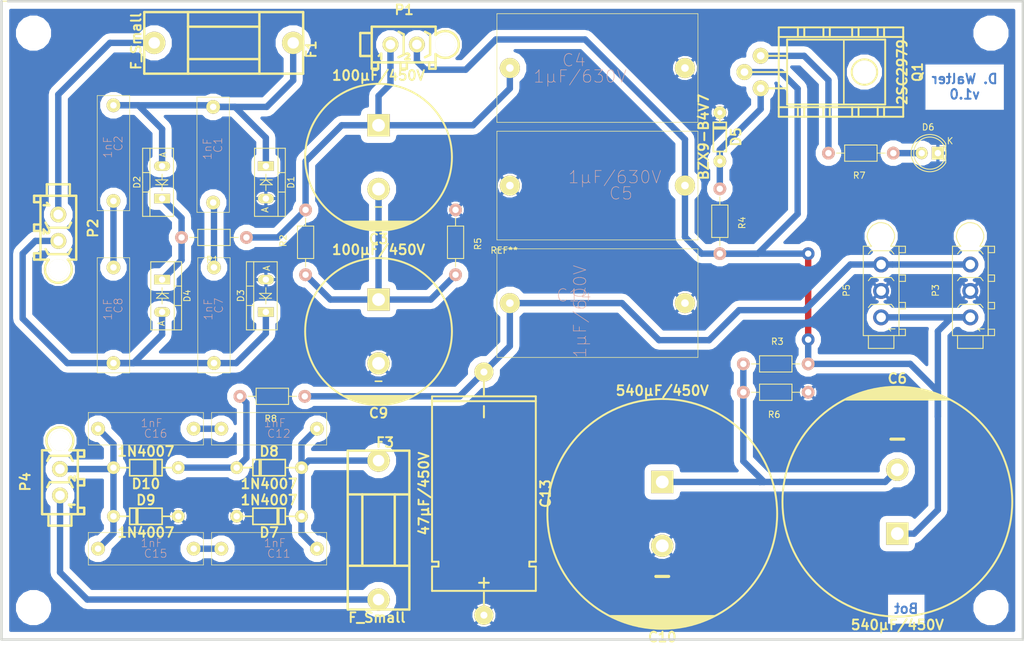
<source format=kicad_pcb>
(kicad_pcb (version 4) (host pcbnew 4.0.7)

  (general
    (links 66)
    (no_connects 0)
    (area 36.08 26.309699 197.520181 128.4866)
    (thickness 1.6)
    (drawings 2)
    (tracks 142)
    (zones 0)
    (modules 43)
    (nets 22)
  )

  (page A4)
  (layers
    (0 F.Cu signal)
    (31 B.Cu signal)
    (32 B.Adhes user)
    (33 F.Adhes user)
    (34 B.Paste user)
    (35 F.Paste user)
    (36 B.SilkS user)
    (37 F.SilkS user)
    (38 B.Mask user)
    (39 F.Mask user)
    (40 Dwgs.User user)
    (41 Cmts.User user)
    (42 Eco1.User user)
    (43 Eco2.User user)
    (44 Edge.Cuts user)
    (45 Margin user)
    (46 B.CrtYd user)
    (47 F.CrtYd user)
    (48 B.Fab user)
    (49 F.Fab user)
  )

  (setup
    (last_trace_width 0.5)
    (user_trace_width 0.5)
    (user_trace_width 1)
    (user_trace_width 2)
    (trace_clearance 0.5)
    (zone_clearance 1)
    (zone_45_only no)
    (trace_min 0.2)
    (segment_width 0.2)
    (edge_width 0.15)
    (via_size 1)
    (via_drill 0.8)
    (via_min_size 0.4)
    (via_min_drill 0.3)
    (uvia_size 0.3)
    (uvia_drill 0.1)
    (uvias_allowed no)
    (uvia_min_size 0.2)
    (uvia_min_drill 0.1)
    (pcb_text_width 0.3)
    (pcb_text_size 1.5 1.5)
    (mod_edge_width 0.15)
    (mod_text_size 1 1)
    (mod_text_width 0.15)
    (pad_size 1.524 1.524)
    (pad_drill 0.762)
    (pad_to_mask_clearance 0.2)
    (aux_axis_origin 0 0)
    (visible_elements 7FFFE7FF)
    (pcbplotparams
      (layerselection 0x00030_80000001)
      (usegerberextensions false)
      (excludeedgelayer true)
      (linewidth 0.100000)
      (plotframeref false)
      (viasonmask false)
      (mode 1)
      (useauxorigin false)
      (hpglpennumber 1)
      (hpglpenspeed 20)
      (hpglpendiameter 15)
      (hpglpenoverlay 2)
      (psnegative false)
      (psa4output false)
      (plotreference true)
      (plotvalue true)
      (plotinvisibletext false)
      (padsonsilk false)
      (subtractmaskfromsilk false)
      (outputformat 1)
      (mirror false)
      (drillshape 0)
      (scaleselection 1)
      (outputdirectory ""))
  )

  (net 0 "")
  (net 1 "Net-(C1-Pad1)")
  (net 2 "Net-(C1-Pad2)")
  (net 3 "Net-(C2-Pad2)")
  (net 4 "Net-(C3-Pad1)")
  (net 5 "Net-(C3-Pad2)")
  (net 6 GND)
  (net 7 "Net-(C10-Pad1)")
  (net 8 "Net-(C7-Pad2)")
  (net 9 "Net-(C11-Pad1)")
  (net 10 "Net-(C11-Pad2)")
  (net 11 "Net-(C12-Pad2)")
  (net 12 "Net-(C15-Pad2)")
  (net 13 "Net-(D2-Pad1)")
  (net 14 "Net-(D5-Pad1)")
  (net 15 "Net-(D6-Pad2)")
  (net 16 "Net-(D10-Pad2)")
  (net 17 "Net-(F1-Pad1)")
  (net 18 "Net-(F3-Pad1)")
  (net 19 "Net-(Q1-Pad3)")
  (net 20 /+450V_DC)
  (net 21 /-180V_DC)

  (net_class Default "Dies ist die voreingestellte Netzklasse."
    (clearance 0.5)
    (trace_width 0.5)
    (via_dia 1)
    (via_drill 0.8)
    (uvia_dia 0.3)
    (uvia_drill 0.1)
    (add_net /+450V_DC)
    (add_net /-180V_DC)
    (add_net GND)
    (add_net "Net-(C1-Pad1)")
    (add_net "Net-(C1-Pad2)")
    (add_net "Net-(C10-Pad1)")
    (add_net "Net-(C11-Pad1)")
    (add_net "Net-(C11-Pad2)")
    (add_net "Net-(C12-Pad2)")
    (add_net "Net-(C15-Pad2)")
    (add_net "Net-(C2-Pad2)")
    (add_net "Net-(C3-Pad1)")
    (add_net "Net-(C3-Pad2)")
    (add_net "Net-(C7-Pad2)")
    (add_net "Net-(D10-Pad2)")
    (add_net "Net-(D2-Pad1)")
    (add_net "Net-(D5-Pad1)")
    (add_net "Net-(D6-Pad2)")
    (add_net "Net-(F1-Pad1)")
    (add_net "Net-(F3-Pad1)")
    (add_net "Net-(Q1-Pad3)")
  )

  (module EuroBoard_Outline:EuroBoard160mmX100mm_holes (layer F.Cu) (tedit 0) (tstamp 5943F316)
    (at 36.83 127)
    (descr "Outline, Eurocard, 100x160mm, with holes 3,5mm,")
    (tags "Outline, Eurocard, 100x160mm, with holes 3,5mm,")
    (fp_text reference REF** (at 78.74 -60.96) (layer F.SilkS)
      (effects (font (size 1 1) (thickness 0.15)))
    )
    (fp_text value EuroBoard160mmX100mm_holes (at 85.09 -35.56) (layer F.Fab)
      (effects (font (size 1 1) (thickness 0.15)))
    )
    (fp_line (start 1.00076 -99.9998) (end 0 -99.9998) (layer F.SilkS) (width 0.15))
    (fp_line (start 0 -99.9998) (end 0 0) (layer Edge.Cuts) (width 0.381))
    (fp_line (start 0 0) (end 159.99968 0) (layer Edge.Cuts) (width 0.381))
    (fp_line (start 159.99968 0) (end 159.99968 -99.9998) (layer Edge.Cuts) (width 0.381))
    (fp_line (start 159.99968 -99.9998) (end 1.00076 -99.9998) (layer Edge.Cuts) (width 0.381))
    (pad "" np_thru_hole circle (at 5.00126 -95.00108) (size 3.50012 3.50012) (drill 3.50012) (layers *.Cu *.Mask))
    (pad "" np_thru_hole circle (at 155.00096 -95.00108) (size 3.50012 3.50012) (drill 3.50012) (layers *.Cu *.Mask))
    (pad "" np_thru_hole circle (at 155.00096 -5.00126) (size 3.50012 3.50012) (drill 3.50012) (layers *.Cu *.Mask))
    (pad "" np_thru_hole circle (at 5.00126 -5.00126) (size 3.50012 3.50012) (drill 3.50012) (layers *.Cu *.Mask))
  )

  (module w_capacitors:CP_22x25mm (layer F.Cu) (tedit 0) (tstamp 55C78980)
    (at 95.885 51.435 180)
    (descr "Capacitor, pol, cyl 22x25mm")
    (path /55C5E346)
    (fp_text reference C3 (at 0 -12.8 180) (layer F.SilkS)
      (effects (font (thickness 0.3048)))
    )
    (fp_text value 100µF/450V (at 0 12.8 180) (layer F.SilkS)
      (effects (font (thickness 0.3048)))
    )
    (fp_line (start -5.4 -10.1) (end 5.4 -10.1) (layer F.SilkS) (width 0.3048))
    (fp_line (start 5 -10.3) (end -5 -10.3) (layer F.SilkS) (width 0.3048))
    (fp_line (start -4.5 -10.5) (end 4.5 -10.5) (layer F.SilkS) (width 0.3048))
    (fp_line (start -3.5 -10.9) (end 3.5 -10.9) (layer F.SilkS) (width 0.3048))
    (fp_line (start -2 -11.3) (end 2 -11.3) (layer F.SilkS) (width 0.3048))
    (fp_line (start -2.9 -11.1) (end 2.9 -11.1) (layer F.SilkS) (width 0.3048))
    (fp_line (start 4.1 -10.7) (end -4.1 -10.7) (layer F.SilkS) (width 0.3048))
    (fp_circle (center 0 0) (end -11.5 0) (layer F.SilkS) (width 0.3048))
    (fp_line (start -0.5 -7.8) (end 0.5 -7.8) (layer F.SilkS) (width 0.254))
    (pad 1 thru_hole rect (at 0 5 180) (size 3.5 3.5) (drill 2) (layers *.Cu *.Mask F.SilkS)
      (net 4 "Net-(C3-Pad1)"))
    (pad 2 thru_hole circle (at 0 -5 180) (size 3.5 3.5) (drill 2) (layers *.Cu *.Mask F.SilkS)
      (net 5 "Net-(C3-Pad2)"))
    (model walter/capacitors/cp_22x25mm.wrl
      (at (xyz 0 0 0))
      (scale (xyz 1 1 1))
      (rotate (xyz 0 0 0))
    )
  )

  (module Capacitor-Wima-MKP10-630v:Capacitor-Wima-MKP10-630v-R27K5B17 (layer F.Cu) (tedit 200000) (tstamp 55C78986)
    (at 130.175 37.465)
    (path /55C5E4DD)
    (attr virtual)
    (fp_text reference C4 (at -3.683 -1.2192) (layer B.SilkS)
      (effects (font (size 1.9304 1.9304) (thickness 0.0889)))
    )
    (fp_text value 1µF/630V (at -2.7178 1.3208) (layer B.SilkS)
      (effects (font (size 1.9304 1.9304) (thickness 0.0889)))
    )
    (fp_line (start -15.748 -8.509) (end 15.748 -8.509) (layer F.SilkS) (width 0))
    (fp_line (start 15.748 -8.509) (end 15.748 8.509) (layer F.SilkS) (width 0))
    (fp_line (start 15.748 8.509) (end -15.748 8.509) (layer F.SilkS) (width 0))
    (fp_line (start -15.748 8.509) (end -15.748 -8.509) (layer F.SilkS) (width 0))
    (pad 1 thru_hole circle (at -13.716 0) (size 3.1496 6.2992) (drill 1.1938) (layers *.Cu F.Paste F.SilkS F.Mask)
      (net 4 "Net-(C3-Pad1)"))
    (pad 2 thru_hole circle (at 13.716 0) (size 3.1496 6.2992) (drill 1.1938) (layers *.Cu F.Paste F.SilkS F.Mask)
      (net 6 GND))
  )

  (module Capacitor-Wima-MKP10-630v:Capacitor-Wima-MKP10-630v-R27K5B17 (layer F.Cu) (tedit 200000) (tstamp 55C7898C)
    (at 130.175 55.88 180)
    (path /55C5E5B7)
    (attr virtual)
    (fp_text reference C5 (at -3.683 -1.2192 180) (layer B.SilkS)
      (effects (font (size 1.9304 1.9304) (thickness 0.0889)))
    )
    (fp_text value 1µF/630V (at -2.7178 1.3208 180) (layer B.SilkS)
      (effects (font (size 1.9304 1.9304) (thickness 0.0889)))
    )
    (fp_line (start -15.748 -8.509) (end 15.748 -8.509) (layer F.SilkS) (width 0))
    (fp_line (start 15.748 -8.509) (end 15.748 8.509) (layer F.SilkS) (width 0))
    (fp_line (start 15.748 8.509) (end -15.748 8.509) (layer F.SilkS) (width 0))
    (fp_line (start -15.748 8.509) (end -15.748 -8.509) (layer F.SilkS) (width 0))
    (pad 1 thru_hole circle (at -13.716 0 180) (size 3.1496 6.2992) (drill 1.1938) (layers *.Cu F.Paste F.SilkS F.Mask)
      (net 20 /+450V_DC))
    (pad 2 thru_hole circle (at 13.716 0 180) (size 3.1496 6.2992) (drill 1.1938) (layers *.Cu F.Paste F.SilkS F.Mask)
      (net 6 GND))
  )

  (module w_capacitors:CP_35x40mm (layer F.Cu) (tedit 0) (tstamp 55C78992)
    (at 177.165 105.41)
    (descr "Capacitor, pol, cyl 35x40mm")
    (path /55C5E5FE)
    (fp_text reference C6 (at 0 -19.3) (layer F.SilkS)
      (effects (font (thickness 0.3048)))
    )
    (fp_text value 540µF/450V (at 0 19.3) (layer F.SilkS)
      (effects (font (thickness 0.3048)))
    )
    (fp_line (start -2.6 -17.8) (end 2.6 -17.8) (layer F.SilkS) (width 0.3048))
    (fp_line (start -3.7 -17.6) (end 3.7 -17.6) (layer F.SilkS) (width 0.3048))
    (fp_line (start -4.6 -17.4) (end 4.6 -17.4) (layer F.SilkS) (width 0.3048))
    (fp_line (start -5.2 -17.2) (end 5.2 -17.2) (layer F.SilkS) (width 0.3048))
    (fp_line (start -5.9 -17) (end 5.9 -17) (layer F.SilkS) (width 0.3048))
    (fp_line (start -6.4 -16.8) (end 6.4 -16.8) (layer F.SilkS) (width 0.3048))
    (fp_line (start -6.9 -16.6) (end 6.9 -16.6) (layer F.SilkS) (width 0.3048))
    (fp_line (start -7.4 -16.4) (end 7.4 -16.4) (layer F.SilkS) (width 0.3048))
    (fp_line (start -7.8 -16.2) (end 7.8 -16.2) (layer F.SilkS) (width 0.3048))
    (fp_line (start -8.2 -16) (end 8.2 -16) (layer F.SilkS) (width 0.3048))
    (fp_circle (center 0 0) (end -18 0) (layer F.SilkS) (width 0.3048))
    (fp_line (start -1 -9.8) (end 1 -9.8) (layer F.SilkS) (width 0.5))
    (pad 1 thru_hole rect (at 0 5) (size 3.5 3.5) (drill 2) (layers *.Cu *.Mask F.SilkS)
      (net 20 /+450V_DC))
    (pad 2 thru_hole circle (at 0 -5) (size 3.5 3.5) (drill 2) (layers *.Cu *.Mask F.SilkS)
      (net 7 "Net-(C10-Pad1)"))
    (model walter/capacitors/cp_35x40mm.wrl
      (at (xyz 0 0 0))
      (scale (xyz 1 1 1))
      (rotate (xyz 0 0 0))
    )
  )

  (module w_capacitors:CP_22x25mm (layer F.Cu) (tedit 0) (tstamp 55C789A4)
    (at 95.885 78.74 180)
    (descr "Capacitor, pol, cyl 22x25mm")
    (path /55C5E3EB)
    (fp_text reference C9 (at 0 -12.8 180) (layer F.SilkS)
      (effects (font (thickness 0.3048)))
    )
    (fp_text value 100µF/450V (at 0 12.8 180) (layer F.SilkS)
      (effects (font (thickness 0.3048)))
    )
    (fp_line (start -5.4 -10.1) (end 5.4 -10.1) (layer F.SilkS) (width 0.3048))
    (fp_line (start 5 -10.3) (end -5 -10.3) (layer F.SilkS) (width 0.3048))
    (fp_line (start -4.5 -10.5) (end 4.5 -10.5) (layer F.SilkS) (width 0.3048))
    (fp_line (start -3.5 -10.9) (end 3.5 -10.9) (layer F.SilkS) (width 0.3048))
    (fp_line (start -2 -11.3) (end 2 -11.3) (layer F.SilkS) (width 0.3048))
    (fp_line (start -2.9 -11.1) (end 2.9 -11.1) (layer F.SilkS) (width 0.3048))
    (fp_line (start 4.1 -10.7) (end -4.1 -10.7) (layer F.SilkS) (width 0.3048))
    (fp_circle (center 0 0) (end -11.5 0) (layer F.SilkS) (width 0.3048))
    (fp_line (start -0.5 -7.8) (end 0.5 -7.8) (layer F.SilkS) (width 0.254))
    (pad 1 thru_hole rect (at 0 5 180) (size 3.5 3.5) (drill 2) (layers *.Cu *.Mask F.SilkS)
      (net 5 "Net-(C3-Pad2)"))
    (pad 2 thru_hole circle (at 0 -5 180) (size 3.5 3.5) (drill 2) (layers *.Cu *.Mask F.SilkS)
      (net 6 GND))
    (model walter/capacitors/cp_22x25mm.wrl
      (at (xyz 0 0 0))
      (scale (xyz 1 1 1))
      (rotate (xyz 0 0 0))
    )
  )

  (module w_capacitors:CP_35x40mm (layer F.Cu) (tedit 0) (tstamp 55C789AA)
    (at 140.335 107.315 180)
    (descr "Capacitor, pol, cyl 35x40mm")
    (path /55C5E6AA)
    (fp_text reference C10 (at 0 -19.3 180) (layer F.SilkS)
      (effects (font (thickness 0.3048)))
    )
    (fp_text value 540µF/450V (at 0 19.3 180) (layer F.SilkS)
      (effects (font (thickness 0.3048)))
    )
    (fp_line (start -2.6 -17.8) (end 2.6 -17.8) (layer F.SilkS) (width 0.3048))
    (fp_line (start -3.7 -17.6) (end 3.7 -17.6) (layer F.SilkS) (width 0.3048))
    (fp_line (start -4.6 -17.4) (end 4.6 -17.4) (layer F.SilkS) (width 0.3048))
    (fp_line (start -5.2 -17.2) (end 5.2 -17.2) (layer F.SilkS) (width 0.3048))
    (fp_line (start -5.9 -17) (end 5.9 -17) (layer F.SilkS) (width 0.3048))
    (fp_line (start -6.4 -16.8) (end 6.4 -16.8) (layer F.SilkS) (width 0.3048))
    (fp_line (start -6.9 -16.6) (end 6.9 -16.6) (layer F.SilkS) (width 0.3048))
    (fp_line (start -7.4 -16.4) (end 7.4 -16.4) (layer F.SilkS) (width 0.3048))
    (fp_line (start -7.8 -16.2) (end 7.8 -16.2) (layer F.SilkS) (width 0.3048))
    (fp_line (start -8.2 -16) (end 8.2 -16) (layer F.SilkS) (width 0.3048))
    (fp_circle (center 0 0) (end -18 0) (layer F.SilkS) (width 0.3048))
    (fp_line (start -1 -9.8) (end 1 -9.8) (layer F.SilkS) (width 0.5))
    (pad 1 thru_hole rect (at 0 5 180) (size 3.5 3.5) (drill 2) (layers *.Cu *.Mask F.SilkS)
      (net 7 "Net-(C10-Pad1)"))
    (pad 2 thru_hole circle (at 0 -5 180) (size 3.5 3.5) (drill 2) (layers *.Cu *.Mask F.SilkS)
      (net 6 GND))
    (model walter/capacitors/cp_35x40mm.wrl
      (at (xyz 0 0 0))
      (scale (xyz 1 1 1))
      (rotate (xyz 0 0 0))
    )
  )

  (module w_capacitors:CPA_16x31MM (layer F.Cu) (tedit 0) (tstamp 55C789BC)
    (at 112.395 104.14 270)
    (descr "capacitor pol, axial 16x31mm")
    (path /55C62DF0)
    (fp_text reference C13 (at 0 -9.652 270) (layer F.SilkS)
      (effects (font (thickness 0.3048)))
    )
    (fp_text value 47µF/450V (at 0 9.398 270) (layer F.SilkS)
      (effects (font (thickness 0.3048)))
    )
    (fp_line (start 15.24 8.128) (end 15.24 -8.128) (layer F.SilkS) (width 0.3048))
    (fp_line (start -14.478 -8.128) (end -14.478 8.128) (layer F.SilkS) (width 0.3048))
    (fp_line (start -15.24 8.128) (end -15.24 -8.128) (layer F.SilkS) (width 0.3048))
    (fp_line (start 15.24 8.128) (end 11.43 8.128) (layer F.SilkS) (width 0.3048))
    (fp_line (start 11.43 8.128) (end 11.43 7.112) (layer F.SilkS) (width 0.3048))
    (fp_line (start 11.43 7.112) (end 10.668 7.112) (layer F.SilkS) (width 0.3048))
    (fp_line (start 10.668 7.112) (end 10.668 8.128) (layer F.SilkS) (width 0.3048))
    (fp_line (start 10.668 8.128) (end -15.24 8.128) (layer F.SilkS) (width 0.3048))
    (fp_line (start -15.24 -8.128) (end 10.668 -8.128) (layer F.SilkS) (width 0.3048))
    (fp_line (start 10.668 -8.128) (end 10.668 -7.112) (layer F.SilkS) (width 0.3048))
    (fp_line (start 10.668 -7.112) (end 11.43 -7.112) (layer F.SilkS) (width 0.3048))
    (fp_line (start 11.43 -7.112) (end 11.43 -8.128) (layer F.SilkS) (width 0.3048))
    (fp_line (start 11.43 -8.128) (end 15.24 -8.128) (layer F.SilkS) (width 0.3048))
    (fp_line (start 15.494 0) (end 19.05 0) (layer F.SilkS) (width 0.3048))
    (fp_line (start -15.494 0) (end -19.05 0) (layer F.SilkS) (width 0.3048))
    (fp_line (start -13.716 0) (end -11.938 0) (layer F.SilkS) (width 0.3048))
    (fp_line (start 14.732 0) (end 13.208 0) (layer F.SilkS) (width 0.3048))
    (fp_line (start 13.97 0.762) (end 13.97 -0.762) (layer F.SilkS) (width 0.3048))
    (pad 1 thru_hole circle (at 19.05 0 270) (size 2.9972 2.9972) (drill 1.09982) (layers *.Cu *.Mask F.SilkS)
      (net 6 GND))
    (pad 2 thru_hole circle (at -19.05 0 270) (size 2.9972 2.9972) (drill 1.09982) (layers *.Cu *.Mask F.SilkS)
      (net 21 /-180V_DC))
    (model walter/capacitors/cpa_16x31mm.wrl
      (at (xyz 0 0 0))
      (scale (xyz 1 1 1))
      (rotate (xyz 0 0 0))
    )
  )

  (module Capacitor-Wima-MKP10-630v:Capacitor-Wima-MKP10-630v-R27K5B17 (layer F.Cu) (tedit 55C7D63C) (tstamp 55C789C2)
    (at 130.175 74.295)
    (path /55C62E14)
    (attr virtual)
    (fp_text reference C14 (at -3.683 -1.2192) (layer B.SilkS)
      (effects (font (size 1.9304 1.9304) (thickness 0.0889)))
    )
    (fp_text value 1µF/600V (at -2.7178 1.3208 90) (layer B.SilkS)
      (effects (font (size 1.9304 1.9304) (thickness 0.0889)))
    )
    (fp_line (start -15.748 -8.509) (end 15.748 -8.509) (layer F.SilkS) (width 0))
    (fp_line (start 15.748 -8.509) (end 15.748 8.509) (layer F.SilkS) (width 0))
    (fp_line (start 15.748 8.509) (end -15.748 8.509) (layer F.SilkS) (width 0))
    (fp_line (start -15.748 8.509) (end -15.748 -8.509) (layer F.SilkS) (width 0))
    (pad 1 thru_hole circle (at -13.716 0) (size 3.1496 6.2992) (drill 1.1938) (layers *.Cu F.Paste F.SilkS F.Mask)
      (net 21 /-180V_DC))
    (pad 2 thru_hole circle (at 13.716 0) (size 3.1496 6.2992) (drill 1.1938) (layers *.Cu F.Paste F.SilkS F.Mask)
      (net 6 GND))
  )

  (module Diodes_ThroughHole:Diode_TO-220_Vertical (layer F.Cu) (tedit 5538AE5F) (tstamp 55C789D4)
    (at 78.232 52.832 270)
    (descr "TO-220, Diode, Vertical,")
    (tags "TO-220, Diode, Vertical,")
    (path /55C69A76)
    (fp_text reference D1 (at 2.54762 -3.92938 270) (layer F.SilkS)
      (effects (font (size 1 1) (thickness 0.15)))
    )
    (fp_text value BY359-1500 (at 2.0701 2.7051 270) (layer F.Fab)
      (effects (font (size 1 1) (thickness 0.15)))
    )
    (fp_text user A (at 6.858 0.127 270) (layer F.SilkS)
      (effects (font (size 1 1) (thickness 0.15)))
    )
    (fp_line (start 2.159 0) (end 1.27 0) (layer F.SilkS) (width 0.15))
    (fp_line (start 3.048 0) (end 3.81 0) (layer F.SilkS) (width 0.15))
    (fp_line (start 2.159 0) (end 2.921 -1.016) (layer F.SilkS) (width 0.15))
    (fp_line (start 2.921 -1.016) (end 2.921 0.889) (layer F.SilkS) (width 0.15))
    (fp_line (start 2.921 0.889) (end 2.159 0) (layer F.SilkS) (width 0.15))
    (fp_line (start 2.159 -1.016) (end 2.159 0.889) (layer F.SilkS) (width 0.15))
    (fp_line (start 1.016 -3.048) (end 1.016 -1.905) (layer F.SilkS) (width 0.15))
    (fp_line (start 4.064 -3.048) (end 4.064 -1.905) (layer F.SilkS) (width 0.15))
    (fp_line (start 7.874 -1.905) (end 7.874 1.778) (layer F.SilkS) (width 0.15))
    (fp_line (start 7.874 1.778) (end -2.794 1.778) (layer F.SilkS) (width 0.15))
    (fp_line (start -2.794 1.778) (end -2.794 -1.905) (layer F.SilkS) (width 0.15))
    (fp_line (start 7.874 -3.048) (end 7.874 -1.905) (layer F.SilkS) (width 0.15))
    (fp_line (start 7.874 -1.905) (end -2.794 -1.905) (layer F.SilkS) (width 0.15))
    (fp_line (start -2.794 -1.905) (end -2.794 -3.048) (layer F.SilkS) (width 0.15))
    (fp_line (start 2.54 -3.048) (end -2.794 -3.048) (layer F.SilkS) (width 0.15))
    (fp_line (start 2.54 -3.048) (end 7.874 -3.048) (layer F.SilkS) (width 0.15))
    (pad 1 thru_hole rect (at 0 0) (size 2.49936 1.50114) (drill 1.00076) (layers *.Cu *.Mask F.SilkS)
      (net 1 "Net-(C1-Pad1)"))
    (pad 2 thru_hole oval (at 5.08 0) (size 2.49936 1.50114) (drill 1.00076) (layers *.Cu *.Mask F.SilkS)
      (net 6 GND))
    (model Diodes_ThroughHole.3dshapes/Diode_TO-220_Vertical.wrl
      (at (xyz 0.1 0 0))
      (scale (xyz 0.3937 0.3937 0.3937))
      (rotate (xyz 0 0 0))
    )
  )

  (module Diodes_ThroughHole:Diode_TO-220_Vertical (layer F.Cu) (tedit 5538AE5F) (tstamp 55C789DA)
    (at 61.976 57.912 90)
    (descr "TO-220, Diode, Vertical,")
    (tags "TO-220, Diode, Vertical,")
    (path /55C69B86)
    (fp_text reference D2 (at 2.54762 -3.92938 90) (layer F.SilkS)
      (effects (font (size 1 1) (thickness 0.15)))
    )
    (fp_text value BY359-1500 (at 2.0701 2.7051 90) (layer F.Fab)
      (effects (font (size 1 1) (thickness 0.15)))
    )
    (fp_text user A (at 6.858 0.127 90) (layer F.SilkS)
      (effects (font (size 1 1) (thickness 0.15)))
    )
    (fp_line (start 2.159 0) (end 1.27 0) (layer F.SilkS) (width 0.15))
    (fp_line (start 3.048 0) (end 3.81 0) (layer F.SilkS) (width 0.15))
    (fp_line (start 2.159 0) (end 2.921 -1.016) (layer F.SilkS) (width 0.15))
    (fp_line (start 2.921 -1.016) (end 2.921 0.889) (layer F.SilkS) (width 0.15))
    (fp_line (start 2.921 0.889) (end 2.159 0) (layer F.SilkS) (width 0.15))
    (fp_line (start 2.159 -1.016) (end 2.159 0.889) (layer F.SilkS) (width 0.15))
    (fp_line (start 1.016 -3.048) (end 1.016 -1.905) (layer F.SilkS) (width 0.15))
    (fp_line (start 4.064 -3.048) (end 4.064 -1.905) (layer F.SilkS) (width 0.15))
    (fp_line (start 7.874 -1.905) (end 7.874 1.778) (layer F.SilkS) (width 0.15))
    (fp_line (start 7.874 1.778) (end -2.794 1.778) (layer F.SilkS) (width 0.15))
    (fp_line (start -2.794 1.778) (end -2.794 -1.905) (layer F.SilkS) (width 0.15))
    (fp_line (start 7.874 -3.048) (end 7.874 -1.905) (layer F.SilkS) (width 0.15))
    (fp_line (start 7.874 -1.905) (end -2.794 -1.905) (layer F.SilkS) (width 0.15))
    (fp_line (start -2.794 -1.905) (end -2.794 -3.048) (layer F.SilkS) (width 0.15))
    (fp_line (start 2.54 -3.048) (end -2.794 -3.048) (layer F.SilkS) (width 0.15))
    (fp_line (start 2.54 -3.048) (end 7.874 -3.048) (layer F.SilkS) (width 0.15))
    (pad 1 thru_hole rect (at 0 0 180) (size 2.49936 1.50114) (drill 1.00076) (layers *.Cu *.Mask F.SilkS)
      (net 13 "Net-(D2-Pad1)"))
    (pad 2 thru_hole oval (at 5.08 0 180) (size 2.49936 1.50114) (drill 1.00076) (layers *.Cu *.Mask F.SilkS)
      (net 1 "Net-(C1-Pad1)"))
    (model Diodes_ThroughHole.3dshapes/Diode_TO-220_Vertical.wrl
      (at (xyz 0.1 0 0))
      (scale (xyz 0.3937 0.3937 0.3937))
      (rotate (xyz 0 0 0))
    )
  )

  (module Diodes_ThroughHole:Diode_TO-220_Vertical (layer F.Cu) (tedit 5538AE5F) (tstamp 55C789E0)
    (at 78.232 75.692 90)
    (descr "TO-220, Diode, Vertical,")
    (tags "TO-220, Diode, Vertical,")
    (path /55C69B02)
    (fp_text reference D3 (at 2.54762 -3.92938 90) (layer F.SilkS)
      (effects (font (size 1 1) (thickness 0.15)))
    )
    (fp_text value BY359-1500 (at 2.0701 2.7051 90) (layer F.Fab)
      (effects (font (size 1 1) (thickness 0.15)))
    )
    (fp_text user A (at 6.858 0.127 90) (layer F.SilkS)
      (effects (font (size 1 1) (thickness 0.15)))
    )
    (fp_line (start 2.159 0) (end 1.27 0) (layer F.SilkS) (width 0.15))
    (fp_line (start 3.048 0) (end 3.81 0) (layer F.SilkS) (width 0.15))
    (fp_line (start 2.159 0) (end 2.921 -1.016) (layer F.SilkS) (width 0.15))
    (fp_line (start 2.921 -1.016) (end 2.921 0.889) (layer F.SilkS) (width 0.15))
    (fp_line (start 2.921 0.889) (end 2.159 0) (layer F.SilkS) (width 0.15))
    (fp_line (start 2.159 -1.016) (end 2.159 0.889) (layer F.SilkS) (width 0.15))
    (fp_line (start 1.016 -3.048) (end 1.016 -1.905) (layer F.SilkS) (width 0.15))
    (fp_line (start 4.064 -3.048) (end 4.064 -1.905) (layer F.SilkS) (width 0.15))
    (fp_line (start 7.874 -1.905) (end 7.874 1.778) (layer F.SilkS) (width 0.15))
    (fp_line (start 7.874 1.778) (end -2.794 1.778) (layer F.SilkS) (width 0.15))
    (fp_line (start -2.794 1.778) (end -2.794 -1.905) (layer F.SilkS) (width 0.15))
    (fp_line (start 7.874 -3.048) (end 7.874 -1.905) (layer F.SilkS) (width 0.15))
    (fp_line (start 7.874 -1.905) (end -2.794 -1.905) (layer F.SilkS) (width 0.15))
    (fp_line (start -2.794 -1.905) (end -2.794 -3.048) (layer F.SilkS) (width 0.15))
    (fp_line (start 2.54 -3.048) (end -2.794 -3.048) (layer F.SilkS) (width 0.15))
    (fp_line (start 2.54 -3.048) (end 7.874 -3.048) (layer F.SilkS) (width 0.15))
    (pad 1 thru_hole rect (at 0 0 180) (size 2.49936 1.50114) (drill 1.00076) (layers *.Cu *.Mask F.SilkS)
      (net 8 "Net-(C7-Pad2)"))
    (pad 2 thru_hole oval (at 5.08 0 180) (size 2.49936 1.50114) (drill 1.00076) (layers *.Cu *.Mask F.SilkS)
      (net 6 GND))
    (model Diodes_ThroughHole.3dshapes/Diode_TO-220_Vertical.wrl
      (at (xyz 0.1 0 0))
      (scale (xyz 0.3937 0.3937 0.3937))
      (rotate (xyz 0 0 0))
    )
  )

  (module Diodes_ThroughHole:Diode_TO-220_Vertical (layer F.Cu) (tedit 5538AE5F) (tstamp 55C789E6)
    (at 61.976 70.612 270)
    (descr "TO-220, Diode, Vertical,")
    (tags "TO-220, Diode, Vertical,")
    (path /55C69C37)
    (fp_text reference D4 (at 2.54762 -3.92938 270) (layer F.SilkS)
      (effects (font (size 1 1) (thickness 0.15)))
    )
    (fp_text value BY359-1500 (at 2.0701 2.7051 270) (layer F.Fab)
      (effects (font (size 1 1) (thickness 0.15)))
    )
    (fp_text user A (at 6.858 0.127 270) (layer F.SilkS)
      (effects (font (size 1 1) (thickness 0.15)))
    )
    (fp_line (start 2.159 0) (end 1.27 0) (layer F.SilkS) (width 0.15))
    (fp_line (start 3.048 0) (end 3.81 0) (layer F.SilkS) (width 0.15))
    (fp_line (start 2.159 0) (end 2.921 -1.016) (layer F.SilkS) (width 0.15))
    (fp_line (start 2.921 -1.016) (end 2.921 0.889) (layer F.SilkS) (width 0.15))
    (fp_line (start 2.921 0.889) (end 2.159 0) (layer F.SilkS) (width 0.15))
    (fp_line (start 2.159 -1.016) (end 2.159 0.889) (layer F.SilkS) (width 0.15))
    (fp_line (start 1.016 -3.048) (end 1.016 -1.905) (layer F.SilkS) (width 0.15))
    (fp_line (start 4.064 -3.048) (end 4.064 -1.905) (layer F.SilkS) (width 0.15))
    (fp_line (start 7.874 -1.905) (end 7.874 1.778) (layer F.SilkS) (width 0.15))
    (fp_line (start 7.874 1.778) (end -2.794 1.778) (layer F.SilkS) (width 0.15))
    (fp_line (start -2.794 1.778) (end -2.794 -1.905) (layer F.SilkS) (width 0.15))
    (fp_line (start 7.874 -3.048) (end 7.874 -1.905) (layer F.SilkS) (width 0.15))
    (fp_line (start 7.874 -1.905) (end -2.794 -1.905) (layer F.SilkS) (width 0.15))
    (fp_line (start -2.794 -1.905) (end -2.794 -3.048) (layer F.SilkS) (width 0.15))
    (fp_line (start 2.54 -3.048) (end -2.794 -3.048) (layer F.SilkS) (width 0.15))
    (fp_line (start 2.54 -3.048) (end 7.874 -3.048) (layer F.SilkS) (width 0.15))
    (pad 1 thru_hole rect (at 0 0) (size 2.49936 1.50114) (drill 1.00076) (layers *.Cu *.Mask F.SilkS)
      (net 13 "Net-(D2-Pad1)"))
    (pad 2 thru_hole oval (at 5.08 0) (size 2.49936 1.50114) (drill 1.00076) (layers *.Cu *.Mask F.SilkS)
      (net 8 "Net-(C7-Pad2)"))
    (model Diodes_ThroughHole.3dshapes/Diode_TO-220_Vertical.wrl
      (at (xyz 0.1 0 0))
      (scale (xyz 0.3937 0.3937 0.3937))
      (rotate (xyz 0 0 0))
    )
  )

  (module w_pth_diodes:diode_do35 (layer F.Cu) (tedit 0) (tstamp 55C789EC)
    (at 149.352 48.26 90)
    (descr "Diode, DO-35 package")
    (path /55C5F8F4)
    (fp_text reference D5 (at 0 2.54 90) (layer F.SilkS)
      (effects (font (thickness 0.3048)))
    )
    (fp_text value BZX9-B4V7 (at 0 -2.54 90) (layer F.SilkS)
      (effects (font (thickness 0.3048)))
    )
    (fp_line (start 1.524 1.016) (end 1.524 -1.016) (layer F.SilkS) (width 0.254))
    (fp_line (start 1.27 -1.016) (end 1.27 1.016) (layer F.SilkS) (width 0.254))
    (fp_line (start 3.81 0) (end 2.286 0) (layer F.SilkS) (width 0.254))
    (fp_line (start -2.286 0) (end -3.81 0) (layer F.SilkS) (width 0.254))
    (fp_line (start -2.286 -1.016) (end 2.286 -1.016) (layer F.SilkS) (width 0.254))
    (fp_line (start 2.286 -1.016) (end 2.286 1.016) (layer F.SilkS) (width 0.254))
    (fp_line (start 2.286 1.016) (end -2.286 1.016) (layer F.SilkS) (width 0.254))
    (fp_line (start -2.286 1.016) (end -2.286 -1.016) (layer F.SilkS) (width 0.254))
    (pad 1 thru_hole circle (at -3.81 0 90) (size 1.99898 1.99898) (drill 0.8001) (layers *.Cu *.Mask F.SilkS)
      (net 14 "Net-(D5-Pad1)"))
    (pad 2 thru_hole circle (at 3.81 0 90) (size 1.99898 1.99898) (drill 0.8001) (layers *.Cu *.Mask F.SilkS)
      (net 6 GND))
    (model walter/pth_diodes/diode_do35.wrl
      (at (xyz 0 0 0))
      (scale (xyz 1 1 1))
      (rotate (xyz 0 0 0))
    )
  )

  (module LEDs:LED-5MM (layer F.Cu) (tedit 5570F7EA) (tstamp 55C789F2)
    (at 183.515 50.8 180)
    (descr "LED 5mm round vertical")
    (tags "LED 5mm round vertical")
    (path /55C5F9B7)
    (fp_text reference D6 (at 1.524 4.064 180) (layer F.SilkS)
      (effects (font (size 1 1) (thickness 0.15)))
    )
    (fp_text value LED (at 1.524 -3.937 180) (layer F.Fab)
      (effects (font (size 1 1) (thickness 0.15)))
    )
    (fp_line (start -1.5 -1.55) (end -1.5 1.55) (layer F.CrtYd) (width 0.05))
    (fp_arc (start 1.3 0) (end -1.5 1.55) (angle -302) (layer F.CrtYd) (width 0.05))
    (fp_arc (start 1.27 0) (end -1.23 -1.5) (angle 297.5) (layer F.SilkS) (width 0.15))
    (fp_line (start -1.23 1.5) (end -1.23 -1.5) (layer F.SilkS) (width 0.15))
    (fp_circle (center 1.27 0) (end 0.97 -2.5) (layer F.SilkS) (width 0.15))
    (fp_text user K (at -1.905 1.905 180) (layer F.SilkS)
      (effects (font (size 1 1) (thickness 0.15)))
    )
    (pad 1 thru_hole rect (at 0 0 270) (size 2 1.9) (drill 1.00076) (layers *.Cu *.Mask F.SilkS)
      (net 6 GND))
    (pad 2 thru_hole circle (at 2.54 0 180) (size 1.9 1.9) (drill 1.00076) (layers *.Cu *.Mask F.SilkS)
      (net 15 "Net-(D6-Pad2)"))
    (model LEDs.3dshapes/LED-5MM.wrl
      (at (xyz 0.05 0 0))
      (scale (xyz 1 1 1))
      (rotate (xyz 0 0 90))
    )
  )

  (module w_pth_diodes:diode_do41 (layer F.Cu) (tedit 0) (tstamp 55C789F8)
    (at 78.74 107.696)
    (descr "Diode, DO-41 package")
    (path /55C6E86B)
    (fp_text reference D7 (at 0 2.54) (layer F.SilkS)
      (effects (font (thickness 0.3048)))
    )
    (fp_text value 1N4007 (at 0 -2.54) (layer F.SilkS)
      (effects (font (thickness 0.3048)))
    )
    (fp_line (start 1.524 1.27) (end 1.524 -1.27) (layer F.SilkS) (width 0.254))
    (fp_line (start 1.27 -1.27) (end 1.27 1.27) (layer F.SilkS) (width 0.254))
    (fp_line (start -2.54 -1.27) (end -2.54 1.27) (layer F.SilkS) (width 0.254))
    (fp_line (start 2.54 -1.27) (end 2.54 1.27) (layer F.SilkS) (width 0.254))
    (fp_line (start -2.54 -1.27) (end 2.54 -1.27) (layer F.SilkS) (width 0.254))
    (fp_line (start 2.54 1.27) (end -2.54 1.27) (layer F.SilkS) (width 0.254))
    (fp_line (start 4.826 0) (end 2.54 0) (layer F.SilkS) (width 0.254))
    (fp_line (start -2.54 0) (end -4.826 0) (layer F.SilkS) (width 0.254))
    (pad 1 thru_hole circle (at -5.08 0) (size 1.99898 1.99898) (drill 1.00076) (layers *.Cu *.Mask F.SilkS)
      (net 6 GND))
    (pad 2 thru_hole circle (at 5.08 0) (size 1.99898 1.99898) (drill 1.00076) (layers *.Cu *.Mask F.SilkS)
      (net 9 "Net-(C11-Pad1)"))
    (model walter/pth_diodes/diode_do41.wrl
      (at (xyz 0 0 0))
      (scale (xyz 1 1 1))
      (rotate (xyz 0 0 0))
    )
  )

  (module w_pth_diodes:diode_do41 (layer F.Cu) (tedit 0) (tstamp 55C789FE)
    (at 78.74 100.076 180)
    (descr "Diode, DO-41 package")
    (path /55C6EA7B)
    (fp_text reference D8 (at 0 2.54 180) (layer F.SilkS)
      (effects (font (thickness 0.3048)))
    )
    (fp_text value 1N4007 (at 0 -2.54 180) (layer F.SilkS)
      (effects (font (thickness 0.3048)))
    )
    (fp_line (start 1.524 1.27) (end 1.524 -1.27) (layer F.SilkS) (width 0.254))
    (fp_line (start 1.27 -1.27) (end 1.27 1.27) (layer F.SilkS) (width 0.254))
    (fp_line (start -2.54 -1.27) (end -2.54 1.27) (layer F.SilkS) (width 0.254))
    (fp_line (start 2.54 -1.27) (end 2.54 1.27) (layer F.SilkS) (width 0.254))
    (fp_line (start -2.54 -1.27) (end 2.54 -1.27) (layer F.SilkS) (width 0.254))
    (fp_line (start 2.54 1.27) (end -2.54 1.27) (layer F.SilkS) (width 0.254))
    (fp_line (start 4.826 0) (end 2.54 0) (layer F.SilkS) (width 0.254))
    (fp_line (start -2.54 0) (end -4.826 0) (layer F.SilkS) (width 0.254))
    (pad 1 thru_hole circle (at -5.08 0 180) (size 1.99898 1.99898) (drill 1.00076) (layers *.Cu *.Mask F.SilkS)
      (net 9 "Net-(C11-Pad1)"))
    (pad 2 thru_hole circle (at 5.08 0 180) (size 1.99898 1.99898) (drill 1.00076) (layers *.Cu *.Mask F.SilkS)
      (net 16 "Net-(D10-Pad2)"))
    (model walter/pth_diodes/diode_do41.wrl
      (at (xyz 0 0 0))
      (scale (xyz 1 1 1))
      (rotate (xyz 0 0 0))
    )
  )

  (module w_pth_diodes:diode_do41 (layer F.Cu) (tedit 0) (tstamp 55C78A04)
    (at 59.436 107.696 180)
    (descr "Diode, DO-41 package")
    (path /55C6E9BC)
    (fp_text reference D9 (at 0 2.54 180) (layer F.SilkS)
      (effects (font (thickness 0.3048)))
    )
    (fp_text value 1N4007 (at 0 -2.54 180) (layer F.SilkS)
      (effects (font (thickness 0.3048)))
    )
    (fp_line (start 1.524 1.27) (end 1.524 -1.27) (layer F.SilkS) (width 0.254))
    (fp_line (start 1.27 -1.27) (end 1.27 1.27) (layer F.SilkS) (width 0.254))
    (fp_line (start -2.54 -1.27) (end -2.54 1.27) (layer F.SilkS) (width 0.254))
    (fp_line (start 2.54 -1.27) (end 2.54 1.27) (layer F.SilkS) (width 0.254))
    (fp_line (start -2.54 -1.27) (end 2.54 -1.27) (layer F.SilkS) (width 0.254))
    (fp_line (start 2.54 1.27) (end -2.54 1.27) (layer F.SilkS) (width 0.254))
    (fp_line (start 4.826 0) (end 2.54 0) (layer F.SilkS) (width 0.254))
    (fp_line (start -2.54 0) (end -4.826 0) (layer F.SilkS) (width 0.254))
    (pad 1 thru_hole circle (at -5.08 0 180) (size 1.99898 1.99898) (drill 1.00076) (layers *.Cu *.Mask F.SilkS)
      (net 6 GND))
    (pad 2 thru_hole circle (at 5.08 0 180) (size 1.99898 1.99898) (drill 1.00076) (layers *.Cu *.Mask F.SilkS)
      (net 12 "Net-(C15-Pad2)"))
    (model walter/pth_diodes/diode_do41.wrl
      (at (xyz 0 0 0))
      (scale (xyz 1 1 1))
      (rotate (xyz 0 0 0))
    )
  )

  (module w_pth_diodes:diode_do41 (layer F.Cu) (tedit 0) (tstamp 55C78A0A)
    (at 59.436 100.076)
    (descr "Diode, DO-41 package")
    (path /55C6EB35)
    (fp_text reference D10 (at 0 2.54) (layer F.SilkS)
      (effects (font (thickness 0.3048)))
    )
    (fp_text value 1N4007 (at 0 -2.54) (layer F.SilkS)
      (effects (font (thickness 0.3048)))
    )
    (fp_line (start 1.524 1.27) (end 1.524 -1.27) (layer F.SilkS) (width 0.254))
    (fp_line (start 1.27 -1.27) (end 1.27 1.27) (layer F.SilkS) (width 0.254))
    (fp_line (start -2.54 -1.27) (end -2.54 1.27) (layer F.SilkS) (width 0.254))
    (fp_line (start 2.54 -1.27) (end 2.54 1.27) (layer F.SilkS) (width 0.254))
    (fp_line (start -2.54 -1.27) (end 2.54 -1.27) (layer F.SilkS) (width 0.254))
    (fp_line (start 2.54 1.27) (end -2.54 1.27) (layer F.SilkS) (width 0.254))
    (fp_line (start 4.826 0) (end 2.54 0) (layer F.SilkS) (width 0.254))
    (fp_line (start -2.54 0) (end -4.826 0) (layer F.SilkS) (width 0.254))
    (pad 1 thru_hole circle (at -5.08 0) (size 1.99898 1.99898) (drill 1.00076) (layers *.Cu *.Mask F.SilkS)
      (net 12 "Net-(C15-Pad2)"))
    (pad 2 thru_hole circle (at 5.08 0) (size 1.99898 1.99898) (drill 1.00076) (layers *.Cu *.Mask F.SilkS)
      (net 16 "Net-(D10-Pad2)"))
    (model walter/pth_diodes/diode_do41.wrl
      (at (xyz 0 0 0))
      (scale (xyz 1 1 1))
      (rotate (xyz 0 0 0))
    )
  )

  (module w_misc_comp:fuse_holder_CQ-2 (layer F.Cu) (tedit 0) (tstamp 55C78A10)
    (at 71.628 33.528 90)
    (descr "Fuse holder, 5x20, CQ-200C")
    (tags fuse)
    (path /55C5E05E)
    (fp_text reference F1 (at -1.016 13.716 90) (layer F.SilkS)
      (effects (font (thickness 0.3048)))
    )
    (fp_text value F_Small (at 0.254 -13.716 90) (layer F.SilkS)
      (effects (font (thickness 0.3048)))
    )
    (fp_line (start 2.54 5.588) (end 2.54 -5.588) (layer F.SilkS) (width 0.381))
    (fp_line (start -2.54 -5.588) (end -2.54 5.588) (layer F.SilkS) (width 0.381))
    (fp_line (start -4.826 -5.588) (end 4.826 -5.588) (layer F.SilkS) (width 0.381))
    (fp_line (start 4.826 5.588) (end -4.826 5.588) (layer F.SilkS) (width 0.381))
    (fp_line (start 4.826 12.446) (end -4.826 12.446) (layer F.SilkS) (width 0.381))
    (fp_line (start -4.826 12.446) (end -4.826 -12.446) (layer F.SilkS) (width 0.381))
    (fp_line (start -4.826 -12.446) (end 4.826 -12.446) (layer F.SilkS) (width 0.381))
    (fp_line (start 4.826 -12.446) (end 4.826 12.446) (layer F.SilkS) (width 0.381))
    (pad 1 thru_hole circle (at 0 -10.8839 90) (size 3.50012 3.50012) (drill 1.80086) (layers *.Cu *.Mask F.SilkS)
      (net 17 "Net-(F1-Pad1)"))
    (pad 2 thru_hole circle (at 0 10.8839 90) (size 3.50012 3.50012) (drill 1.80086) (layers *.Cu *.Mask F.SilkS)
      (net 1 "Net-(C1-Pad1)"))
    (model walter/misc_comp/fuse_cq-200c.wrl
      (at (xyz 0 0 0))
      (scale (xyz 1 1 1))
      (rotate (xyz 0 0 0))
    )
  )

  (module w_misc_comp:fuse_holder_CQ-2 (layer F.Cu) (tedit 0) (tstamp 55C78A1C)
    (at 95.885 109.855 180)
    (descr "Fuse holder, 5x20, CQ-200C")
    (tags fuse)
    (path /55C6CC41)
    (fp_text reference F3 (at -1.016 13.716 180) (layer F.SilkS)
      (effects (font (thickness 0.3048)))
    )
    (fp_text value F_Small (at 0.254 -13.716 180) (layer F.SilkS)
      (effects (font (thickness 0.3048)))
    )
    (fp_line (start 2.54 5.588) (end 2.54 -5.588) (layer F.SilkS) (width 0.381))
    (fp_line (start -2.54 -5.588) (end -2.54 5.588) (layer F.SilkS) (width 0.381))
    (fp_line (start -4.826 -5.588) (end 4.826 -5.588) (layer F.SilkS) (width 0.381))
    (fp_line (start 4.826 5.588) (end -4.826 5.588) (layer F.SilkS) (width 0.381))
    (fp_line (start 4.826 12.446) (end -4.826 12.446) (layer F.SilkS) (width 0.381))
    (fp_line (start -4.826 12.446) (end -4.826 -12.446) (layer F.SilkS) (width 0.381))
    (fp_line (start -4.826 -12.446) (end 4.826 -12.446) (layer F.SilkS) (width 0.381))
    (fp_line (start 4.826 -12.446) (end 4.826 12.446) (layer F.SilkS) (width 0.381))
    (pad 1 thru_hole circle (at 0 -10.8839 180) (size 3.50012 3.50012) (drill 1.80086) (layers *.Cu *.Mask F.SilkS)
      (net 18 "Net-(F3-Pad1)"))
    (pad 2 thru_hole circle (at 0 10.8839 180) (size 3.50012 3.50012) (drill 1.80086) (layers *.Cu *.Mask F.SilkS)
      (net 9 "Net-(C11-Pad1)"))
    (model walter/misc_comp/fuse_cq-200c.wrl
      (at (xyz 0 0 0))
      (scale (xyz 1 1 1))
      (rotate (xyz 0 0 0))
    )
  )

  (module MiniUniversalMate-N-LokSockets_13Aug2012:MiniUniversalMate-N-LokSocket_2PinVertical_12Aug2012 (layer F.Cu) (tedit 5028CBC3) (tstamp 55C78A29)
    (at 99.822 33.782)
    (descr "Mini Universal Mate-N-Lok Socket, 2 Pin, Vertical,")
    (tags "Mini Universal Mate-N-Lok Socket, 2 Pin, Vertical,")
    (path /55C5E526)
    (fp_text reference P1 (at 0.07112 -5.43052) (layer F.SilkS)
      (effects (font (thickness 0.3048)))
    )
    (fp_text value Drossel (at -0.70104 5.62102) (layer F.SilkS) hide
      (effects (font (thickness 0.3048)))
    )
    (fp_line (start 0.37084 1.47066) (end 0.45974 1.41986) (layer F.SilkS) (width 0.381))
    (fp_line (start 0.45974 1.41986) (end 0.6604 1.41986) (layer F.SilkS) (width 0.381))
    (fp_line (start 0.6604 1.41986) (end 0.82042 1.52908) (layer F.SilkS) (width 0.381))
    (fp_line (start 0.82042 1.52908) (end 0.87884 1.72974) (layer F.SilkS) (width 0.381))
    (fp_line (start 0.87884 1.72974) (end 0.26924 2.30886) (layer F.SilkS) (width 0.381))
    (fp_line (start 0.26924 2.30886) (end 0.9398 2.30886) (layer F.SilkS) (width 0.381))
    (fp_line (start -3.90906 1.7907) (end -3.51028 1.41986) (layer F.SilkS) (width 0.381))
    (fp_line (start -3.51028 1.41986) (end -3.52044 2.30886) (layer F.SilkS) (width 0.381))
    (fp_line (start 0 -1.6002) (end -0.8001 -1.99898) (layer F.SilkS) (width 0.381))
    (fp_line (start 4.1402 -1.6002) (end 3.3401 -1.99898) (layer F.SilkS) (width 0.381))
    (fp_line (start 4.1402 1.6002) (end 3.3401 1.99898) (layer F.SilkS) (width 0.381))
    (fp_line (start 0 1.6002) (end -0.8001 1.99898) (layer F.SilkS) (width 0.381))
    (fp_line (start 4.1402 -1.6002) (end 4.1402 1.6002) (layer F.SilkS) (width 0.381))
    (fp_line (start 0 -1.6002) (end 0 1.6002) (layer F.SilkS) (width 0.381))
    (fp_line (start 0.50038 2.79908) (end 0.50038 3.79984) (layer F.SilkS) (width 0.381))
    (fp_line (start 0.50038 3.79984) (end -0.50038 3.79984) (layer F.SilkS) (width 0.381))
    (fp_line (start -0.50038 3.79984) (end -0.50038 2.79908) (layer F.SilkS) (width 0.381))
    (fp_line (start 5.00126 2.79908) (end 5.00126 3.79984) (layer F.SilkS) (width 0.381))
    (fp_line (start 5.00126 3.79984) (end 4.0005 3.79984) (layer F.SilkS) (width 0.381))
    (fp_line (start 4.0005 3.79984) (end 4.0005 2.79908) (layer F.SilkS) (width 0.381))
    (fp_line (start -5.00126 2.79908) (end -5.00126 3.79984) (layer F.SilkS) (width 0.381))
    (fp_line (start -5.00126 3.79984) (end -4.0005 3.79984) (layer F.SilkS) (width 0.381))
    (fp_line (start -4.0005 3.79984) (end -4.0005 2.79908) (layer F.SilkS) (width 0.381))
    (fp_line (start -5.00126 -1.80086) (end -6.79958 -1.80086) (layer F.SilkS) (width 0.381))
    (fp_line (start -6.79958 -1.80086) (end -6.79958 1.80086) (layer F.SilkS) (width 0.381))
    (fp_line (start -6.79958 1.80086) (end -5.00126 1.80086) (layer F.SilkS) (width 0.381))
    (fp_line (start 5.00126 -1.50114) (end 5.2705 -1.71958) (layer F.SilkS) (width 0.381))
    (fp_line (start 5.2705 -1.71958) (end 5.64896 -1.9304) (layer F.SilkS) (width 0.381))
    (fp_line (start 5.64896 -1.9304) (end 6.04012 -2.05994) (layer F.SilkS) (width 0.381))
    (fp_line (start 6.04012 -2.05994) (end 6.52018 -2.1209) (layer F.SilkS) (width 0.381))
    (fp_line (start 6.52018 -2.1209) (end 6.99008 -2.0701) (layer F.SilkS) (width 0.381))
    (fp_line (start 6.99008 -2.0701) (end 7.33044 -1.95072) (layer F.SilkS) (width 0.381))
    (fp_line (start 7.33044 -1.95072) (end 7.7089 -1.75006) (layer F.SilkS) (width 0.381))
    (fp_line (start 7.7089 -1.75006) (end 8.07974 -1.43002) (layer F.SilkS) (width 0.381))
    (fp_line (start 8.07974 -1.43002) (end 8.3312 -1.0795) (layer F.SilkS) (width 0.381))
    (fp_line (start 8.3312 -1.0795) (end 8.53948 -0.62992) (layer F.SilkS) (width 0.381))
    (fp_line (start 8.53948 -0.62992) (end 8.63092 -0.1905) (layer F.SilkS) (width 0.381))
    (fp_line (start 8.63092 -0.1905) (end 8.63092 0.35052) (layer F.SilkS) (width 0.381))
    (fp_line (start 8.63092 0.35052) (end 8.37946 1.05918) (layer F.SilkS) (width 0.381))
    (fp_line (start 8.37946 1.05918) (end 8.01116 1.52908) (layer F.SilkS) (width 0.381))
    (fp_line (start 8.01116 1.52908) (end 7.65048 1.78054) (layer F.SilkS) (width 0.381))
    (fp_line (start 7.65048 1.78054) (end 7.11962 2.03962) (layer F.SilkS) (width 0.381))
    (fp_line (start 7.11962 2.03962) (end 6.46938 2.10058) (layer F.SilkS) (width 0.381))
    (fp_line (start 6.46938 2.10058) (end 5.8801 2.0193) (layer F.SilkS) (width 0.381))
    (fp_line (start 5.8801 2.0193) (end 5.43052 1.80086) (layer F.SilkS) (width 0.381))
    (fp_line (start 5.43052 1.80086) (end 5.00126 1.50114) (layer F.SilkS) (width 0.381))
    (fp_line (start -5.00126 -2.79908) (end -5.00126 2.79908) (layer F.SilkS) (width 0.381))
    (fp_line (start -5.00126 2.79908) (end 5.00126 2.79908) (layer F.SilkS) (width 0.381))
    (fp_line (start 5.00126 2.79908) (end 5.00126 1.50114) (layer F.SilkS) (width 0.381))
    (fp_line (start -5.00126 -2.79908) (end 5.00888 -2.79908) (layer F.SilkS) (width 0.381))
    (fp_line (start 5.00888 -2.79908) (end 5.00126 -1.49098) (layer F.SilkS) (width 0.381))
    (pad 2 thru_hole circle (at 2.0701 0 90) (size 2.49936 2.49936) (drill 1.50114) (layers *.Cu *.Mask F.SilkS)
      (net 20 /+450V_DC))
    (pad "" np_thru_hole circle (at 6.52018 0) (size 3.2004 3.2004) (drill 3.2004) (layers *.Cu *.Mask F.SilkS))
    (pad 1 thru_hole circle (at -2.0701 0.01016 90) (size 2.49936 2.49936) (drill 1.50114) (layers *.Cu *.Mask F.SilkS)
      (net 4 "Net-(C3-Pad1)"))
  )

  (module MiniUniversalMate-N-LokSockets_13Aug2012:MiniUniversalMate-N-LokSocket_2PinVertical_12Aug2012 (layer F.Cu) (tedit 5028CBC3) (tstamp 55C78A30)
    (at 45.72 62.484 270)
    (descr "Mini Universal Mate-N-Lok Socket, 2 Pin, Vertical,")
    (tags "Mini Universal Mate-N-Lok Socket, 2 Pin, Vertical,")
    (path /55C5E0E3)
    (fp_text reference P2 (at 0.07112 -5.43052 270) (layer F.SilkS)
      (effects (font (thickness 0.3048)))
    )
    (fp_text value 320V_AC (at -0.70104 5.62102 270) (layer F.SilkS) hide
      (effects (font (thickness 0.3048)))
    )
    (fp_line (start 0.37084 1.47066) (end 0.45974 1.41986) (layer F.SilkS) (width 0.381))
    (fp_line (start 0.45974 1.41986) (end 0.6604 1.41986) (layer F.SilkS) (width 0.381))
    (fp_line (start 0.6604 1.41986) (end 0.82042 1.52908) (layer F.SilkS) (width 0.381))
    (fp_line (start 0.82042 1.52908) (end 0.87884 1.72974) (layer F.SilkS) (width 0.381))
    (fp_line (start 0.87884 1.72974) (end 0.26924 2.30886) (layer F.SilkS) (width 0.381))
    (fp_line (start 0.26924 2.30886) (end 0.9398 2.30886) (layer F.SilkS) (width 0.381))
    (fp_line (start -3.90906 1.7907) (end -3.51028 1.41986) (layer F.SilkS) (width 0.381))
    (fp_line (start -3.51028 1.41986) (end -3.52044 2.30886) (layer F.SilkS) (width 0.381))
    (fp_line (start 0 -1.6002) (end -0.8001 -1.99898) (layer F.SilkS) (width 0.381))
    (fp_line (start 4.1402 -1.6002) (end 3.3401 -1.99898) (layer F.SilkS) (width 0.381))
    (fp_line (start 4.1402 1.6002) (end 3.3401 1.99898) (layer F.SilkS) (width 0.381))
    (fp_line (start 0 1.6002) (end -0.8001 1.99898) (layer F.SilkS) (width 0.381))
    (fp_line (start 4.1402 -1.6002) (end 4.1402 1.6002) (layer F.SilkS) (width 0.381))
    (fp_line (start 0 -1.6002) (end 0 1.6002) (layer F.SilkS) (width 0.381))
    (fp_line (start 0.50038 2.79908) (end 0.50038 3.79984) (layer F.SilkS) (width 0.381))
    (fp_line (start 0.50038 3.79984) (end -0.50038 3.79984) (layer F.SilkS) (width 0.381))
    (fp_line (start -0.50038 3.79984) (end -0.50038 2.79908) (layer F.SilkS) (width 0.381))
    (fp_line (start 5.00126 2.79908) (end 5.00126 3.79984) (layer F.SilkS) (width 0.381))
    (fp_line (start 5.00126 3.79984) (end 4.0005 3.79984) (layer F.SilkS) (width 0.381))
    (fp_line (start 4.0005 3.79984) (end 4.0005 2.79908) (layer F.SilkS) (width 0.381))
    (fp_line (start -5.00126 2.79908) (end -5.00126 3.79984) (layer F.SilkS) (width 0.381))
    (fp_line (start -5.00126 3.79984) (end -4.0005 3.79984) (layer F.SilkS) (width 0.381))
    (fp_line (start -4.0005 3.79984) (end -4.0005 2.79908) (layer F.SilkS) (width 0.381))
    (fp_line (start -5.00126 -1.80086) (end -6.79958 -1.80086) (layer F.SilkS) (width 0.381))
    (fp_line (start -6.79958 -1.80086) (end -6.79958 1.80086) (layer F.SilkS) (width 0.381))
    (fp_line (start -6.79958 1.80086) (end -5.00126 1.80086) (layer F.SilkS) (width 0.381))
    (fp_line (start 5.00126 -1.50114) (end 5.2705 -1.71958) (layer F.SilkS) (width 0.381))
    (fp_line (start 5.2705 -1.71958) (end 5.64896 -1.9304) (layer F.SilkS) (width 0.381))
    (fp_line (start 5.64896 -1.9304) (end 6.04012 -2.05994) (layer F.SilkS) (width 0.381))
    (fp_line (start 6.04012 -2.05994) (end 6.52018 -2.1209) (layer F.SilkS) (width 0.381))
    (fp_line (start 6.52018 -2.1209) (end 6.99008 -2.0701) (layer F.SilkS) (width 0.381))
    (fp_line (start 6.99008 -2.0701) (end 7.33044 -1.95072) (layer F.SilkS) (width 0.381))
    (fp_line (start 7.33044 -1.95072) (end 7.7089 -1.75006) (layer F.SilkS) (width 0.381))
    (fp_line (start 7.7089 -1.75006) (end 8.07974 -1.43002) (layer F.SilkS) (width 0.381))
    (fp_line (start 8.07974 -1.43002) (end 8.3312 -1.0795) (layer F.SilkS) (width 0.381))
    (fp_line (start 8.3312 -1.0795) (end 8.53948 -0.62992) (layer F.SilkS) (width 0.381))
    (fp_line (start 8.53948 -0.62992) (end 8.63092 -0.1905) (layer F.SilkS) (width 0.381))
    (fp_line (start 8.63092 -0.1905) (end 8.63092 0.35052) (layer F.SilkS) (width 0.381))
    (fp_line (start 8.63092 0.35052) (end 8.37946 1.05918) (layer F.SilkS) (width 0.381))
    (fp_line (start 8.37946 1.05918) (end 8.01116 1.52908) (layer F.SilkS) (width 0.381))
    (fp_line (start 8.01116 1.52908) (end 7.65048 1.78054) (layer F.SilkS) (width 0.381))
    (fp_line (start 7.65048 1.78054) (end 7.11962 2.03962) (layer F.SilkS) (width 0.381))
    (fp_line (start 7.11962 2.03962) (end 6.46938 2.10058) (layer F.SilkS) (width 0.381))
    (fp_line (start 6.46938 2.10058) (end 5.8801 2.0193) (layer F.SilkS) (width 0.381))
    (fp_line (start 5.8801 2.0193) (end 5.43052 1.80086) (layer F.SilkS) (width 0.381))
    (fp_line (start 5.43052 1.80086) (end 5.00126 1.50114) (layer F.SilkS) (width 0.381))
    (fp_line (start -5.00126 -2.79908) (end -5.00126 2.79908) (layer F.SilkS) (width 0.381))
    (fp_line (start -5.00126 2.79908) (end 5.00126 2.79908) (layer F.SilkS) (width 0.381))
    (fp_line (start 5.00126 2.79908) (end 5.00126 1.50114) (layer F.SilkS) (width 0.381))
    (fp_line (start -5.00126 -2.79908) (end 5.00888 -2.79908) (layer F.SilkS) (width 0.381))
    (fp_line (start 5.00888 -2.79908) (end 5.00126 -1.49098) (layer F.SilkS) (width 0.381))
    (pad 2 thru_hole circle (at 2.0701 0) (size 2.49936 2.49936) (drill 1.50114) (layers *.Cu *.Mask F.SilkS)
      (net 8 "Net-(C7-Pad2)"))
    (pad "" np_thru_hole circle (at 6.52018 0 270) (size 3.2004 3.2004) (drill 3.2004) (layers *.Cu *.Mask F.SilkS))
    (pad 1 thru_hole circle (at -2.0701 0.01016) (size 2.49936 2.49936) (drill 1.50114) (layers *.Cu *.Mask F.SilkS)
      (net 17 "Net-(F1-Pad1)"))
  )

  (module MiniUniversalMate-N-LokSockets_13Aug2012:MiniUniversalMate-N-LokSocket_2PinVertical_12Aug2012 (layer F.Cu) (tedit 5028CBC3) (tstamp 55C78A40)
    (at 45.974 102.362 90)
    (descr "Mini Universal Mate-N-Lok Socket, 2 Pin, Vertical,")
    (tags "Mini Universal Mate-N-Lok Socket, 2 Pin, Vertical,")
    (path /55C6CC47)
    (fp_text reference P4 (at 0.07112 -5.43052 90) (layer F.SilkS)
      (effects (font (thickness 0.3048)))
    )
    (fp_text value 133V_AC (at -0.70104 5.62102 90) (layer F.SilkS) hide
      (effects (font (thickness 0.3048)))
    )
    (fp_line (start 0.37084 1.47066) (end 0.45974 1.41986) (layer F.SilkS) (width 0.381))
    (fp_line (start 0.45974 1.41986) (end 0.6604 1.41986) (layer F.SilkS) (width 0.381))
    (fp_line (start 0.6604 1.41986) (end 0.82042 1.52908) (layer F.SilkS) (width 0.381))
    (fp_line (start 0.82042 1.52908) (end 0.87884 1.72974) (layer F.SilkS) (width 0.381))
    (fp_line (start 0.87884 1.72974) (end 0.26924 2.30886) (layer F.SilkS) (width 0.381))
    (fp_line (start 0.26924 2.30886) (end 0.9398 2.30886) (layer F.SilkS) (width 0.381))
    (fp_line (start -3.90906 1.7907) (end -3.51028 1.41986) (layer F.SilkS) (width 0.381))
    (fp_line (start -3.51028 1.41986) (end -3.52044 2.30886) (layer F.SilkS) (width 0.381))
    (fp_line (start 0 -1.6002) (end -0.8001 -1.99898) (layer F.SilkS) (width 0.381))
    (fp_line (start 4.1402 -1.6002) (end 3.3401 -1.99898) (layer F.SilkS) (width 0.381))
    (fp_line (start 4.1402 1.6002) (end 3.3401 1.99898) (layer F.SilkS) (width 0.381))
    (fp_line (start 0 1.6002) (end -0.8001 1.99898) (layer F.SilkS) (width 0.381))
    (fp_line (start 4.1402 -1.6002) (end 4.1402 1.6002) (layer F.SilkS) (width 0.381))
    (fp_line (start 0 -1.6002) (end 0 1.6002) (layer F.SilkS) (width 0.381))
    (fp_line (start 0.50038 2.79908) (end 0.50038 3.79984) (layer F.SilkS) (width 0.381))
    (fp_line (start 0.50038 3.79984) (end -0.50038 3.79984) (layer F.SilkS) (width 0.381))
    (fp_line (start -0.50038 3.79984) (end -0.50038 2.79908) (layer F.SilkS) (width 0.381))
    (fp_line (start 5.00126 2.79908) (end 5.00126 3.79984) (layer F.SilkS) (width 0.381))
    (fp_line (start 5.00126 3.79984) (end 4.0005 3.79984) (layer F.SilkS) (width 0.381))
    (fp_line (start 4.0005 3.79984) (end 4.0005 2.79908) (layer F.SilkS) (width 0.381))
    (fp_line (start -5.00126 2.79908) (end -5.00126 3.79984) (layer F.SilkS) (width 0.381))
    (fp_line (start -5.00126 3.79984) (end -4.0005 3.79984) (layer F.SilkS) (width 0.381))
    (fp_line (start -4.0005 3.79984) (end -4.0005 2.79908) (layer F.SilkS) (width 0.381))
    (fp_line (start -5.00126 -1.80086) (end -6.79958 -1.80086) (layer F.SilkS) (width 0.381))
    (fp_line (start -6.79958 -1.80086) (end -6.79958 1.80086) (layer F.SilkS) (width 0.381))
    (fp_line (start -6.79958 1.80086) (end -5.00126 1.80086) (layer F.SilkS) (width 0.381))
    (fp_line (start 5.00126 -1.50114) (end 5.2705 -1.71958) (layer F.SilkS) (width 0.381))
    (fp_line (start 5.2705 -1.71958) (end 5.64896 -1.9304) (layer F.SilkS) (width 0.381))
    (fp_line (start 5.64896 -1.9304) (end 6.04012 -2.05994) (layer F.SilkS) (width 0.381))
    (fp_line (start 6.04012 -2.05994) (end 6.52018 -2.1209) (layer F.SilkS) (width 0.381))
    (fp_line (start 6.52018 -2.1209) (end 6.99008 -2.0701) (layer F.SilkS) (width 0.381))
    (fp_line (start 6.99008 -2.0701) (end 7.33044 -1.95072) (layer F.SilkS) (width 0.381))
    (fp_line (start 7.33044 -1.95072) (end 7.7089 -1.75006) (layer F.SilkS) (width 0.381))
    (fp_line (start 7.7089 -1.75006) (end 8.07974 -1.43002) (layer F.SilkS) (width 0.381))
    (fp_line (start 8.07974 -1.43002) (end 8.3312 -1.0795) (layer F.SilkS) (width 0.381))
    (fp_line (start 8.3312 -1.0795) (end 8.53948 -0.62992) (layer F.SilkS) (width 0.381))
    (fp_line (start 8.53948 -0.62992) (end 8.63092 -0.1905) (layer F.SilkS) (width 0.381))
    (fp_line (start 8.63092 -0.1905) (end 8.63092 0.35052) (layer F.SilkS) (width 0.381))
    (fp_line (start 8.63092 0.35052) (end 8.37946 1.05918) (layer F.SilkS) (width 0.381))
    (fp_line (start 8.37946 1.05918) (end 8.01116 1.52908) (layer F.SilkS) (width 0.381))
    (fp_line (start 8.01116 1.52908) (end 7.65048 1.78054) (layer F.SilkS) (width 0.381))
    (fp_line (start 7.65048 1.78054) (end 7.11962 2.03962) (layer F.SilkS) (width 0.381))
    (fp_line (start 7.11962 2.03962) (end 6.46938 2.10058) (layer F.SilkS) (width 0.381))
    (fp_line (start 6.46938 2.10058) (end 5.8801 2.0193) (layer F.SilkS) (width 0.381))
    (fp_line (start 5.8801 2.0193) (end 5.43052 1.80086) (layer F.SilkS) (width 0.381))
    (fp_line (start 5.43052 1.80086) (end 5.00126 1.50114) (layer F.SilkS) (width 0.381))
    (fp_line (start -5.00126 -2.79908) (end -5.00126 2.79908) (layer F.SilkS) (width 0.381))
    (fp_line (start -5.00126 2.79908) (end 5.00126 2.79908) (layer F.SilkS) (width 0.381))
    (fp_line (start 5.00126 2.79908) (end 5.00126 1.50114) (layer F.SilkS) (width 0.381))
    (fp_line (start -5.00126 -2.79908) (end 5.00888 -2.79908) (layer F.SilkS) (width 0.381))
    (fp_line (start 5.00888 -2.79908) (end 5.00126 -1.49098) (layer F.SilkS) (width 0.381))
    (pad 2 thru_hole circle (at 2.0701 0 180) (size 2.49936 2.49936) (drill 1.50114) (layers *.Cu *.Mask F.SilkS)
      (net 12 "Net-(C15-Pad2)"))
    (pad "" np_thru_hole circle (at 6.52018 0 90) (size 3.2004 3.2004) (drill 3.2004) (layers *.Cu *.Mask F.SilkS))
    (pad 1 thru_hole circle (at -2.0701 0.01016 180) (size 2.49936 2.49936) (drill 1.50114) (layers *.Cu *.Mask F.SilkS)
      (net 18 "Net-(F3-Pad1)"))
  )

  (module Resistors_ThroughHole:Resistor_Horizontal_RM10mm (layer F.Cu) (tedit 53F56209) (tstamp 55C78A4D)
    (at 70.104 64.008 180)
    (descr "Resistor, Axial,  RM 10mm, 1/3W,")
    (tags "Resistor, Axial, RM 10mm, 1/3W,")
    (path /55C5E2B9)
    (fp_text reference R1 (at 0.24892 -3.50012 180) (layer F.SilkS)
      (effects (font (size 1 1) (thickness 0.15)))
    )
    (fp_text value 10R (at 3.81 3.81 180) (layer F.Fab)
      (effects (font (size 1 1) (thickness 0.15)))
    )
    (fp_line (start -2.54 -1.27) (end 2.54 -1.27) (layer F.SilkS) (width 0.15))
    (fp_line (start 2.54 -1.27) (end 2.54 1.27) (layer F.SilkS) (width 0.15))
    (fp_line (start 2.54 1.27) (end -2.54 1.27) (layer F.SilkS) (width 0.15))
    (fp_line (start -2.54 1.27) (end -2.54 -1.27) (layer F.SilkS) (width 0.15))
    (fp_line (start -2.54 0) (end -3.81 0) (layer F.SilkS) (width 0.15))
    (fp_line (start 2.54 0) (end 3.81 0) (layer F.SilkS) (width 0.15))
    (pad 1 thru_hole circle (at -5.08 0 180) (size 1.99898 1.99898) (drill 1.00076) (layers *.Cu *.SilkS *.Mask)
      (net 4 "Net-(C3-Pad1)"))
    (pad 2 thru_hole circle (at 5.08 0 180) (size 1.99898 1.99898) (drill 1.00076) (layers *.Cu *.SilkS *.Mask)
      (net 13 "Net-(D2-Pad1)"))
    (model Resistors_ThroughHole.3dshapes/Resistor_Horizontal_RM10mm.wrl
      (at (xyz 0 0 0))
      (scale (xyz 0.4 0.4 0.4))
      (rotate (xyz 0 0 0))
    )
  )

  (module Resistors_ThroughHole:Resistor_Horizontal_RM10mm (layer F.Cu) (tedit 53F56209) (tstamp 55C78A53)
    (at 84.455 64.77 90)
    (descr "Resistor, Axial,  RM 10mm, 1/3W,")
    (tags "Resistor, Axial, RM 10mm, 1/3W,")
    (path /55C5E422)
    (fp_text reference R2 (at 0.24892 -3.50012 90) (layer F.SilkS)
      (effects (font (size 1 1) (thickness 0.15)))
    )
    (fp_text value 100k (at 3.81 3.81 90) (layer F.Fab)
      (effects (font (size 1 1) (thickness 0.15)))
    )
    (fp_line (start -2.54 -1.27) (end 2.54 -1.27) (layer F.SilkS) (width 0.15))
    (fp_line (start 2.54 -1.27) (end 2.54 1.27) (layer F.SilkS) (width 0.15))
    (fp_line (start 2.54 1.27) (end -2.54 1.27) (layer F.SilkS) (width 0.15))
    (fp_line (start -2.54 1.27) (end -2.54 -1.27) (layer F.SilkS) (width 0.15))
    (fp_line (start -2.54 0) (end -3.81 0) (layer F.SilkS) (width 0.15))
    (fp_line (start 2.54 0) (end 3.81 0) (layer F.SilkS) (width 0.15))
    (pad 1 thru_hole circle (at -5.08 0 90) (size 1.99898 1.99898) (drill 1.00076) (layers *.Cu *.SilkS *.Mask)
      (net 5 "Net-(C3-Pad2)"))
    (pad 2 thru_hole circle (at 5.08 0 90) (size 1.99898 1.99898) (drill 1.00076) (layers *.Cu *.SilkS *.Mask)
      (net 4 "Net-(C3-Pad1)"))
    (model Resistors_ThroughHole.3dshapes/Resistor_Horizontal_RM10mm.wrl
      (at (xyz 0 0 0))
      (scale (xyz 0.4 0.4 0.4))
      (rotate (xyz 0 0 0))
    )
  )

  (module Resistors_ThroughHole:Resistor_Horizontal_RM10mm (layer F.Cu) (tedit 53F56209) (tstamp 55C78A59)
    (at 158.115 83.82)
    (descr "Resistor, Axial,  RM 10mm, 1/3W,")
    (tags "Resistor, Axial, RM 10mm, 1/3W,")
    (path /55C5E6FF)
    (fp_text reference R3 (at 0.24892 -3.50012) (layer F.SilkS)
      (effects (font (size 1 1) (thickness 0.15)))
    )
    (fp_text value 100k (at 3.81 3.81) (layer F.Fab)
      (effects (font (size 1 1) (thickness 0.15)))
    )
    (fp_line (start -2.54 -1.27) (end 2.54 -1.27) (layer F.SilkS) (width 0.15))
    (fp_line (start 2.54 -1.27) (end 2.54 1.27) (layer F.SilkS) (width 0.15))
    (fp_line (start 2.54 1.27) (end -2.54 1.27) (layer F.SilkS) (width 0.15))
    (fp_line (start -2.54 1.27) (end -2.54 -1.27) (layer F.SilkS) (width 0.15))
    (fp_line (start -2.54 0) (end -3.81 0) (layer F.SilkS) (width 0.15))
    (fp_line (start 2.54 0) (end 3.81 0) (layer F.SilkS) (width 0.15))
    (pad 1 thru_hole circle (at -5.08 0) (size 1.99898 1.99898) (drill 1.00076) (layers *.Cu *.SilkS *.Mask)
      (net 7 "Net-(C10-Pad1)"))
    (pad 2 thru_hole circle (at 5.08 0) (size 1.99898 1.99898) (drill 1.00076) (layers *.Cu *.SilkS *.Mask)
      (net 20 /+450V_DC))
    (model Resistors_ThroughHole.3dshapes/Resistor_Horizontal_RM10mm.wrl
      (at (xyz 0 0 0))
      (scale (xyz 0.4 0.4 0.4))
      (rotate (xyz 0 0 0))
    )
  )

  (module Resistors_ThroughHole:Resistor_Horizontal_RM10mm (layer F.Cu) (tedit 53F56209) (tstamp 55C78A5F)
    (at 149.352 61.468 270)
    (descr "Resistor, Axial,  RM 10mm, 1/3W,")
    (tags "Resistor, Axial, RM 10mm, 1/3W,")
    (path /55C5FAB9)
    (fp_text reference R4 (at 0.24892 -3.50012 270) (layer F.SilkS)
      (effects (font (size 1 1) (thickness 0.15)))
    )
    (fp_text value 150k (at 3.81 3.81 270) (layer F.Fab)
      (effects (font (size 1 1) (thickness 0.15)))
    )
    (fp_line (start -2.54 -1.27) (end 2.54 -1.27) (layer F.SilkS) (width 0.15))
    (fp_line (start 2.54 -1.27) (end 2.54 1.27) (layer F.SilkS) (width 0.15))
    (fp_line (start 2.54 1.27) (end -2.54 1.27) (layer F.SilkS) (width 0.15))
    (fp_line (start -2.54 1.27) (end -2.54 -1.27) (layer F.SilkS) (width 0.15))
    (fp_line (start -2.54 0) (end -3.81 0) (layer F.SilkS) (width 0.15))
    (fp_line (start 2.54 0) (end 3.81 0) (layer F.SilkS) (width 0.15))
    (pad 1 thru_hole circle (at -5.08 0 270) (size 1.99898 1.99898) (drill 1.00076) (layers *.Cu *.SilkS *.Mask)
      (net 14 "Net-(D5-Pad1)"))
    (pad 2 thru_hole circle (at 5.08 0 270) (size 1.99898 1.99898) (drill 1.00076) (layers *.Cu *.SilkS *.Mask)
      (net 20 /+450V_DC))
    (model Resistors_ThroughHole.3dshapes/Resistor_Horizontal_RM10mm.wrl
      (at (xyz 0 0 0))
      (scale (xyz 0.4 0.4 0.4))
      (rotate (xyz 0 0 0))
    )
  )

  (module Resistors_ThroughHole:Resistor_Horizontal_RM10mm (layer F.Cu) (tedit 53F56209) (tstamp 55C78A65)
    (at 107.95 64.77 270)
    (descr "Resistor, Axial,  RM 10mm, 1/3W,")
    (tags "Resistor, Axial, RM 10mm, 1/3W,")
    (path /55C5E491)
    (fp_text reference R5 (at 0.24892 -3.50012 270) (layer F.SilkS)
      (effects (font (size 1 1) (thickness 0.15)))
    )
    (fp_text value 100k (at 3.81 3.81 270) (layer F.Fab)
      (effects (font (size 1 1) (thickness 0.15)))
    )
    (fp_line (start -2.54 -1.27) (end 2.54 -1.27) (layer F.SilkS) (width 0.15))
    (fp_line (start 2.54 -1.27) (end 2.54 1.27) (layer F.SilkS) (width 0.15))
    (fp_line (start 2.54 1.27) (end -2.54 1.27) (layer F.SilkS) (width 0.15))
    (fp_line (start -2.54 1.27) (end -2.54 -1.27) (layer F.SilkS) (width 0.15))
    (fp_line (start -2.54 0) (end -3.81 0) (layer F.SilkS) (width 0.15))
    (fp_line (start 2.54 0) (end 3.81 0) (layer F.SilkS) (width 0.15))
    (pad 1 thru_hole circle (at -5.08 0 270) (size 1.99898 1.99898) (drill 1.00076) (layers *.Cu *.SilkS *.Mask)
      (net 6 GND))
    (pad 2 thru_hole circle (at 5.08 0 270) (size 1.99898 1.99898) (drill 1.00076) (layers *.Cu *.SilkS *.Mask)
      (net 5 "Net-(C3-Pad2)"))
    (model Resistors_ThroughHole.3dshapes/Resistor_Horizontal_RM10mm.wrl
      (at (xyz 0 0 0))
      (scale (xyz 0.4 0.4 0.4))
      (rotate (xyz 0 0 0))
    )
  )

  (module Resistors_ThroughHole:Resistor_Horizontal_RM10mm (layer F.Cu) (tedit 53F56209) (tstamp 55C78A6B)
    (at 158.115 88.265 180)
    (descr "Resistor, Axial,  RM 10mm, 1/3W,")
    (tags "Resistor, Axial, RM 10mm, 1/3W,")
    (path /55C5E77D)
    (fp_text reference R6 (at 0.24892 -3.50012 180) (layer F.SilkS)
      (effects (font (size 1 1) (thickness 0.15)))
    )
    (fp_text value 100k (at 3.81 3.81 180) (layer F.Fab)
      (effects (font (size 1 1) (thickness 0.15)))
    )
    (fp_line (start -2.54 -1.27) (end 2.54 -1.27) (layer F.SilkS) (width 0.15))
    (fp_line (start 2.54 -1.27) (end 2.54 1.27) (layer F.SilkS) (width 0.15))
    (fp_line (start 2.54 1.27) (end -2.54 1.27) (layer F.SilkS) (width 0.15))
    (fp_line (start -2.54 1.27) (end -2.54 -1.27) (layer F.SilkS) (width 0.15))
    (fp_line (start -2.54 0) (end -3.81 0) (layer F.SilkS) (width 0.15))
    (fp_line (start 2.54 0) (end 3.81 0) (layer F.SilkS) (width 0.15))
    (pad 1 thru_hole circle (at -5.08 0 180) (size 1.99898 1.99898) (drill 1.00076) (layers *.Cu *.SilkS *.Mask)
      (net 6 GND))
    (pad 2 thru_hole circle (at 5.08 0 180) (size 1.99898 1.99898) (drill 1.00076) (layers *.Cu *.SilkS *.Mask)
      (net 7 "Net-(C10-Pad1)"))
    (model Resistors_ThroughHole.3dshapes/Resistor_Horizontal_RM10mm.wrl
      (at (xyz 0 0 0))
      (scale (xyz 0.4 0.4 0.4))
      (rotate (xyz 0 0 0))
    )
  )

  (module Resistors_ThroughHole:Resistor_Horizontal_RM10mm (layer F.Cu) (tedit 53F56209) (tstamp 55C78A71)
    (at 171.45 50.8 180)
    (descr "Resistor, Axial,  RM 10mm, 1/3W,")
    (tags "Resistor, Axial, RM 10mm, 1/3W,")
    (path /55C5FA48)
    (fp_text reference R7 (at 0.24892 -3.50012 180) (layer F.SilkS)
      (effects (font (size 1 1) (thickness 0.15)))
    )
    (fp_text value 1k2 (at 3.81 3.81 180) (layer F.Fab)
      (effects (font (size 1 1) (thickness 0.15)))
    )
    (fp_line (start -2.54 -1.27) (end 2.54 -1.27) (layer F.SilkS) (width 0.15))
    (fp_line (start 2.54 -1.27) (end 2.54 1.27) (layer F.SilkS) (width 0.15))
    (fp_line (start 2.54 1.27) (end -2.54 1.27) (layer F.SilkS) (width 0.15))
    (fp_line (start -2.54 1.27) (end -2.54 -1.27) (layer F.SilkS) (width 0.15))
    (fp_line (start -2.54 0) (end -3.81 0) (layer F.SilkS) (width 0.15))
    (fp_line (start 2.54 0) (end 3.81 0) (layer F.SilkS) (width 0.15))
    (pad 1 thru_hole circle (at -5.08 0 180) (size 1.99898 1.99898) (drill 1.00076) (layers *.Cu *.SilkS *.Mask)
      (net 15 "Net-(D6-Pad2)"))
    (pad 2 thru_hole circle (at 5.08 0 180) (size 1.99898 1.99898) (drill 1.00076) (layers *.Cu *.SilkS *.Mask)
      (net 19 "Net-(Q1-Pad3)"))
    (model Resistors_ThroughHole.3dshapes/Resistor_Horizontal_RM10mm.wrl
      (at (xyz 0 0 0))
      (scale (xyz 0.4 0.4 0.4))
      (rotate (xyz 0 0 0))
    )
  )

  (module Resistors_ThroughHole:Resistor_Horizontal_RM10mm (layer F.Cu) (tedit 53F56209) (tstamp 55C78A77)
    (at 79.248 88.9 180)
    (descr "Resistor, Axial,  RM 10mm, 1/3W,")
    (tags "Resistor, Axial, RM 10mm, 1/3W,")
    (path /55C62DEA)
    (fp_text reference R8 (at 0.24892 -3.50012 180) (layer F.SilkS)
      (effects (font (size 1 1) (thickness 0.15)))
    )
    (fp_text value 100R (at 3.81 3.81 180) (layer F.Fab)
      (effects (font (size 1 1) (thickness 0.15)))
    )
    (fp_line (start -2.54 -1.27) (end 2.54 -1.27) (layer F.SilkS) (width 0.15))
    (fp_line (start 2.54 -1.27) (end 2.54 1.27) (layer F.SilkS) (width 0.15))
    (fp_line (start 2.54 1.27) (end -2.54 1.27) (layer F.SilkS) (width 0.15))
    (fp_line (start -2.54 1.27) (end -2.54 -1.27) (layer F.SilkS) (width 0.15))
    (fp_line (start -2.54 0) (end -3.81 0) (layer F.SilkS) (width 0.15))
    (fp_line (start 2.54 0) (end 3.81 0) (layer F.SilkS) (width 0.15))
    (pad 1 thru_hole circle (at -5.08 0 180) (size 1.99898 1.99898) (drill 1.00076) (layers *.Cu *.SilkS *.Mask)
      (net 21 /-180V_DC))
    (pad 2 thru_hole circle (at 5.08 0 180) (size 1.99898 1.99898) (drill 1.00076) (layers *.Cu *.SilkS *.Mask)
      (net 16 "Net-(D10-Pad2)"))
    (model Resistors_ThroughHole.3dshapes/Resistor_Horizontal_RM10mm.wrl
      (at (xyz 0 0 0))
      (scale (xyz 0.4 0.4 0.4))
      (rotate (xyz 0 0 0))
    )
  )

  (module Capacitor-Wima-FKP1-1600v:Capacitor-Wima-FKP1-1600v-R15B5 (layer F.Cu) (tedit 200000) (tstamp 55C7B025)
    (at 69.977 51.054 270)
    (path /55C69EBD)
    (attr virtual)
    (fp_text reference C1 (at -1.524 -0.762 270) (layer B.SilkS)
      (effects (font (size 1.27 1.27) (thickness 0.0889)))
    )
    (fp_text value 1nF (at -0.889 0.889 270) (layer B.SilkS)
      (effects (font (size 1.27 1.27) (thickness 0.0889)))
    )
    (fp_line (start -9.017 -2.54) (end 9.017 -2.54) (layer F.SilkS) (width 0))
    (fp_line (start 9.017 -2.54) (end 9.017 2.54) (layer F.SilkS) (width 0))
    (fp_line (start 9.017 2.54) (end -9.017 2.54) (layer F.SilkS) (width 0))
    (fp_line (start -9.017 2.54) (end -9.017 -2.54) (layer F.SilkS) (width 0))
    (pad 1 thru_hole circle (at -7.493 0 270) (size 2.159 4.318) (drill 1.016) (layers *.Cu F.Paste F.SilkS F.Mask)
      (net 1 "Net-(C1-Pad1)"))
    (pad 2 thru_hole circle (at 7.493 0 270) (size 2.159 4.318) (drill 1.016) (layers *.Cu F.Paste F.SilkS F.Mask)
      (net 2 "Net-(C1-Pad2)"))
  )

  (module Capacitor-Wima-FKP1-1600v:Capacitor-Wima-FKP1-1600v-R15B5 (layer F.Cu) (tedit 200000) (tstamp 55C7B02A)
    (at 54.356 50.8 270)
    (path /55C6A843)
    (attr virtual)
    (fp_text reference C2 (at -1.524 -0.762 270) (layer B.SilkS)
      (effects (font (size 1.27 1.27) (thickness 0.0889)))
    )
    (fp_text value 1nF (at -0.889 0.889 270) (layer B.SilkS)
      (effects (font (size 1.27 1.27) (thickness 0.0889)))
    )
    (fp_line (start -9.017 -2.54) (end 9.017 -2.54) (layer F.SilkS) (width 0))
    (fp_line (start 9.017 -2.54) (end 9.017 2.54) (layer F.SilkS) (width 0))
    (fp_line (start 9.017 2.54) (end -9.017 2.54) (layer F.SilkS) (width 0))
    (fp_line (start -9.017 2.54) (end -9.017 -2.54) (layer F.SilkS) (width 0))
    (pad 1 thru_hole circle (at -7.493 0 270) (size 2.159 4.318) (drill 1.016) (layers *.Cu F.Paste F.SilkS F.Mask)
      (net 1 "Net-(C1-Pad1)"))
    (pad 2 thru_hole circle (at 7.493 0 270) (size 2.159 4.318) (drill 1.016) (layers *.Cu F.Paste F.SilkS F.Mask)
      (net 3 "Net-(C2-Pad2)"))
  )

  (module Capacitor-Wima-FKP1-1600v:Capacitor-Wima-FKP1-1600v-R15B5 (layer F.Cu) (tedit 200000) (tstamp 55C7B02F)
    (at 70.104 76.2 270)
    (path /55C6A4FD)
    (attr virtual)
    (fp_text reference C7 (at -1.524 -0.762 270) (layer B.SilkS)
      (effects (font (size 1.27 1.27) (thickness 0.0889)))
    )
    (fp_text value 1nF (at -0.889 0.889 270) (layer B.SilkS)
      (effects (font (size 1.27 1.27) (thickness 0.0889)))
    )
    (fp_line (start -9.017 -2.54) (end 9.017 -2.54) (layer F.SilkS) (width 0))
    (fp_line (start 9.017 -2.54) (end 9.017 2.54) (layer F.SilkS) (width 0))
    (fp_line (start 9.017 2.54) (end -9.017 2.54) (layer F.SilkS) (width 0))
    (fp_line (start -9.017 2.54) (end -9.017 -2.54) (layer F.SilkS) (width 0))
    (pad 1 thru_hole circle (at -7.493 0 270) (size 2.159 4.318) (drill 1.016) (layers *.Cu F.Paste F.SilkS F.Mask)
      (net 2 "Net-(C1-Pad2)"))
    (pad 2 thru_hole circle (at 7.493 0 270) (size 2.159 4.318) (drill 1.016) (layers *.Cu F.Paste F.SilkS F.Mask)
      (net 8 "Net-(C7-Pad2)"))
  )

  (module Capacitor-Wima-FKP1-1600v:Capacitor-Wima-FKP1-1600v-R15B5 (layer F.Cu) (tedit 200000) (tstamp 55C7B034)
    (at 54.356 76.2 270)
    (path /55C6AA95)
    (attr virtual)
    (fp_text reference C8 (at -1.524 -0.762 270) (layer B.SilkS)
      (effects (font (size 1.27 1.27) (thickness 0.0889)))
    )
    (fp_text value 1nF (at -0.889 0.889 270) (layer B.SilkS)
      (effects (font (size 1.27 1.27) (thickness 0.0889)))
    )
    (fp_line (start -9.017 -2.54) (end 9.017 -2.54) (layer F.SilkS) (width 0))
    (fp_line (start 9.017 -2.54) (end 9.017 2.54) (layer F.SilkS) (width 0))
    (fp_line (start 9.017 2.54) (end -9.017 2.54) (layer F.SilkS) (width 0))
    (fp_line (start -9.017 2.54) (end -9.017 -2.54) (layer F.SilkS) (width 0))
    (pad 1 thru_hole circle (at -7.493 0 270) (size 2.159 4.318) (drill 1.016) (layers *.Cu F.Paste F.SilkS F.Mask)
      (net 3 "Net-(C2-Pad2)"))
    (pad 2 thru_hole circle (at 7.493 0 270) (size 2.159 4.318) (drill 1.016) (layers *.Cu F.Paste F.SilkS F.Mask)
      (net 8 "Net-(C7-Pad2)"))
  )

  (module Capacitor-Wima-FKP1-1600v:Capacitor-Wima-FKP1-1600v-R15B5 (layer F.Cu) (tedit 55CBEB16) (tstamp 55C7B039)
    (at 78.74 112.776 180)
    (path /55C6CC6C)
    (attr virtual)
    (fp_text reference C11 (at -1.524 -0.762 360) (layer B.SilkS)
      (effects (font (size 1.27 1.27) (thickness 0.0889)))
    )
    (fp_text value 1nF (at -0.889 0.889 180) (layer B.SilkS)
      (effects (font (size 1.27 1.27) (thickness 0.0889)))
    )
    (fp_line (start -9.017 -2.54) (end 9.017 -2.54) (layer F.SilkS) (width 0))
    (fp_line (start 9.017 -2.54) (end 9.017 2.54) (layer F.SilkS) (width 0))
    (fp_line (start 9.017 2.54) (end -9.017 2.54) (layer F.SilkS) (width 0))
    (fp_line (start -9.017 2.54) (end -9.017 -2.54) (layer F.SilkS) (width 0))
    (pad 1 thru_hole circle (at -7.493 0 180) (size 2.159 4.318) (drill 1.016) (layers *.Cu F.Paste F.SilkS F.Mask)
      (net 9 "Net-(C11-Pad1)"))
    (pad 2 thru_hole circle (at 7.493 0 180) (size 2.159 4.318) (drill 1.016) (layers *.Cu F.Paste F.SilkS F.Mask)
      (net 10 "Net-(C11-Pad2)"))
  )

  (module Capacitor-Wima-FKP1-1600v:Capacitor-Wima-FKP1-1600v-R15B5 (layer F.Cu) (tedit 200000) (tstamp 55C7B03E)
    (at 78.74 93.98 180)
    (path /55C6CC78)
    (attr virtual)
    (fp_text reference C12 (at -1.524 -0.762 180) (layer B.SilkS)
      (effects (font (size 1.27 1.27) (thickness 0.0889)))
    )
    (fp_text value 1nF (at -0.889 0.889 180) (layer B.SilkS)
      (effects (font (size 1.27 1.27) (thickness 0.0889)))
    )
    (fp_line (start -9.017 -2.54) (end 9.017 -2.54) (layer F.SilkS) (width 0))
    (fp_line (start 9.017 -2.54) (end 9.017 2.54) (layer F.SilkS) (width 0))
    (fp_line (start 9.017 2.54) (end -9.017 2.54) (layer F.SilkS) (width 0))
    (fp_line (start -9.017 2.54) (end -9.017 -2.54) (layer F.SilkS) (width 0))
    (pad 1 thru_hole circle (at -7.493 0 180) (size 2.159 4.318) (drill 1.016) (layers *.Cu F.Paste F.SilkS F.Mask)
      (net 9 "Net-(C11-Pad1)"))
    (pad 2 thru_hole circle (at 7.493 0 180) (size 2.159 4.318) (drill 1.016) (layers *.Cu F.Paste F.SilkS F.Mask)
      (net 11 "Net-(C12-Pad2)"))
  )

  (module Capacitor-Wima-FKP1-1600v:Capacitor-Wima-FKP1-1600v-R15B5 (layer F.Cu) (tedit 55CBEAFA) (tstamp 55C7B043)
    (at 59.436 112.776 180)
    (path /55C6CC72)
    (attr virtual)
    (fp_text reference C15 (at -1.524 -0.762 180) (layer B.SilkS)
      (effects (font (size 1.27 1.27) (thickness 0.0889)))
    )
    (fp_text value 1nF (at -0.889 0.889 180) (layer B.SilkS)
      (effects (font (size 1.27 1.27) (thickness 0.0889)))
    )
    (fp_line (start -9.017 -2.54) (end 9.017 -2.54) (layer F.SilkS) (width 0))
    (fp_line (start 9.017 -2.54) (end 9.017 2.54) (layer F.SilkS) (width 0))
    (fp_line (start 9.017 2.54) (end -9.017 2.54) (layer F.SilkS) (width 0))
    (fp_line (start -9.017 2.54) (end -9.017 -2.54) (layer F.SilkS) (width 0))
    (pad 1 thru_hole circle (at -7.493 0 180) (size 2.159 4.318) (drill 1.016) (layers *.Cu F.Paste F.SilkS F.Mask)
      (net 10 "Net-(C11-Pad2)"))
    (pad 2 thru_hole circle (at 7.493 0 180) (size 2.159 4.318) (drill 1.016) (layers *.Cu F.Paste F.SilkS F.Mask)
      (net 12 "Net-(C15-Pad2)"))
  )

  (module Capacitor-Wima-FKP1-1600v:Capacitor-Wima-FKP1-1600v-R15B5 (layer F.Cu) (tedit 55CBEAB1) (tstamp 55C7B048)
    (at 59.436 93.98 180)
    (path /55C6CC7E)
    (attr virtual)
    (fp_text reference C16 (at -1.524 -0.762 180) (layer B.SilkS)
      (effects (font (size 1.27 1.27) (thickness 0.0889)))
    )
    (fp_text value 1nF (at -0.889 0.889 180) (layer B.SilkS)
      (effects (font (size 1.27 1.27) (thickness 0.0889)))
    )
    (fp_line (start -9.017 -2.54) (end 9.017 -2.54) (layer F.SilkS) (width 0))
    (fp_line (start 9.017 -2.54) (end 9.017 2.54) (layer F.SilkS) (width 0))
    (fp_line (start 9.017 2.54) (end -9.017 2.54) (layer F.SilkS) (width 0))
    (fp_line (start -9.017 2.54) (end -9.017 -2.54) (layer F.SilkS) (width 0))
    (pad 1 thru_hole circle (at -7.493 0 180) (size 2.159 4.318) (drill 1.016) (layers *.Cu F.Paste F.SilkS F.Mask)
      (net 11 "Net-(C12-Pad2)"))
    (pad 2 thru_hole circle (at 7.493 0 180) (size 2.159 4.318) (drill 1.016) (layers *.Cu F.Paste F.SilkS F.Mask)
      (net 12 "Net-(C15-Pad2)"))
  )

  (module w_to:to220-horiz_5770 (layer F.Cu) (tedit 0) (tstamp 55C7B04D)
    (at 164.084 38.1 270)
    (descr "TO220, horizontal, with Aavid 5770 type Heatsink")
    (path /55C5F865)
    (fp_text reference Q1 (at 0 -16.256 270) (layer F.SilkS)
      (effects (font (thickness 0.3048)))
    )
    (fp_text value 2SC2979 (at 0 -13.843 270) (layer F.SilkS)
      (effects (font (thickness 0.3048)))
    )
    (fp_circle (center 0 -7.9248) (end -1.99898 -8.001) (layer F.SilkS) (width 0.3048))
    (fp_line (start 5.4991 2.49936) (end 7.00024 2.49936) (layer F.SilkS) (width 0.3048))
    (fp_line (start 5.4991 1.50114) (end 7.00024 1.50114) (layer F.SilkS) (width 0.3048))
    (fp_line (start 5.4991 -1.50114) (end 7.00024 -1.50114) (layer F.SilkS) (width 0.3048))
    (fp_line (start 5.4991 -2.49936) (end 7.00024 -2.49936) (layer F.SilkS) (width 0.3048))
    (fp_line (start 5.4991 -5.99948) (end 7.00024 -5.99948) (layer F.SilkS) (width 0.3048))
    (fp_line (start 5.4991 -7.00024) (end 7.00024 -7.00024) (layer F.SilkS) (width 0.3048))
    (fp_line (start 5.4991 -9.99998) (end 7.00024 -9.99998) (layer F.SilkS) (width 0.3048))
    (fp_line (start 5.4991 -11.00074) (end 7.00024 -11.00074) (layer F.SilkS) (width 0.3048))
    (fp_line (start -7.00024 -11.00074) (end -5.4991 -11.00074) (layer F.SilkS) (width 0.3048))
    (fp_line (start -7.00024 -9.99998) (end -5.4991 -9.99998) (layer F.SilkS) (width 0.3048))
    (fp_line (start -7.00024 -7.00024) (end -5.4991 -7.00024) (layer F.SilkS) (width 0.3048))
    (fp_line (start -7.00024 -5.99948) (end -5.4991 -5.99948) (layer F.SilkS) (width 0.3048))
    (fp_line (start -7.00024 -2.49936) (end -5.4991 -2.49936) (layer F.SilkS) (width 0.3048))
    (fp_line (start -7.00024 -1.50114) (end -5.4991 -1.50114) (layer F.SilkS) (width 0.3048))
    (fp_line (start -7.00024 1.50114) (end -5.4991 1.50114) (layer F.SilkS) (width 0.3048))
    (fp_line (start -7.00024 2.49936) (end -5.4991 2.49936) (layer F.SilkS) (width 0.3048))
    (fp_line (start 5.4991 -14.00048) (end 5.4991 5.4991) (layer F.SilkS) (width 0.3048))
    (fp_line (start -5.4991 5.4991) (end -5.4991 -14.00048) (layer F.SilkS) (width 0.3048))
    (fp_line (start -7.00024 5.4991) (end 7.00024 5.4991) (layer F.SilkS) (width 0.3048))
    (fp_line (start 7.00024 5.4991) (end 7.00024 -14.00048) (layer F.SilkS) (width 0.3048))
    (fp_line (start 7.00024 -14.00048) (end -7.00024 -14.00048) (layer F.SilkS) (width 0.3048))
    (fp_line (start -7.00024 -14.00048) (end -7.00024 5.4991) (layer F.SilkS) (width 0.3048))
    (fp_line (start 0 4.191) (end 0 10.922) (layer F.SilkS) (width 0.3048))
    (fp_line (start 2.54 8.382) (end 2.54 4.191) (layer F.SilkS) (width 0.3048))
    (fp_line (start -2.54 8.382) (end -2.54 4.191) (layer F.SilkS) (width 0.3048))
    (fp_line (start -5.08 4.191) (end 5.08 4.191) (layer F.SilkS) (width 0.3048))
    (fp_line (start 5.08 -11.176) (end -5.08 -11.176) (layer F.SilkS) (width 0.3048))
    (fp_line (start 5.08 4.191) (end 5.08 -11.176) (layer F.SilkS) (width 0.3048))
    (fp_line (start -5.08 -11.176) (end -5.08 4.191) (layer F.SilkS) (width 0.3048))
    (fp_line (start 5.08 -4.699) (end -5.08 -4.699) (layer F.SilkS) (width 0.254))
    (pad 1 thru_hole circle (at 2.54 8.3312 270) (size 2.49936 2.49936) (drill 1.19888) (layers *.Cu *.Mask F.SilkS)
      (net 14 "Net-(D5-Pad1)"))
    (pad 3 thru_hole circle (at -2.54 8.3312 270) (size 2.49936 2.49936) (drill 1.19888) (layers *.Cu *.Mask F.SilkS)
      (net 19 "Net-(Q1-Pad3)"))
    (pad 2 thru_hole circle (at 0 10.8712 270) (size 2.49936 2.49936) (drill 1.19888) (layers *.Cu *.Mask F.SilkS)
      (net 20 /+450V_DC))
    (pad "" np_thru_hole circle (at 0 -7.9248 270) (size 3.49758 3.49758) (drill 3.49758) (layers *.Cu *.Mask F.SilkS))
    (model walter/to/to220_horiz_5770.wrl
      (at (xyz 0 0 0))
      (scale (xyz 1 1 1))
      (rotate (xyz 0 0 0))
    )
  )

  (module Connectors_Mini-Universal:MiniUniversalMate-N-LokSocket_3PinVertical (layer F.Cu) (tedit 0) (tstamp 5A144AF7)
    (at 188.595 72.39 90)
    (descr "Mini Universal Mate-N-Lok Socket, 3 Pin, Vertical,")
    (tags "Mini Universal Mate-N-Lok Socket, 3 Pin, Vertical,")
    (path /5A14612F)
    (fp_text reference P3 (at 0.07112 -5.43052 90) (layer F.SilkS)
      (effects (font (size 1 1) (thickness 0.15)))
    )
    (fp_text value CONN_3 (at -0.70104 5.62102 90) (layer F.Fab)
      (effects (font (size 1 1) (thickness 0.15)))
    )
    (fp_line (start -6.27126 1.50114) (end -5.95122 1.2192) (layer F.SilkS) (width 0.15))
    (fp_line (start -5.95122 1.2192) (end -5.94106 2.17932) (layer F.SilkS) (width 0.15))
    (fp_line (start 5.99694 3.79984) (end 5.99694 2.80162) (layer F.SilkS) (width 0.15))
    (fp_line (start 6.9977 3.79984) (end 5.99694 3.79984) (layer F.SilkS) (width 0.15))
    (fp_line (start 6.9977 2.80162) (end 6.9977 3.79984) (layer F.SilkS) (width 0.15))
    (fp_line (start 5.99694 2.80162) (end 6.9977 2.80162) (layer F.SilkS) (width 0.15))
    (fp_line (start 1.4986 2.80162) (end 2.49936 2.80162) (layer F.SilkS) (width 0.15))
    (fp_line (start 2.49936 2.80162) (end 2.49936 3.79984) (layer F.SilkS) (width 0.15))
    (fp_line (start 2.49936 3.79984) (end 1.4986 3.79984) (layer F.SilkS) (width 0.15))
    (fp_line (start 1.4986 3.79984) (end 1.4986 2.80162) (layer F.SilkS) (width 0.15))
    (fp_line (start -2.80162 3.79984) (end -2.80162 2.80162) (layer F.SilkS) (width 0.15))
    (fp_line (start -1.80086 3.79984) (end -2.80162 3.79984) (layer F.SilkS) (width 0.15))
    (fp_line (start -1.80086 2.80162) (end -1.80086 3.79984) (layer F.SilkS) (width 0.15))
    (fp_line (start -2.80162 2.80162) (end -1.80086 2.80162) (layer F.SilkS) (width 0.15))
    (fp_line (start -7.00024 2.80162) (end -5.99948 2.80162) (layer F.SilkS) (width 0.15))
    (fp_line (start -5.99948 2.80162) (end -5.99948 3.79984) (layer F.SilkS) (width 0.15))
    (fp_line (start -5.99948 3.79984) (end -7.00024 3.79984) (layer F.SilkS) (width 0.15))
    (fp_line (start -7.00024 3.79984) (end -7.00024 2.80162) (layer F.SilkS) (width 0.15))
    (fp_line (start 6.2992 -1.6002) (end 5.79882 -1.99898) (layer F.SilkS) (width 0.15))
    (fp_line (start 6.2992 -1.6002) (end 6.2992 1.6002) (layer F.SilkS) (width 0.15))
    (fp_line (start 6.2992 1.6002) (end 5.79882 1.99898) (layer F.SilkS) (width 0.15))
    (fp_line (start 2.10058 1.6002) (end 1.6002 1.99898) (layer F.SilkS) (width 0.15))
    (fp_line (start 2.10058 -1.6002) (end 1.6002 -1.99898) (layer F.SilkS) (width 0.15))
    (fp_line (start -2.10058 1.6002) (end -2.60096 1.99898) (layer F.SilkS) (width 0.15))
    (fp_line (start -2.10058 -1.6002) (end -2.60096 -1.99898) (layer F.SilkS) (width 0.15))
    (fp_line (start 2.10058 -1.6002) (end 2.10058 1.6002) (layer F.SilkS) (width 0.15))
    (fp_line (start -2.10058 -1.6002) (end -2.10058 1.6002) (layer F.SilkS) (width 0.15))
    (fp_line (start -7.00024 -1.99898) (end -8.99922 -1.99898) (layer F.SilkS) (width 0.15))
    (fp_line (start -8.99922 -1.99898) (end -8.99922 1.99898) (layer F.SilkS) (width 0.15))
    (fp_line (start -8.99922 1.99898) (end -7.00024 1.99898) (layer F.SilkS) (width 0.15))
    (fp_line (start 7.00024 -1.50114) (end 7.39902 -1.80086) (layer F.SilkS) (width 0.15))
    (fp_line (start 7.39902 -1.80086) (end 7.80034 -1.99898) (layer F.SilkS) (width 0.15))
    (fp_line (start 7.80034 -1.99898) (end 8.10006 -2.10058) (layer F.SilkS) (width 0.15))
    (fp_line (start 8.10006 -2.10058) (end 8.49884 -2.19964) (layer F.SilkS) (width 0.15))
    (fp_line (start 8.49884 -2.19964) (end 9.10082 -2.10058) (layer F.SilkS) (width 0.15))
    (fp_line (start 9.10082 -2.10058) (end 9.6012 -1.89992) (layer F.SilkS) (width 0.15))
    (fp_line (start 9.6012 -1.89992) (end 9.99998 -1.6002) (layer F.SilkS) (width 0.15))
    (fp_line (start 9.99998 -1.6002) (end 10.2997 -1.30048) (layer F.SilkS) (width 0.15))
    (fp_line (start 10.2997 -1.30048) (end 10.50036 -0.89916) (layer F.SilkS) (width 0.15))
    (fp_line (start 10.50036 -0.89916) (end 10.70102 -0.39878) (layer F.SilkS) (width 0.15))
    (fp_line (start 10.70102 -0.39878) (end 10.70102 0.09906) (layer F.SilkS) (width 0.15))
    (fp_line (start 10.70102 0.09906) (end 10.59942 0.59944) (layer F.SilkS) (width 0.15))
    (fp_line (start 10.59942 0.59944) (end 10.39876 1.09982) (layer F.SilkS) (width 0.15))
    (fp_line (start 10.39876 1.09982) (end 9.99998 1.50114) (layer F.SilkS) (width 0.15))
    (fp_line (start 9.99998 1.50114) (end 9.6012 1.80086) (layer F.SilkS) (width 0.15))
    (fp_line (start 9.6012 1.80086) (end 9.19988 1.99898) (layer F.SilkS) (width 0.15))
    (fp_line (start 9.19988 1.99898) (end 8.8011 2.10058) (layer F.SilkS) (width 0.15))
    (fp_line (start 8.8011 2.10058) (end 8.30072 2.10058) (layer F.SilkS) (width 0.15))
    (fp_line (start 8.30072 2.10058) (end 7.69874 1.89992) (layer F.SilkS) (width 0.15))
    (fp_line (start 7.69874 1.89992) (end 7.39902 1.69926) (layer F.SilkS) (width 0.15))
    (fp_line (start 7.39902 1.69926) (end 7.00024 1.50114) (layer F.SilkS) (width 0.15))
    (fp_line (start 7.00024 2.79908) (end 7.00024 1.50114) (layer F.SilkS) (width 0.15))
    (fp_line (start 7.00024 -2.79908) (end 7.00024 -1.50114) (layer F.SilkS) (width 0.15))
    (fp_line (start -7.00024 -2.79908) (end -7.00024 2.79908) (layer F.SilkS) (width 0.15))
    (fp_line (start -7.00024 2.79908) (end 7.00024 2.79908) (layer F.SilkS) (width 0.15))
    (fp_line (start -7.00024 -2.79908) (end 7.00024 -2.79908) (layer F.SilkS) (width 0.15))
    (pad 2 thru_hole circle (at 0 0 180) (size 2.49936 2.49936) (drill 1.50114) (layers *.Cu *.Mask)
      (net 6 GND))
    (pad "" np_thru_hole circle (at 8.59028 0 90) (size 3.2004 3.2004) (drill 3.2004) (layers *.Cu *.Mask))
    (pad 1 thru_hole circle (at -4.1402 0 180) (size 2.49936 2.49936) (drill 1.50114) (layers *.Cu *.Mask)
      (net 20 /+450V_DC))
    (pad 3 thru_hole circle (at 4.1402 0 180) (size 2.49936 2.49936) (drill 1.50114) (layers *.Cu *.Mask)
      (net 21 /-180V_DC))
  )

  (module Connectors_Mini-Universal:MiniUniversalMate-N-LokSocket_3PinVertical (layer F.Cu) (tedit 0) (tstamp 5A144B05)
    (at 174.625 72.39 90)
    (descr "Mini Universal Mate-N-Lok Socket, 3 Pin, Vertical,")
    (tags "Mini Universal Mate-N-Lok Socket, 3 Pin, Vertical,")
    (path /5A14516E)
    (fp_text reference P5 (at 0.07112 -5.43052 90) (layer F.SilkS)
      (effects (font (size 1 1) (thickness 0.15)))
    )
    (fp_text value CONN_3 (at -0.70104 5.62102 90) (layer F.Fab)
      (effects (font (size 1 1) (thickness 0.15)))
    )
    (fp_line (start -6.27126 1.50114) (end -5.95122 1.2192) (layer F.SilkS) (width 0.15))
    (fp_line (start -5.95122 1.2192) (end -5.94106 2.17932) (layer F.SilkS) (width 0.15))
    (fp_line (start 5.99694 3.79984) (end 5.99694 2.80162) (layer F.SilkS) (width 0.15))
    (fp_line (start 6.9977 3.79984) (end 5.99694 3.79984) (layer F.SilkS) (width 0.15))
    (fp_line (start 6.9977 2.80162) (end 6.9977 3.79984) (layer F.SilkS) (width 0.15))
    (fp_line (start 5.99694 2.80162) (end 6.9977 2.80162) (layer F.SilkS) (width 0.15))
    (fp_line (start 1.4986 2.80162) (end 2.49936 2.80162) (layer F.SilkS) (width 0.15))
    (fp_line (start 2.49936 2.80162) (end 2.49936 3.79984) (layer F.SilkS) (width 0.15))
    (fp_line (start 2.49936 3.79984) (end 1.4986 3.79984) (layer F.SilkS) (width 0.15))
    (fp_line (start 1.4986 3.79984) (end 1.4986 2.80162) (layer F.SilkS) (width 0.15))
    (fp_line (start -2.80162 3.79984) (end -2.80162 2.80162) (layer F.SilkS) (width 0.15))
    (fp_line (start -1.80086 3.79984) (end -2.80162 3.79984) (layer F.SilkS) (width 0.15))
    (fp_line (start -1.80086 2.80162) (end -1.80086 3.79984) (layer F.SilkS) (width 0.15))
    (fp_line (start -2.80162 2.80162) (end -1.80086 2.80162) (layer F.SilkS) (width 0.15))
    (fp_line (start -7.00024 2.80162) (end -5.99948 2.80162) (layer F.SilkS) (width 0.15))
    (fp_line (start -5.99948 2.80162) (end -5.99948 3.79984) (layer F.SilkS) (width 0.15))
    (fp_line (start -5.99948 3.79984) (end -7.00024 3.79984) (layer F.SilkS) (width 0.15))
    (fp_line (start -7.00024 3.79984) (end -7.00024 2.80162) (layer F.SilkS) (width 0.15))
    (fp_line (start 6.2992 -1.6002) (end 5.79882 -1.99898) (layer F.SilkS) (width 0.15))
    (fp_line (start 6.2992 -1.6002) (end 6.2992 1.6002) (layer F.SilkS) (width 0.15))
    (fp_line (start 6.2992 1.6002) (end 5.79882 1.99898) (layer F.SilkS) (width 0.15))
    (fp_line (start 2.10058 1.6002) (end 1.6002 1.99898) (layer F.SilkS) (width 0.15))
    (fp_line (start 2.10058 -1.6002) (end 1.6002 -1.99898) (layer F.SilkS) (width 0.15))
    (fp_line (start -2.10058 1.6002) (end -2.60096 1.99898) (layer F.SilkS) (width 0.15))
    (fp_line (start -2.10058 -1.6002) (end -2.60096 -1.99898) (layer F.SilkS) (width 0.15))
    (fp_line (start 2.10058 -1.6002) (end 2.10058 1.6002) (layer F.SilkS) (width 0.15))
    (fp_line (start -2.10058 -1.6002) (end -2.10058 1.6002) (layer F.SilkS) (width 0.15))
    (fp_line (start -7.00024 -1.99898) (end -8.99922 -1.99898) (layer F.SilkS) (width 0.15))
    (fp_line (start -8.99922 -1.99898) (end -8.99922 1.99898) (layer F.SilkS) (width 0.15))
    (fp_line (start -8.99922 1.99898) (end -7.00024 1.99898) (layer F.SilkS) (width 0.15))
    (fp_line (start 7.00024 -1.50114) (end 7.39902 -1.80086) (layer F.SilkS) (width 0.15))
    (fp_line (start 7.39902 -1.80086) (end 7.80034 -1.99898) (layer F.SilkS) (width 0.15))
    (fp_line (start 7.80034 -1.99898) (end 8.10006 -2.10058) (layer F.SilkS) (width 0.15))
    (fp_line (start 8.10006 -2.10058) (end 8.49884 -2.19964) (layer F.SilkS) (width 0.15))
    (fp_line (start 8.49884 -2.19964) (end 9.10082 -2.10058) (layer F.SilkS) (width 0.15))
    (fp_line (start 9.10082 -2.10058) (end 9.6012 -1.89992) (layer F.SilkS) (width 0.15))
    (fp_line (start 9.6012 -1.89992) (end 9.99998 -1.6002) (layer F.SilkS) (width 0.15))
    (fp_line (start 9.99998 -1.6002) (end 10.2997 -1.30048) (layer F.SilkS) (width 0.15))
    (fp_line (start 10.2997 -1.30048) (end 10.50036 -0.89916) (layer F.SilkS) (width 0.15))
    (fp_line (start 10.50036 -0.89916) (end 10.70102 -0.39878) (layer F.SilkS) (width 0.15))
    (fp_line (start 10.70102 -0.39878) (end 10.70102 0.09906) (layer F.SilkS) (width 0.15))
    (fp_line (start 10.70102 0.09906) (end 10.59942 0.59944) (layer F.SilkS) (width 0.15))
    (fp_line (start 10.59942 0.59944) (end 10.39876 1.09982) (layer F.SilkS) (width 0.15))
    (fp_line (start 10.39876 1.09982) (end 9.99998 1.50114) (layer F.SilkS) (width 0.15))
    (fp_line (start 9.99998 1.50114) (end 9.6012 1.80086) (layer F.SilkS) (width 0.15))
    (fp_line (start 9.6012 1.80086) (end 9.19988 1.99898) (layer F.SilkS) (width 0.15))
    (fp_line (start 9.19988 1.99898) (end 8.8011 2.10058) (layer F.SilkS) (width 0.15))
    (fp_line (start 8.8011 2.10058) (end 8.30072 2.10058) (layer F.SilkS) (width 0.15))
    (fp_line (start 8.30072 2.10058) (end 7.69874 1.89992) (layer F.SilkS) (width 0.15))
    (fp_line (start 7.69874 1.89992) (end 7.39902 1.69926) (layer F.SilkS) (width 0.15))
    (fp_line (start 7.39902 1.69926) (end 7.00024 1.50114) (layer F.SilkS) (width 0.15))
    (fp_line (start 7.00024 2.79908) (end 7.00024 1.50114) (layer F.SilkS) (width 0.15))
    (fp_line (start 7.00024 -2.79908) (end 7.00024 -1.50114) (layer F.SilkS) (width 0.15))
    (fp_line (start -7.00024 -2.79908) (end -7.00024 2.79908) (layer F.SilkS) (width 0.15))
    (fp_line (start -7.00024 2.79908) (end 7.00024 2.79908) (layer F.SilkS) (width 0.15))
    (fp_line (start -7.00024 -2.79908) (end 7.00024 -2.79908) (layer F.SilkS) (width 0.15))
    (pad 2 thru_hole circle (at 0 0 180) (size 2.49936 2.49936) (drill 1.50114) (layers *.Cu *.Mask)
      (net 6 GND))
    (pad "" np_thru_hole circle (at 8.59028 0 90) (size 3.2004 3.2004) (drill 3.2004) (layers *.Cu *.Mask))
    (pad 1 thru_hole circle (at -4.1402 0 180) (size 2.49936 2.49936) (drill 1.50114) (layers *.Cu *.Mask)
      (net 20 /+450V_DC))
    (pad 3 thru_hole circle (at 4.1402 0 180) (size 2.49936 2.49936) (drill 1.50114) (layers *.Cu *.Mask)
      (net 21 /-180V_DC))
  )

  (gr_text "D. Walter\nv1.0" (at 187.706 40.386) (layer B.Cu)
    (effects (font (size 1.5 1.5) (thickness 0.3)) (justify mirror))
  )
  (gr_text Bot (at 178.562 122.174) (layer B.Cu)
    (effects (font (size 1.5 1.5) (thickness 0.3)) (justify mirror))
  )

  (segment (start 61.976 52.832) (end 61.976 47.033756) (width 1) (layer B.Cu) (net 1))
  (segment (start 61.976 47.033756) (end 58.249244 43.307) (width 1) (layer B.Cu) (net 1))
  (segment (start 58.249244 43.307) (end 54.356 43.307) (width 1) (layer B.Cu) (net 1))
  (segment (start 78.232 52.832) (end 78.232 48.396512) (width 1) (layer B.Cu) (net 1))
  (segment (start 78.232 48.396512) (end 73.396488 43.561) (width 1) (layer B.Cu) (net 1))
  (segment (start 73.396488 43.561) (end 69.977 43.561) (width 1) (layer B.Cu) (net 1))
  (segment (start 82.5119 33.528) (end 82.5119 39.4081) (width 1) (layer B.Cu) (net 1) (status 10))
  (segment (start 78.359 43.561) (end 69.977 43.561) (width 1) (layer B.Cu) (net 1) (tstamp 55D9D1D4) (status 20))
  (segment (start 82.5119 39.4081) (end 78.359 43.561) (width 1) (layer B.Cu) (net 1) (tstamp 55D9D1D2))
  (segment (start 54.356 43.307) (end 69.723 43.307) (width 1) (layer B.Cu) (net 1) (status 30))
  (segment (start 69.723 43.307) (end 69.977 43.561) (width 1) (layer B.Cu) (net 1) (tstamp 55D9D19F) (status 30))
  (segment (start 69.723 43.307) (end 69.977 43.561) (width 1) (layer B.Cu) (net 1) (tstamp 55D9D11F) (status 30))
  (segment (start 69.723 43.307) (end 69.977 43.561) (width 1) (layer B.Cu) (net 1) (tstamp 55CBE991) (status 30))
  (segment (start 69.977 43.561) (end 70.104 43.561) (width 1) (layer B.Cu) (net 1) (status 30))
  (segment (start 70.104 68.707) (end 70.104 58.674) (width 1) (layer B.Cu) (net 2) (status 30))
  (segment (start 70.104 58.674) (end 69.977 58.547) (width 1) (layer B.Cu) (net 2) (tstamp 55D9D18C) (status 30))
  (segment (start 70.104 58.674) (end 69.977 58.547) (width 1) (layer B.Cu) (net 2) (tstamp 55D9D12C) (status 30))
  (segment (start 70.104 58.674) (end 69.977 58.547) (width 1) (layer B.Cu) (net 2) (tstamp 55CBE8DD) (status 30))
  (segment (start 54.356 68.707) (end 54.356 58.293) (width 1) (layer B.Cu) (net 3) (status 30))
  (segment (start 95.885 46.435) (end 95.885 41.83713) (width 1) (layer B.Cu) (net 4))
  (segment (start 95.885 41.83713) (end 97.7519 39.97023) (width 1) (layer B.Cu) (net 4))
  (segment (start 97.7519 39.97023) (end 97.7519 33.79216) (width 1) (layer B.Cu) (net 4))
  (segment (start 116.459 37.465) (end 116.459 40.662603) (width 1) (layer B.Cu) (net 4))
  (segment (start 116.459 40.662603) (end 110.686603 46.435) (width 1) (layer B.Cu) (net 4))
  (segment (start 110.686603 46.435) (end 95.885 46.435) (width 1) (layer B.Cu) (net 4))
  (segment (start 84.455 59.69) (end 84.455 52.091267) (width 1) (layer B.Cu) (net 4))
  (segment (start 84.455 52.091267) (end 90.111267 46.435) (width 1) (layer B.Cu) (net 4))
  (segment (start 90.111267 46.435) (end 95.885 46.435) (width 1) (layer B.Cu) (net 4))
  (segment (start 75.184 64.008) (end 80.137 64.008) (width 1) (layer B.Cu) (net 4))
  (segment (start 80.137 64.008) (end 84.455 59.69) (width 1) (layer B.Cu) (net 4) (tstamp 5716BA59))
  (segment (start 95.885 46.435) (end 95.885 46.99) (width 1) (layer B.Cu) (net 4))
  (segment (start 95.885 73.74) (end 104.06 73.74) (width 1) (layer B.Cu) (net 5))
  (segment (start 104.06 73.74) (end 107.95 69.85) (width 1) (layer B.Cu) (net 5) (tstamp 5716BA70))
  (segment (start 95.885 73.74) (end 88.345 73.74) (width 1) (layer B.Cu) (net 5))
  (segment (start 88.345 73.74) (end 84.455 69.85) (width 1) (layer B.Cu) (net 5) (tstamp 5716BA60))
  (segment (start 95.885 73.74) (end 95.885 56.435) (width 1) (layer B.Cu) (net 5))
  (segment (start 153.035 88.265) (end 153.035 99.06) (width 1) (layer B.Cu) (net 7))
  (segment (start 155.575 102.235) (end 155.575 102.315) (width 1) (layer B.Cu) (net 7) (tstamp 5716B9EF))
  (segment (start 155.655 102.315) (end 155.575 102.235) (width 1) (layer B.Cu) (net 7) (tstamp 5716B9EE))
  (segment (start 156.29 102.315) (end 155.655 102.315) (width 1) (layer B.Cu) (net 7) (tstamp 5716B9ED))
  (segment (start 153.035 99.06) (end 156.29 102.315) (width 1) (layer B.Cu) (net 7) (tstamp 5716B9EC))
  (segment (start 153.035 83.82) (end 153.035 88.265) (width 1) (layer B.Cu) (net 7))
  (segment (start 140.335 102.315) (end 155.575 102.315) (width 1) (layer B.Cu) (net 7))
  (segment (start 155.575 102.315) (end 158.75 102.315) (width 1) (layer B.Cu) (net 7) (tstamp 5716B9F0))
  (segment (start 175.26 102.315) (end 177.165 100.41) (width 1) (layer B.Cu) (net 7) (tstamp 5716B9DF))
  (segment (start 158.75 102.315) (end 175.26 102.315) (width 1) (layer B.Cu) (net 7) (tstamp 5716B9E9))
  (segment (start 78.232 75.692) (end 78.232 79.047547) (width 1) (layer B.Cu) (net 8))
  (segment (start 78.232 79.047547) (end 73.586547 83.693) (width 1) (layer B.Cu) (net 8))
  (segment (start 73.586547 83.693) (end 70.104 83.693) (width 1) (layer B.Cu) (net 8))
  (segment (start 61.976 75.692) (end 61.976 79.214316) (width 1) (layer B.Cu) (net 8))
  (segment (start 61.976 79.214316) (end 57.497316 83.693) (width 1) (layer B.Cu) (net 8))
  (segment (start 57.497316 83.693) (end 54.356 83.693) (width 1) (layer B.Cu) (net 8))
  (segment (start 45.72 64.5541) (end 42.1259 64.5541) (width 1) (layer B.Cu) (net 8) (status 10))
  (segment (start 47.117 83.693) (end 54.356 83.693) (width 1) (layer B.Cu) (net 8) (tstamp 55D9D21C) (status 20))
  (segment (start 40.132 76.708) (end 47.117 83.693) (width 1) (layer B.Cu) (net 8) (tstamp 55D9D21A))
  (segment (start 40.132 66.548) (end 40.132 76.708) (width 1) (layer B.Cu) (net 8) (tstamp 55D9D219))
  (segment (start 42.1259 64.5541) (end 40.132 66.548) (width 1) (layer B.Cu) (net 8) (tstamp 55D9D218))
  (segment (start 54.356 83.693) (end 70.104 83.693) (width 1) (layer B.Cu) (net 8) (status 30))
  (segment (start 78.232 75.692) (end 77.47 75.692) (width 1) (layer B.Cu) (net 8) (status 30))
  (segment (start 78.105 76.327) (end 78.359 76.327) (width 0.25) (layer B.Cu) (net 8) (tstamp 55C7B341) (status 30))
  (segment (start 95.885 98.9711) (end 84.9249 98.9711) (width 1) (layer B.Cu) (net 9))
  (segment (start 84.9249 98.9711) (end 83.82 100.076) (width 1) (layer B.Cu) (net 9) (tstamp 5716B9D6))
  (segment (start 83.82 107.696) (end 83.82 100.076) (width 1) (layer B.Cu) (net 9) (status 30))
  (segment (start 83.82 107.696) (end 83.82 110.363) (width 1) (layer B.Cu) (net 9) (status 10))
  (segment (start 83.82 110.363) (end 86.233 112.776) (width 1) (layer B.Cu) (net 9) (tstamp 55CBEC2C) (status 20))
  (segment (start 83.82 100.076) (end 83.82 96.393) (width 1) (layer B.Cu) (net 9) (status 10))
  (segment (start 83.82 96.393) (end 86.233 93.98) (width 1) (layer B.Cu) (net 9) (tstamp 55CBEC18) (status 20))
  (segment (start 71.247 112.776) (end 66.929 112.776) (width 1) (layer B.Cu) (net 10) (status 30))
  (segment (start 66.929 93.98) (end 71.247 93.98) (width 1) (layer B.Cu) (net 11) (status 30))
  (segment (start 54.356 107.696) (end 54.356 100.076) (width 1) (layer B.Cu) (net 12) (status 30))
  (segment (start 45.974 100.2919) (end 54.1401 100.2919) (width 1) (layer B.Cu) (net 12) (status 30))
  (segment (start 54.1401 100.2919) (end 54.356 100.076) (width 1) (layer B.Cu) (net 12) (tstamp 55CBEC6C) (status 30))
  (segment (start 54.356 107.696) (end 54.356 110.363) (width 1) (layer B.Cu) (net 12) (status 10))
  (segment (start 54.356 110.363) (end 51.943 112.776) (width 1) (layer B.Cu) (net 12) (tstamp 55CBEC67) (status 20))
  (segment (start 54.356 100.076) (end 54.356 96.393) (width 1) (layer B.Cu) (net 12) (status 10))
  (segment (start 54.356 96.393) (end 51.943 93.98) (width 1) (layer B.Cu) (net 12) (tstamp 55CBEC61) (status 20))
  (segment (start 65.024 64.008) (end 65.024 67.564) (width 1) (layer B.Cu) (net 13) (status 10))
  (segment (start 65.024 67.564) (end 61.976 70.612) (width 1) (layer B.Cu) (net 13) (tstamp 55D9D189) (status 20))
  (segment (start 65.024 64.008) (end 65.024 60.96) (width 1) (layer B.Cu) (net 13) (status 10))
  (segment (start 65.024 60.96) (end 61.976 57.912) (width 1) (layer B.Cu) (net 13) (tstamp 55D9D186) (status 20))
  (segment (start 155.7528 40.64) (end 155.7528 43.890581) (width 1) (layer B.Cu) (net 14))
  (segment (start 155.7528 43.890581) (end 149.352 50.291381) (width 1) (layer B.Cu) (net 14))
  (segment (start 149.352 50.291381) (end 149.352 52.07) (width 1) (layer B.Cu) (net 14))
  (segment (start 149.352 56.388) (end 149.352 52.07) (width 1) (layer B.Cu) (net 14) (status 30))
  (segment (start 176.53 50.8) (end 180.975 50.8) (width 1) (layer B.Cu) (net 15))
  (segment (start 74.168 88.9) (end 75.184 89.916) (width 1) (layer B.Cu) (net 16))
  (segment (start 75.184 89.916) (end 75.184 98.552) (width 1) (layer B.Cu) (net 16))
  (segment (start 75.184 98.552) (end 73.66 100.076) (width 1) (layer B.Cu) (net 16))
  (segment (start 64.516 100.076) (end 73.66 100.076) (width 1) (layer B.Cu) (net 16) (status 30))
  (segment (start 45.70984 60.4139) (end 45.70984 41.623793) (width 1) (layer B.Cu) (net 17))
  (segment (start 45.70984 41.623793) (end 53.805633 33.528) (width 1) (layer B.Cu) (net 17))
  (segment (start 53.805633 33.528) (end 60.7441 33.528) (width 1) (layer B.Cu) (net 17))
  (segment (start 95.885 120.7389) (end 50.2539 120.7389) (width 1) (layer B.Cu) (net 18))
  (segment (start 45.98416 116.46916) (end 45.98416 104.4321) (width 1) (layer B.Cu) (net 18) (tstamp 5716B9DB))
  (segment (start 50.2539 120.7389) (end 45.98416 116.46916) (width 1) (layer B.Cu) (net 18) (tstamp 5716B9D9))
  (segment (start 166.37 50.8) (end 166.37 39.37) (width 1) (layer B.Cu) (net 19))
  (segment (start 166.37 39.37) (end 162.56 35.56) (width 1) (layer B.Cu) (net 19))
  (segment (start 162.56 35.56) (end 155.7528 35.56) (width 1) (layer B.Cu) (net 19))
  (segment (start 153.2128 38.1) (end 158.935075 38.1) (width 1) (layer B.Cu) (net 20))
  (segment (start 158.935075 38.1) (end 161.544 40.708925) (width 1) (layer B.Cu) (net 20))
  (segment (start 161.544 40.708925) (end 161.544 60.332333) (width 1) (layer B.Cu) (net 20))
  (segment (start 161.544 60.332333) (end 155.328333 66.548) (width 1) (layer B.Cu) (net 20))
  (segment (start 155.328333 66.548) (end 149.352 66.548) (width 1) (layer B.Cu) (net 20))
  (segment (start 183.515 92.075) (end 183.515 78.69852) (width 1) (layer B.Cu) (net 20))
  (segment (start 183.515 78.69852) (end 185.68332 76.5302) (width 1) (layer B.Cu) (net 20))
  (segment (start 185.68332 76.5302) (end 188.595 76.5302) (width 1) (layer B.Cu) (net 20))
  (segment (start 183.515 92.075) (end 183.515 88.15945) (width 1) (layer B.Cu) (net 20))
  (segment (start 183.515 88.15945) (end 179.17555 83.82) (width 1) (layer B.Cu) (net 20))
  (segment (start 179.17555 83.82) (end 163.195 83.82) (width 1) (layer B.Cu) (net 20))
  (segment (start 143.891 55.88) (end 143.891 63.937816) (width 1) (layer B.Cu) (net 20))
  (segment (start 143.891 63.937816) (end 146.501184 66.548) (width 1) (layer B.Cu) (net 20))
  (segment (start 146.501184 66.548) (end 149.352 66.548) (width 1) (layer B.Cu) (net 20))
  (segment (start 188.595 76.5302) (end 186.827686 76.5302) (width 1) (layer B.Cu) (net 20))
  (segment (start 186.827686 76.5302) (end 174.625 76.5302) (width 1) (layer B.Cu) (net 20))
  (segment (start 149.352 66.548) (end 163.195 66.548) (width 1) (layer B.Cu) (net 20))
  (segment (start 163.195 80.01) (end 163.195 66.548) (width 1) (layer F.Cu) (net 20))
  (via (at 163.195 66.548) (size 2) (drill 1) (layers F.Cu B.Cu) (net 20))
  (segment (start 163.195 83.82) (end 163.195 80.01) (width 1) (layer B.Cu) (net 20))
  (via (at 163.195 80.01) (size 2) (drill 1) (layers F.Cu B.Cu) (net 20))
  (segment (start 177.165 110.41) (end 179.785 110.41) (width 1) (layer B.Cu) (net 20))
  (segment (start 179.785 110.41) (end 183.515 106.68) (width 1) (layer B.Cu) (net 20))
  (segment (start 183.515 106.68) (end 183.515 92.075) (width 1) (layer B.Cu) (net 20))
  (segment (start 101.8921 33.782) (end 101.8921 36.401159) (width 1) (layer B.Cu) (net 20))
  (segment (start 101.8921 36.401159) (end 103.219799 37.728858) (width 1) (layer B.Cu) (net 20))
  (segment (start 143.891 48.641) (end 143.891 55.88) (width 1) (layer B.Cu) (net 20))
  (segment (start 103.219799 37.728858) (end 109.537374 37.728858) (width 1) (layer B.Cu) (net 20))
  (segment (start 109.537374 37.728858) (end 114.269942 32.99629) (width 1) (layer B.Cu) (net 20))
  (segment (start 114.269942 32.99629) (end 128.24629 32.99629) (width 1) (layer B.Cu) (net 20))
  (segment (start 128.24629 32.99629) (end 143.891 48.641) (width 1) (layer B.Cu) (net 20))
  (segment (start 116.459 74.295) (end 134.022478 74.295) (width 1) (layer B.Cu) (net 21))
  (segment (start 134.022478 74.295) (end 139.828053 80.100575) (width 1) (layer B.Cu) (net 21))
  (segment (start 139.828053 80.100575) (end 147.668127 80.100575) (width 1) (layer B.Cu) (net 21))
  (segment (start 147.668127 80.100575) (end 152.368802 75.3999) (width 1) (layer B.Cu) (net 21))
  (segment (start 152.368802 75.3999) (end 162.656113 75.3999) (width 1) (layer B.Cu) (net 21))
  (segment (start 162.656113 75.3999) (end 169.806213 68.2498) (width 1) (layer B.Cu) (net 21))
  (segment (start 169.806213 68.2498) (end 174.625 68.2498) (width 1) (layer B.Cu) (net 21))
  (segment (start 174.625 68.2498) (end 176.392314 68.2498) (width 1) (layer B.Cu) (net 21))
  (segment (start 176.392314 68.2498) (end 188.595 68.2498) (width 1) (layer B.Cu) (net 21))
  (segment (start 84.328 88.9) (end 108.585 88.9) (width 1) (layer B.Cu) (net 21))
  (segment (start 108.585 88.9) (end 112.395 85.09) (width 1) (layer B.Cu) (net 21) (tstamp 5716B9C9))
  (segment (start 116.459 74.295) (end 116.459 81.026) (width 1) (layer B.Cu) (net 21))
  (segment (start 116.459 81.026) (end 112.395 85.09) (width 1) (layer B.Cu) (net 21) (tstamp 5716B9C5))

  (zone (net 6) (net_name GND) (layer B.Cu) (tstamp 55CBEE40) (hatch edge 0.508)
    (connect_pads (clearance 1))
    (min_thickness 0.5)
    (fill yes (arc_segments 16) (thermal_gap 0.3) (thermal_bridge_width 0.504) (smoothing fillet))
    (polygon
      (pts
        (xy 37.527486 27.432) (xy 196.658486 27.432) (xy 196.531486 126.492) (xy 36.892486 126.619) (xy 36.892486 27.432)
      )
    )
    (filled_polygon
      (pts
        (xy 195.38918 125.5595) (xy 38.2705 125.5595) (xy 38.2705 122.592871) (xy 38.83068 122.592871) (xy 39.28645 123.695918)
        (xy 40.129644 124.540584) (xy 41.231893 124.998278) (xy 42.425391 124.99932) (xy 43.461655 124.571144) (xy 111.016684 124.571144)
        (xy 111.168892 124.880996) (xy 111.90934 125.221487) (xy 112.723725 125.252704) (xy 113.488065 124.969892) (xy 113.621108 124.880996)
        (xy 113.773316 124.571144) (xy 112.395 123.192828) (xy 111.016684 124.571144) (xy 43.461655 124.571144) (xy 43.528438 124.54355)
        (xy 44.373104 123.700356) (xy 44.830798 122.598107) (xy 44.83184 121.404609) (xy 44.37607 120.301562) (xy 43.532876 119.456896)
        (xy 42.430627 118.999202) (xy 41.237129 118.99816) (xy 40.134082 119.45393) (xy 39.289416 120.297124) (xy 38.831722 121.399373)
        (xy 38.83068 122.592871) (xy 38.2705 122.592871) (xy 38.2705 96.406273) (xy 43.123306 96.406273) (xy 43.556309 97.45422)
        (xy 44.357383 98.256693) (xy 44.440159 98.291065) (xy 43.85611 98.874096) (xy 43.474754 99.792501) (xy 43.473887 100.786936)
        (xy 43.853638 101.706005) (xy 44.514087 102.367608) (xy 43.86627 103.014296) (xy 43.484914 103.932701) (xy 43.484047 104.927136)
        (xy 43.863798 105.846205) (xy 44.23416 106.217214) (xy 44.23416 116.46916) (xy 44.367371 117.138856) (xy 44.746723 117.706597)
        (xy 49.016463 121.976337) (xy 49.584204 122.355689) (xy 50.2539 122.4889) (xy 93.39292 122.4889) (xy 94.183384 123.280744)
        (xy 95.285633 123.738438) (xy 96.479131 123.73948) (xy 97.013398 123.518725) (xy 110.332296 123.518725) (xy 110.615108 124.283065)
        (xy 110.704004 124.416108) (xy 111.013856 124.568316) (xy 112.392172 123.19) (xy 112.397828 123.19) (xy 113.776144 124.568316)
        (xy 114.085996 124.416108) (xy 114.426487 123.67566) (xy 114.457704 122.861275) (xy 114.174892 122.096935) (xy 114.085996 121.963892)
        (xy 113.776144 121.811684) (xy 112.397828 123.19) (xy 112.392172 123.19) (xy 111.013856 121.811684) (xy 110.704004 121.963892)
        (xy 110.363513 122.70434) (xy 110.332296 123.518725) (xy 97.013398 123.518725) (xy 97.582178 123.28371) (xy 98.426844 122.440516)
        (xy 98.689132 121.808856) (xy 111.016684 121.808856) (xy 112.395 123.187172) (xy 113.773316 121.808856) (xy 113.621108 121.499004)
        (xy 112.88066 121.158513) (xy 112.066275 121.127296) (xy 111.301935 121.410108) (xy 111.168892 121.499004) (xy 111.016684 121.808856)
        (xy 98.689132 121.808856) (xy 98.884538 121.338267) (xy 98.88558 120.144769) (xy 98.711722 119.724) (xy 175.454857 119.724)
        (xy 175.454857 124.774) (xy 181.669143 124.774) (xy 181.669143 122.592871) (xy 188.83038 122.592871) (xy 189.28615 123.695918)
        (xy 190.129344 124.540584) (xy 191.231593 124.998278) (xy 192.425091 124.99932) (xy 193.528138 124.54355) (xy 194.372804 123.700356)
        (xy 194.830498 122.598107) (xy 194.83154 121.404609) (xy 194.37577 120.301562) (xy 193.532576 119.456896) (xy 192.430327 118.999202)
        (xy 191.236829 118.99816) (xy 190.133782 119.45393) (xy 189.289116 120.297124) (xy 188.831422 121.399373) (xy 188.83038 122.592871)
        (xy 181.669143 122.592871) (xy 181.669143 119.724) (xy 175.454857 119.724) (xy 98.711722 119.724) (xy 98.42981 119.041722)
        (xy 97.586616 118.197056) (xy 96.484367 117.739362) (xy 95.290869 117.73832) (xy 94.187822 118.19409) (xy 93.391624 118.9889)
        (xy 50.978774 118.9889) (xy 47.73416 115.744286) (xy 47.73416 106.217153) (xy 48.10205 105.849904) (xy 48.483406 104.931499)
        (xy 48.484273 103.937064) (xy 48.104522 103.017995) (xy 47.444073 102.356392) (xy 47.759114 102.0419) (xy 52.606 102.0419)
        (xy 52.606 106.264462) (xy 52.450087 106.420103) (xy 52.106901 107.246586) (xy 52.10612 108.141488) (xy 52.447863 108.968569)
        (xy 52.606 109.126982) (xy 52.606 109.638126) (xy 51.797754 110.446372) (xy 51.481667 110.446096) (xy 50.625168 110.799994)
        (xy 49.969297 111.454721) (xy 49.613905 112.310601) (xy 49.613096 113.237333) (xy 49.966994 114.093832) (xy 50.621721 114.749703)
        (xy 51.477601 115.105095) (xy 52.404333 115.105904) (xy 53.260832 114.752006) (xy 53.916703 114.097279) (xy 54.272095 113.241399)
        (xy 54.272098 113.237333) (xy 64.599096 113.237333) (xy 64.952994 114.093832) (xy 65.607721 114.749703) (xy 66.463601 115.105095)
        (xy 67.390333 115.105904) (xy 68.246832 114.752006) (xy 68.473233 114.526) (xy 69.702408 114.526) (xy 69.925721 114.749703)
        (xy 70.781601 115.105095) (xy 71.708333 115.105904) (xy 72.564832 114.752006) (xy 73.220703 114.097279) (xy 73.576095 113.241399)
        (xy 73.576904 112.314667) (xy 73.223006 111.458168) (xy 72.568279 110.802297) (xy 71.712399 110.446905) (xy 70.785667 110.446096)
        (xy 69.929168 110.799994) (xy 69.702767 111.026) (xy 68.473592 111.026) (xy 68.250279 110.802297) (xy 67.394399 110.446905)
        (xy 66.467667 110.446096) (xy 65.611168 110.799994) (xy 64.955297 111.454721) (xy 64.599905 112.310601) (xy 64.599096 113.237333)
        (xy 54.272098 113.237333) (xy 54.272374 112.9215) (xy 55.593437 111.600437) (xy 55.972789 111.032696) (xy 56.106 110.363)
        (xy 56.106 109.127538) (xy 56.261913 108.971897) (xy 56.367628 108.717306) (xy 63.497522 108.717306) (xy 63.589008 108.975298)
        (xy 64.149138 109.232661) (xy 64.765119 109.256082) (xy 65.343173 109.041994) (xy 65.442992 108.975298) (xy 65.534478 108.717306)
        (xy 72.641522 108.717306) (xy 72.733008 108.975298) (xy 73.293138 109.232661) (xy 73.909119 109.256082) (xy 74.487173 109.041994)
        (xy 74.586992 108.975298) (xy 74.678478 108.717306) (xy 73.66 107.698828) (xy 72.641522 108.717306) (xy 65.534478 108.717306)
        (xy 64.516 107.698828) (xy 63.497522 108.717306) (xy 56.367628 108.717306) (xy 56.605099 108.145414) (xy 56.605273 107.945119)
        (xy 62.955918 107.945119) (xy 63.170006 108.523173) (xy 63.236702 108.622992) (xy 63.494694 108.714478) (xy 64.513172 107.696)
        (xy 64.518828 107.696) (xy 65.537306 108.714478) (xy 65.795298 108.622992) (xy 66.052661 108.062862) (xy 66.057137 107.945119)
        (xy 72.099918 107.945119) (xy 72.314006 108.523173) (xy 72.380702 108.622992) (xy 72.638694 108.714478) (xy 73.657172 107.696)
        (xy 73.662828 107.696) (xy 74.681306 108.714478) (xy 74.939298 108.622992) (xy 75.196661 108.062862) (xy 75.220082 107.446881)
        (xy 75.005994 106.868827) (xy 74.939298 106.769008) (xy 74.681306 106.677522) (xy 73.662828 107.696) (xy 73.657172 107.696)
        (xy 72.638694 106.677522) (xy 72.380702 106.769008) (xy 72.123339 107.329138) (xy 72.099918 107.945119) (xy 66.057137 107.945119)
        (xy 66.076082 107.446881) (xy 65.861994 106.868827) (xy 65.795298 106.769008) (xy 65.537306 106.677522) (xy 64.518828 107.696)
        (xy 64.513172 107.696) (xy 63.494694 106.677522) (xy 63.236702 106.769008) (xy 62.979339 107.329138) (xy 62.955918 107.945119)
        (xy 56.605273 107.945119) (xy 56.60588 107.250512) (xy 56.367957 106.674694) (xy 63.497522 106.674694) (xy 64.516 107.693172)
        (xy 65.534478 106.674694) (xy 72.641522 106.674694) (xy 73.66 107.693172) (xy 74.678478 106.674694) (xy 74.586992 106.416702)
        (xy 74.026862 106.159339) (xy 73.410881 106.135918) (xy 72.832827 106.350006) (xy 72.733008 106.416702) (xy 72.641522 106.674694)
        (xy 65.534478 106.674694) (xy 65.442992 106.416702) (xy 64.882862 106.159339) (xy 64.266881 106.135918) (xy 63.688827 106.350006)
        (xy 63.589008 106.416702) (xy 63.497522 106.674694) (xy 56.367957 106.674694) (xy 56.264137 106.423431) (xy 56.106 106.265018)
        (xy 56.106 101.507538) (xy 56.261913 101.351897) (xy 56.605099 100.525414) (xy 56.605102 100.521488) (xy 62.26612 100.521488)
        (xy 62.607863 101.348569) (xy 63.240103 101.981913) (xy 64.066586 102.325099) (xy 64.961488 102.32588) (xy 65.788569 101.984137)
        (xy 65.946982 101.826) (xy 72.228462 101.826) (xy 72.384103 101.981913) (xy 73.210586 102.325099) (xy 74.105488 102.32588)
        (xy 74.932569 101.984137) (xy 75.565913 101.351897) (xy 75.909099 100.525414) (xy 75.909102 100.521488) (xy 81.57012 100.521488)
        (xy 81.911863 101.348569) (xy 82.07 101.506982) (xy 82.07 106.264462) (xy 81.914087 106.420103) (xy 81.570901 107.246586)
        (xy 81.57012 108.141488) (xy 81.911863 108.968569) (xy 82.07 109.126982) (xy 82.07 110.363) (xy 82.203211 111.032696)
        (xy 82.582563 111.600437) (xy 83.903372 112.921246) (xy 83.903096 113.237333) (xy 84.256994 114.093832) (xy 84.911721 114.749703)
        (xy 85.767601 115.105095) (xy 86.694333 115.105904) (xy 87.550832 114.752006) (xy 88.206703 114.097279) (xy 88.298007 113.877394)
        (xy 138.775434 113.877394) (xy 138.958226 114.213368) (xy 139.789501 114.595732) (xy 140.703823 114.630875) (xy 141.561995 114.313447)
        (xy 141.711774 114.213368) (xy 141.894566 113.877394) (xy 140.335 112.317828) (xy 138.775434 113.877394) (xy 88.298007 113.877394)
        (xy 88.562095 113.241399) (xy 88.562581 112.683823) (xy 138.019125 112.683823) (xy 138.336553 113.541995) (xy 138.436632 113.691774)
        (xy 138.772606 113.874566) (xy 140.332172 112.315) (xy 140.337828 112.315) (xy 141.897394 113.874566) (xy 142.233368 113.691774)
        (xy 142.615732 112.860499) (xy 142.650875 111.946177) (xy 142.333447 111.088005) (xy 142.233368 110.938226) (xy 141.897394 110.755434)
        (xy 140.337828 112.315) (xy 140.332172 112.315) (xy 138.772606 110.755434) (xy 138.436632 110.938226) (xy 138.054268 111.769501)
        (xy 138.019125 112.683823) (xy 88.562581 112.683823) (xy 88.562904 112.314667) (xy 88.209006 111.458168) (xy 87.554279 110.802297)
        (xy 87.43461 110.752606) (xy 138.775434 110.752606) (xy 140.335 112.312172) (xy 141.894566 110.752606) (xy 141.711774 110.416632)
        (xy 140.880499 110.034268) (xy 139.966177 109.999125) (xy 139.108005 110.316553) (xy 138.958226 110.416632) (xy 138.775434 110.752606)
        (xy 87.43461 110.752606) (xy 86.698399 110.446905) (xy 86.3785 110.446626) (xy 85.57 109.638126) (xy 85.57 109.127538)
        (xy 85.725913 108.971897) (xy 86.069099 108.145414) (xy 86.06988 107.250512) (xy 85.728137 106.423431) (xy 85.57 106.265018)
        (xy 85.57 101.507538) (xy 85.725913 101.351897) (xy 85.987843 100.7211) (xy 93.39292 100.7211) (xy 94.183384 101.512944)
        (xy 95.285633 101.970638) (xy 96.479131 101.97168) (xy 97.582178 101.51591) (xy 98.426844 100.672716) (xy 98.471571 100.565)
        (xy 137.310512 100.565) (xy 137.310512 104.065) (xy 137.397673 104.528222) (xy 137.671437 104.953663) (xy 138.089153 105.239076)
        (xy 138.585 105.339488) (xy 142.085 105.339488) (xy 142.548222 105.252327) (xy 142.973663 104.978563) (xy 143.259076 104.560847)
        (xy 143.359488 104.065) (xy 175.26 104.065) (xy 175.929696 103.931789) (xy 176.497437 103.552437) (xy 176.640331 103.409543)
        (xy 177.759119 103.410519) (xy 178.862143 102.954759) (xy 179.706793 102.111582) (xy 180.164478 101.009355) (xy 180.165519 99.815881)
        (xy 179.709759 98.712857) (xy 178.866582 97.868207) (xy 177.764355 97.410522) (xy 176.570881 97.409481) (xy 175.467857 97.865241)
        (xy 174.623207 98.708418) (xy 174.165522 99.810645) (xy 174.164864 100.565) (xy 157.014874 100.565) (xy 154.785 98.335126)
        (xy 154.785 89.696538) (xy 154.940913 89.540897) (xy 155.046628 89.286306) (xy 162.176522 89.286306) (xy 162.268008 89.544298)
        (xy 162.828138 89.801661) (xy 163.444119 89.825082) (xy 164.022173 89.610994) (xy 164.121992 89.544298) (xy 164.213478 89.286306)
        (xy 163.195 88.267828) (xy 162.176522 89.286306) (xy 155.046628 89.286306) (xy 155.284099 88.714414) (xy 155.284273 88.514119)
        (xy 161.634918 88.514119) (xy 161.849006 89.092173) (xy 161.915702 89.191992) (xy 162.173694 89.283478) (xy 163.192172 88.265)
        (xy 163.197828 88.265) (xy 164.216306 89.283478) (xy 164.474298 89.191992) (xy 164.731661 88.631862) (xy 164.755082 88.015881)
        (xy 164.540994 87.437827) (xy 164.474298 87.338008) (xy 164.216306 87.246522) (xy 163.197828 88.265) (xy 163.192172 88.265)
        (xy 162.173694 87.246522) (xy 161.915702 87.338008) (xy 161.658339 87.898138) (xy 161.634918 88.514119) (xy 155.284273 88.514119)
        (xy 155.28488 87.819512) (xy 155.046957 87.243694) (xy 162.176522 87.243694) (xy 163.195 88.262172) (xy 164.213478 87.243694)
        (xy 164.121992 86.985702) (xy 163.561862 86.728339) (xy 162.945881 86.704918) (xy 162.367827 86.919006) (xy 162.268008 86.985702)
        (xy 162.176522 87.243694) (xy 155.046957 87.243694) (xy 154.943137 86.992431) (xy 154.785 86.834018) (xy 154.785 85.251538)
        (xy 154.940913 85.095897) (xy 155.284099 84.269414) (xy 155.28488 83.374512) (xy 154.943137 82.547431) (xy 154.310897 81.914087)
        (xy 153.484414 81.570901) (xy 152.589512 81.57012) (xy 151.762431 81.911863) (xy 151.129087 82.544103) (xy 150.785901 83.370586)
        (xy 150.78512 84.265488) (xy 151.126863 85.092569) (xy 151.285 85.250982) (xy 151.285 86.833462) (xy 151.129087 86.989103)
        (xy 150.785901 87.815586) (xy 150.78512 88.710488) (xy 151.126863 89.537569) (xy 151.285 89.695982) (xy 151.285 99.06)
        (xy 151.418211 99.729696) (xy 151.797563 100.297437) (xy 152.065126 100.565) (xy 143.359488 100.565) (xy 143.272327 100.101778)
        (xy 142.998563 99.676337) (xy 142.580847 99.390924) (xy 142.085 99.290512) (xy 138.585 99.290512) (xy 138.121778 99.377673)
        (xy 137.696337 99.651437) (xy 137.410924 100.069153) (xy 137.310512 100.565) (xy 98.471571 100.565) (xy 98.884538 99.570467)
        (xy 98.88558 98.376969) (xy 98.42981 97.273922) (xy 97.586616 96.429256) (xy 96.484367 95.971562) (xy 95.290869 95.97052)
        (xy 94.187822 96.42629) (xy 93.391624 97.2211) (xy 85.57 97.2211) (xy 85.57 97.117874) (xy 86.378246 96.309628)
        (xy 86.694333 96.309904) (xy 87.550832 95.956006) (xy 88.206703 95.301279) (xy 88.562095 94.445399) (xy 88.562904 93.518667)
        (xy 88.209006 92.662168) (xy 87.554279 92.006297) (xy 86.698399 91.650905) (xy 85.771667 91.650096) (xy 84.915168 92.003994)
        (xy 84.259297 92.658721) (xy 83.903905 93.514601) (xy 83.903626 93.8345) (xy 82.582563 95.155563) (xy 82.203211 95.723304)
        (xy 82.07 96.393) (xy 82.07 98.644462) (xy 81.914087 98.800103) (xy 81.570901 99.626586) (xy 81.57012 100.521488)
        (xy 75.909102 100.521488) (xy 75.909294 100.30158) (xy 76.421437 99.789437) (xy 76.800789 99.221696) (xy 76.934 98.552)
        (xy 76.934 89.916) (xy 76.820518 89.345488) (xy 82.07812 89.345488) (xy 82.419863 90.172569) (xy 83.052103 90.805913)
        (xy 83.878586 91.149099) (xy 84.773488 91.14988) (xy 85.600569 90.808137) (xy 85.758982 90.65) (xy 108.585 90.65)
        (xy 109.254696 90.516789) (xy 109.822437 90.137437) (xy 112.121512 87.838362) (xy 112.939332 87.839076) (xy 113.949923 87.421508)
        (xy 114.723791 86.64899) (xy 115.143122 85.639129) (xy 115.14384 84.816034) (xy 117.696437 82.263437) (xy 118.075789 81.695696)
        (xy 118.209 81.026) (xy 118.209 76.53944) (xy 118.704304 76.045) (xy 133.297604 76.045) (xy 138.590616 81.338012)
        (xy 139.158357 81.717364) (xy 139.828053 81.850575) (xy 147.668127 81.850575) (xy 148.337823 81.717364) (xy 148.905564 81.338012)
        (xy 149.787987 80.455589) (xy 160.94461 80.455589) (xy 161.286431 81.282858) (xy 161.445 81.441704) (xy 161.445 82.388462)
        (xy 161.289087 82.544103) (xy 160.945901 83.370586) (xy 160.94512 84.265488) (xy 161.286863 85.092569) (xy 161.919103 85.725913)
        (xy 162.745586 86.069099) (xy 163.640488 86.06988) (xy 164.467569 85.728137) (xy 164.625982 85.57) (xy 178.450676 85.57)
        (xy 181.765 88.884324) (xy 181.765 105.955126) (xy 179.875636 107.84449) (xy 179.828563 107.771337) (xy 179.410847 107.485924)
        (xy 178.915 107.385512) (xy 175.415 107.385512) (xy 174.951778 107.472673) (xy 174.526337 107.746437) (xy 174.240924 108.164153)
        (xy 174.140512 108.66) (xy 174.140512 112.16) (xy 174.227673 112.623222) (xy 174.501437 113.048663) (xy 174.919153 113.334076)
        (xy 175.415 113.434488) (xy 178.915 113.434488) (xy 179.378222 113.347327) (xy 179.803663 113.073563) (xy 180.089076 112.655847)
        (xy 180.189488 112.16) (xy 180.189488 112.079542) (xy 180.454696 112.026789) (xy 181.022437 111.647437) (xy 184.752437 107.917437)
        (xy 185.131789 107.349696) (xy 185.265 106.68) (xy 185.265 79.423394) (xy 186.408194 78.2802) (xy 186.809947 78.2802)
        (xy 187.177196 78.64809) (xy 188.095601 79.029446) (xy 189.090036 79.030313) (xy 190.009105 78.650562) (xy 190.71289 77.948004)
        (xy 191.094246 77.029599) (xy 191.095113 76.035164) (xy 190.715362 75.116095) (xy 190.012804 74.41231) (xy 189.213074 74.080232)
        (xy 189.555457 73.953497) (xy 189.671931 73.875671) (xy 189.793855 73.591683) (xy 188.595 72.392828) (xy 187.396145 73.591683)
        (xy 187.518069 73.875671) (xy 187.970424 74.083612) (xy 187.180895 74.409838) (xy 186.809886 74.7802) (xy 185.683325 74.7802)
        (xy 185.68332 74.780199) (xy 185.683315 74.7802) (xy 176.410053 74.7802) (xy 176.042804 74.41231) (xy 175.243074 74.080232)
        (xy 175.585457 73.953497) (xy 175.701931 73.875671) (xy 175.823855 73.591683) (xy 174.625 72.392828) (xy 173.426145 73.591683)
        (xy 173.548069 73.875671) (xy 174.000424 74.083612) (xy 173.210895 74.409838) (xy 172.50711 75.112396) (xy 172.125754 76.030801)
        (xy 172.124887 77.025236) (xy 172.504638 77.944305) (xy 173.207196 78.64809) (xy 174.125601 79.029446) (xy 175.120036 79.030313)
        (xy 176.039105 78.650562) (xy 176.410114 78.2802) (xy 181.848209 78.2802) (xy 181.765 78.69852) (xy 181.765 83.934576)
        (xy 180.412987 82.582563) (xy 179.845246 82.203211) (xy 179.17555 82.07) (xy 164.945 82.07) (xy 164.945 81.442259)
        (xy 165.101345 81.286187) (xy 165.444608 80.459516) (xy 165.44539 79.564411) (xy 165.103569 78.737142) (xy 164.471187 78.103655)
        (xy 163.644516 77.760392) (xy 162.749411 77.75961) (xy 161.922142 78.101431) (xy 161.288655 78.733813) (xy 160.945392 79.560484)
        (xy 160.94461 80.455589) (xy 149.787987 80.455589) (xy 153.093676 77.1499) (xy 162.656113 77.1499) (xy 163.325809 77.016689)
        (xy 163.89355 76.637337) (xy 167.851864 72.679023) (xy 172.812967 72.679023) (xy 173.061503 73.350457) (xy 173.139329 73.466931)
        (xy 173.423317 73.588855) (xy 174.622172 72.39) (xy 174.627828 72.39) (xy 175.826683 73.588855) (xy 176.110671 73.466931)
        (xy 176.409704 72.816413) (xy 176.414952 72.679023) (xy 186.782967 72.679023) (xy 187.031503 73.350457) (xy 187.109329 73.466931)
        (xy 187.393317 73.588855) (xy 188.592172 72.39) (xy 188.597828 72.39) (xy 189.796683 73.588855) (xy 190.080671 73.466931)
        (xy 190.379704 72.816413) (xy 190.407033 72.100977) (xy 190.158497 71.429543) (xy 190.080671 71.313069) (xy 189.796683 71.191145)
        (xy 188.597828 72.39) (xy 188.592172 72.39) (xy 187.393317 71.191145) (xy 187.109329 71.313069) (xy 186.810296 71.963587)
        (xy 186.782967 72.679023) (xy 176.414952 72.679023) (xy 176.437033 72.100977) (xy 176.188497 71.429543) (xy 176.110671 71.313069)
        (xy 175.826683 71.191145) (xy 174.627828 72.39) (xy 174.622172 72.39) (xy 173.423317 71.191145) (xy 173.139329 71.313069)
        (xy 172.840296 71.963587) (xy 172.812967 72.679023) (xy 167.851864 72.679023) (xy 170.531087 69.9998) (xy 172.839947 69.9998)
        (xy 173.207196 70.36769) (xy 174.006926 70.699768) (xy 173.664543 70.826503) (xy 173.548069 70.904329) (xy 173.426145 71.188317)
        (xy 174.625 72.387172) (xy 175.823855 71.188317) (xy 175.701931 70.904329) (xy 175.249576 70.696388) (xy 176.039105 70.370162)
        (xy 176.410114 69.9998) (xy 186.809947 69.9998) (xy 187.177196 70.36769) (xy 187.976926 70.699768) (xy 187.634543 70.826503)
        (xy 187.518069 70.904329) (xy 187.396145 71.188317) (xy 188.595 72.387172) (xy 189.793855 71.188317) (xy 189.671931 70.904329)
        (xy 189.219576 70.696388) (xy 190.009105 70.370162) (xy 190.71289 69.667604) (xy 191.094246 68.749199) (xy 191.095113 67.754764)
        (xy 190.715362 66.835695) (xy 190.130057 66.249368) (xy 190.2074 66.217411) (xy 191.009873 65.416337) (xy 191.444704 64.369147)
        (xy 191.445694 63.235267) (xy 191.012691 62.18732) (xy 190.211617 61.384847) (xy 189.164427 60.950016) (xy 188.030547 60.949026)
        (xy 186.9826 61.382029) (xy 186.180127 62.183103) (xy 185.745296 63.230293) (xy 185.744306 64.364173) (xy 186.177309 65.41212)
        (xy 186.978383 66.214593) (xy 187.061159 66.248965) (xy 186.809886 66.4998) (xy 176.410053 66.4998) (xy 176.160057 66.249368)
        (xy 176.2374 66.217411) (xy 177.039873 65.416337) (xy 177.474704 64.369147) (xy 177.475694 63.235267) (xy 177.042691 62.18732)
        (xy 176.241617 61.384847) (xy 175.194427 60.950016) (xy 174.060547 60.949026) (xy 173.0126 61.382029) (xy 172.210127 62.183103)
        (xy 171.775296 63.230293) (xy 171.774306 64.364173) (xy 172.207309 65.41212) (xy 173.008383 66.214593) (xy 173.091159 66.248965)
        (xy 172.839886 66.4998) (xy 169.806213 66.4998) (xy 169.136517 66.633011) (xy 168.568776 67.012363) (xy 161.931239 73.6499)
        (xy 152.368802 73.6499) (xy 151.699106 73.783111) (xy 151.131365 74.162463) (xy 146.943253 78.350575) (xy 140.552927 78.350575)
        (xy 137.933434 75.731082) (xy 142.457747 75.731082) (xy 142.619225 76.048851) (xy 143.387203 76.402035) (xy 144.231879 76.434441)
        (xy 145.02466 76.141136) (xy 145.162775 76.048851) (xy 145.324253 75.731082) (xy 143.891 74.297828) (xy 142.457747 75.731082)
        (xy 137.933434 75.731082) (xy 136.838231 74.635879) (xy 141.751559 74.635879) (xy 142.044864 75.42866) (xy 142.137149 75.566775)
        (xy 142.454918 75.728253) (xy 143.888172 74.295) (xy 143.893828 74.295) (xy 145.327082 75.728253) (xy 145.644851 75.566775)
        (xy 145.998035 74.798797) (xy 146.030441 73.954121) (xy 145.737136 73.16134) (xy 145.644851 73.023225) (xy 145.327082 72.861747)
        (xy 143.893828 74.295) (xy 143.888172 74.295) (xy 142.454918 72.861747) (xy 142.137149 73.023225) (xy 141.783965 73.791203)
        (xy 141.751559 74.635879) (xy 136.838231 74.635879) (xy 135.259915 73.057563) (xy 134.962622 72.858918) (xy 142.457747 72.858918)
        (xy 143.891 74.292172) (xy 145.324253 72.858918) (xy 145.162775 72.541149) (xy 144.394797 72.187965) (xy 143.550121 72.155559)
        (xy 142.75734 72.448864) (xy 142.619225 72.541149) (xy 142.457747 72.858918) (xy 134.962622 72.858918) (xy 134.692174 72.678211)
        (xy 134.022478 72.545) (xy 118.70344 72.545) (xy 118.06121 71.901648) (xy 117.023353 71.470692) (xy 115.899578 71.469711)
        (xy 114.86097 71.898855) (xy 114.065648 72.69279) (xy 113.634692 73.730647) (xy 113.633711 74.854422) (xy 114.062855 75.89303)
        (xy 114.709 76.540304) (xy 114.709 80.301126) (xy 112.668488 82.341638) (xy 111.850668 82.340924) (xy 110.840077 82.758492)
        (xy 110.066209 83.53101) (xy 109.646878 84.540871) (xy 109.64616 85.363966) (xy 107.860126 87.15) (xy 85.759538 87.15)
        (xy 85.603897 86.994087) (xy 84.777414 86.650901) (xy 83.882512 86.65012) (xy 83.055431 86.991863) (xy 82.422087 87.624103)
        (xy 82.078901 88.450586) (xy 82.07812 89.345488) (xy 76.820518 89.345488) (xy 76.800789 89.246304) (xy 76.421437 88.678563)
        (xy 76.417688 88.674814) (xy 76.41788 88.454512) (xy 76.076137 87.627431) (xy 75.443897 86.994087) (xy 74.617414 86.650901)
        (xy 73.722512 86.65012) (xy 72.895431 86.991863) (xy 72.262087 87.624103) (xy 71.918901 88.450586) (xy 71.91812 89.345488)
        (xy 72.259863 90.172569) (xy 72.892103 90.805913) (xy 73.434 91.030928) (xy 73.434 93.172813) (xy 73.223006 92.662168)
        (xy 72.568279 92.006297) (xy 71.712399 91.650905) (xy 70.785667 91.650096) (xy 69.929168 92.003994) (xy 69.702767 92.23)
        (xy 68.473592 92.23) (xy 68.250279 92.006297) (xy 67.394399 91.650905) (xy 66.467667 91.650096) (xy 65.611168 92.003994)
        (xy 64.955297 92.658721) (xy 64.599905 93.514601) (xy 64.599096 94.441333) (xy 64.952994 95.297832) (xy 65.607721 95.953703)
        (xy 66.463601 96.309095) (xy 67.390333 96.309904) (xy 68.246832 95.956006) (xy 68.473233 95.73) (xy 69.702408 95.73)
        (xy 69.925721 95.953703) (xy 70.781601 96.309095) (xy 71.708333 96.309904) (xy 72.564832 95.956006) (xy 73.220703 95.301279)
        (xy 73.434 94.787602) (xy 73.434 97.826312) (xy 73.214512 97.82612) (xy 72.387431 98.167863) (xy 72.229018 98.326)
        (xy 65.947538 98.326) (xy 65.791897 98.170087) (xy 64.965414 97.826901) (xy 64.070512 97.82612) (xy 63.243431 98.167863)
        (xy 62.610087 98.800103) (xy 62.266901 99.626586) (xy 62.26612 100.521488) (xy 56.605102 100.521488) (xy 56.60588 99.630512)
        (xy 56.264137 98.803431) (xy 56.106 98.645018) (xy 56.106 96.393) (xy 55.972789 95.723304) (xy 55.593437 95.155563)
        (xy 54.272628 93.834754) (xy 54.272904 93.518667) (xy 53.919006 92.662168) (xy 53.264279 92.006297) (xy 52.408399 91.650905)
        (xy 51.481667 91.650096) (xy 50.625168 92.003994) (xy 49.969297 92.658721) (xy 49.613905 93.514601) (xy 49.613096 94.441333)
        (xy 49.966994 95.297832) (xy 50.621721 95.953703) (xy 51.477601 96.309095) (xy 51.7975 96.309374) (xy 52.606 97.117874)
        (xy 52.606 98.5419) (xy 47.759053 98.5419) (xy 47.509057 98.291468) (xy 47.5864 98.259511) (xy 48.388873 97.458437)
        (xy 48.823704 96.411247) (xy 48.824694 95.277367) (xy 48.391691 94.22942) (xy 47.590617 93.426947) (xy 46.543427 92.992116)
        (xy 45.409547 92.991126) (xy 44.3616 93.424129) (xy 43.559127 94.225203) (xy 43.124296 95.272393) (xy 43.123306 96.406273)
        (xy 38.2705 96.406273) (xy 38.2705 66.548) (xy 38.382 66.548) (xy 38.382 76.708) (xy 38.515211 77.377696)
        (xy 38.894563 77.945437) (xy 45.879563 84.930437) (xy 46.447304 85.309789) (xy 47.117 85.443) (xy 52.811408 85.443)
        (xy 53.034721 85.666703) (xy 53.890601 86.022095) (xy 54.817333 86.022904) (xy 55.673832 85.669006) (xy 55.900233 85.443)
        (xy 68.559408 85.443) (xy 68.782721 85.666703) (xy 69.638601 86.022095) (xy 70.565333 86.022904) (xy 71.421832 85.669006)
        (xy 71.648233 85.443) (xy 73.586547 85.443) (xy 74.256243 85.309789) (xy 74.26731 85.302394) (xy 94.325434 85.302394)
        (xy 94.508226 85.638368) (xy 95.339501 86.020732) (xy 96.253823 86.055875) (xy 97.111995 85.738447) (xy 97.261774 85.638368)
        (xy 97.444566 85.302394) (xy 95.885 83.742828) (xy 94.325434 85.302394) (xy 74.26731 85.302394) (xy 74.823984 84.930437)
        (xy 75.645598 84.108823) (xy 93.569125 84.108823) (xy 93.886553 84.966995) (xy 93.986632 85.116774) (xy 94.322606 85.299566)
        (xy 95.882172 83.74) (xy 95.887828 83.74) (xy 97.447394 85.299566) (xy 97.783368 85.116774) (xy 98.165732 84.285499)
        (xy 98.200875 83.371177) (xy 97.883447 82.513005) (xy 97.783368 82.363226) (xy 97.447394 82.180434) (xy 95.887828 83.74)
        (xy 95.882172 83.74) (xy 94.322606 82.180434) (xy 93.986632 82.363226) (xy 93.604268 83.194501) (xy 93.569125 84.108823)
        (xy 75.645598 84.108823) (xy 77.576815 82.177606) (xy 94.325434 82.177606) (xy 95.885 83.737172) (xy 97.444566 82.177606)
        (xy 97.261774 81.841632) (xy 96.430499 81.459268) (xy 95.516177 81.424125) (xy 94.658005 81.741553) (xy 94.508226 81.841632)
        (xy 94.325434 82.177606) (xy 77.576815 82.177606) (xy 79.469437 80.284984) (xy 79.848789 79.717243) (xy 79.982 79.047547)
        (xy 79.982 77.606025) (xy 80.370343 77.356133) (xy 80.655756 76.938417) (xy 80.756168 76.44257) (xy 80.756168 74.94143)
        (xy 80.669007 74.478208) (xy 80.395243 74.052767) (xy 79.977527 73.767354) (xy 79.48168 73.666942) (xy 76.98232 73.666942)
        (xy 76.519098 73.754103) (xy 76.093657 74.027867) (xy 75.808244 74.445583) (xy 75.707832 74.94143) (xy 75.707832 76.44257)
        (xy 75.794993 76.905792) (xy 76.068757 77.331233) (xy 76.482 77.61359) (xy 76.482 78.322673) (xy 72.861673 81.943)
        (xy 71.648592 81.943) (xy 71.425279 81.719297) (xy 70.569399 81.363905) (xy 69.642667 81.363096) (xy 68.786168 81.716994)
        (xy 68.559767 81.943) (xy 61.72219 81.943) (xy 63.213437 80.451753) (xy 63.592789 79.884012) (xy 63.726 79.214316)
        (xy 63.726 77.248738) (xy 63.938699 77.106617) (xy 64.372368 76.457585) (xy 64.524652 75.692) (xy 64.372368 74.926415)
        (xy 63.938699 74.277383) (xy 63.289667 73.843714) (xy 62.524082 73.69143) (xy 61.427918 73.69143) (xy 60.662333 73.843714)
        (xy 60.013301 74.277383) (xy 59.579632 74.926415) (xy 59.427348 75.692) (xy 59.579632 76.457585) (xy 60.013301 77.106617)
        (xy 60.226 77.248738) (xy 60.226 78.489442) (xy 56.772442 81.943) (xy 55.900592 81.943) (xy 55.677279 81.719297)
        (xy 54.821399 81.363905) (xy 53.894667 81.363096) (xy 53.038168 81.716994) (xy 52.811767 81.943) (xy 47.841874 81.943)
        (xy 41.882 75.983126) (xy 41.882 67.272874) (xy 42.850774 66.3041) (xy 43.934947 66.3041) (xy 44.184943 66.554532)
        (xy 44.1076 66.586489) (xy 43.305127 67.387563) (xy 42.870296 68.434753) (xy 42.869306 69.568633) (xy 43.302309 70.61658)
        (xy 44.103383 71.419053) (xy 45.150573 71.853884) (xy 46.284453 71.854874) (xy 47.3324 71.421871) (xy 48.134873 70.620797)
        (xy 48.569704 69.573607) (xy 48.570694 68.439727) (xy 48.137691 67.39178) (xy 47.336617 66.589307) (xy 47.253841 66.554935)
        (xy 47.83789 65.971904) (xy 48.219246 65.053499) (xy 48.220113 64.059064) (xy 47.840362 63.139995) (xy 47.179913 62.478392)
        (xy 47.82773 61.831704) (xy 48.209086 60.913299) (xy 48.209953 59.918864) (xy 47.830202 58.999795) (xy 47.585169 58.754333)
        (xy 52.026096 58.754333) (xy 52.379994 59.610832) (xy 52.606 59.837233) (xy 52.606 67.162408) (xy 52.382297 67.385721)
        (xy 52.026905 68.241601) (xy 52.026096 69.168333) (xy 52.379994 70.024832) (xy 53.034721 70.680703) (xy 53.890601 71.036095)
        (xy 54.817333 71.036904) (xy 55.673832 70.683006) (xy 56.329703 70.028279) (xy 56.685095 69.172399) (xy 56.685904 68.245667)
        (xy 56.332006 67.389168) (xy 56.106 67.162767) (xy 56.106 59.837592) (xy 56.329703 59.614279) (xy 56.685095 58.758399)
        (xy 56.685904 57.831667) (xy 56.408968 57.16143) (xy 59.451832 57.16143) (xy 59.451832 58.66257) (xy 59.538993 59.125792)
        (xy 59.812757 59.551233) (xy 60.230473 59.836646) (xy 60.72632 59.937058) (xy 61.526184 59.937058) (xy 63.274 61.684874)
        (xy 63.274 62.576462) (xy 63.118087 62.732103) (xy 62.774901 63.558586) (xy 62.77412 64.453488) (xy 63.115863 65.280569)
        (xy 63.274 65.438982) (xy 63.274 66.839126) (xy 61.526184 68.586942) (xy 60.72632 68.586942) (xy 60.263098 68.674103)
        (xy 59.837657 68.947867) (xy 59.552244 69.365583) (xy 59.451832 69.86143) (xy 59.451832 71.36257) (xy 59.538993 71.825792)
        (xy 59.812757 72.251233) (xy 60.230473 72.536646) (xy 60.72632 72.637058) (xy 63.22568 72.637058) (xy 63.688902 72.549897)
        (xy 64.114343 72.276133) (xy 64.399756 71.858417) (xy 64.500168 71.36257) (xy 64.500168 70.562706) (xy 66.261437 68.801437)
        (xy 66.640789 68.233696) (xy 66.774 67.564) (xy 66.774 65.439538) (xy 66.929913 65.283897) (xy 67.273099 64.457414)
        (xy 67.27388 63.562512) (xy 66.932137 62.735431) (xy 66.774 62.577018) (xy 66.774 60.96) (xy 66.640789 60.290304)
        (xy 66.261437 59.722563) (xy 65.547207 59.008333) (xy 67.647096 59.008333) (xy 68.000994 59.864832) (xy 68.354 60.218455)
        (xy 68.354 67.162408) (xy 68.130297 67.385721) (xy 67.774905 68.241601) (xy 67.774096 69.168333) (xy 68.127994 70.024832)
        (xy 68.782721 70.680703) (xy 69.638601 71.036095) (xy 70.565333 71.036904) (xy 71.096503 70.817429) (xy 76.448647 70.817429)
        (xy 76.530555 71.107859) (xy 76.811834 71.530228) (xy 77.233336 71.812805) (xy 77.73089 71.91257) (xy 78.23 71.91257)
        (xy 78.23 70.614) (xy 78.234 70.614) (xy 78.234 71.91257) (xy 78.73311 71.91257) (xy 79.230664 71.812805)
        (xy 79.652166 71.530228) (xy 79.933445 71.107859) (xy 80.015353 70.817429) (xy 79.894178 70.614) (xy 78.234 70.614)
        (xy 78.23 70.614) (xy 76.569822 70.614) (xy 76.448647 70.817429) (xy 71.096503 70.817429) (xy 71.421832 70.683006)
        (xy 71.69875 70.406571) (xy 76.448647 70.406571) (xy 76.569822 70.61) (xy 78.23 70.61) (xy 78.23 69.31143)
        (xy 78.234 69.31143) (xy 78.234 70.61) (xy 79.894178 70.61) (xy 80.015353 70.406571) (xy 79.984026 70.295488)
        (xy 82.20512 70.295488) (xy 82.546863 71.122569) (xy 83.179103 71.755913) (xy 84.005586 72.099099) (xy 84.22942 72.099294)
        (xy 87.107563 74.977437) (xy 87.675304 75.356789) (xy 88.345 75.49) (xy 92.860512 75.49) (xy 92.947673 75.953222)
        (xy 93.221437 76.378663) (xy 93.639153 76.664076) (xy 94.135 76.764488) (xy 97.635 76.764488) (xy 98.098222 76.677327)
        (xy 98.523663 76.403563) (xy 98.809076 75.985847) (xy 98.909488 75.49) (xy 104.06 75.49) (xy 104.729696 75.356789)
        (xy 105.297437 74.977437) (xy 108.175186 72.099688) (xy 108.395488 72.09988) (xy 109.222569 71.758137) (xy 109.855913 71.125897)
        (xy 110.199099 70.299414) (xy 110.19988 69.404512) (xy 109.858137 68.577431) (xy 109.225897 67.944087) (xy 108.399414 67.600901)
        (xy 107.504512 67.60012) (xy 106.677431 67.941863) (xy 106.044087 68.574103) (xy 105.700901 69.400586) (xy 105.700706 69.62442)
        (xy 103.335126 71.99) (xy 98.909488 71.99) (xy 98.822327 71.526778) (xy 98.548563 71.101337) (xy 98.130847 70.815924)
        (xy 97.635 70.715512) (xy 97.635 60.711306) (xy 106.931522 60.711306) (xy 107.023008 60.969298) (xy 107.583138 61.226661)
        (xy 108.199119 61.250082) (xy 108.777173 61.035994) (xy 108.876992 60.969298) (xy 108.968478 60.711306) (xy 107.95 59.692828)
        (xy 106.931522 60.711306) (xy 97.635 60.711306) (xy 97.635 59.939119) (xy 106.389918 59.939119) (xy 106.604006 60.517173)
        (xy 106.670702 60.616992) (xy 106.928694 60.708478) (xy 107.947172 59.69) (xy 107.952828 59.69) (xy 108.971306 60.708478)
        (xy 109.229298 60.616992) (xy 109.486661 60.056862) (xy 109.510082 59.440881) (xy 109.295994 58.862827) (xy 109.229298 58.763008)
        (xy 108.971306 58.671522) (xy 107.952828 59.69) (xy 107.947172 59.69) (xy 106.928694 58.671522) (xy 106.670702 58.763008)
        (xy 106.413339 59.323138) (xy 106.389918 59.939119) (xy 97.635 59.939119) (xy 97.635 58.926994) (xy 97.893751 58.668694)
        (xy 106.931522 58.668694) (xy 107.95 59.687172) (xy 108.968478 58.668694) (xy 108.876992 58.410702) (xy 108.316862 58.153339)
        (xy 107.700881 58.129918) (xy 107.122827 58.344006) (xy 107.023008 58.410702) (xy 106.931522 58.668694) (xy 97.893751 58.668694)
        (xy 98.426793 58.136582) (xy 98.767494 57.316082) (xy 115.025747 57.316082) (xy 115.187225 57.633851) (xy 115.955203 57.987035)
        (xy 116.799879 58.019441) (xy 117.59266 57.726136) (xy 117.730775 57.633851) (xy 117.892253 57.316082) (xy 116.459 55.882828)
        (xy 115.025747 57.316082) (xy 98.767494 57.316082) (xy 98.884478 57.034355) (xy 98.885187 56.220879) (xy 114.319559 56.220879)
        (xy 114.612864 57.01366) (xy 114.705149 57.151775) (xy 115.022918 57.313253) (xy 116.456172 55.88) (xy 116.461828 55.88)
        (xy 117.895082 57.313253) (xy 118.212851 57.151775) (xy 118.566035 56.383797) (xy 118.598441 55.539121) (xy 118.305136 54.74634)
        (xy 118.212851 54.608225) (xy 117.895082 54.446747) (xy 116.461828 55.88) (xy 116.456172 55.88) (xy 115.022918 54.446747)
        (xy 114.705149 54.608225) (xy 114.351965 55.376203) (xy 114.319559 56.220879) (xy 98.885187 56.220879) (xy 98.885519 55.840881)
        (xy 98.429759 54.737857) (xy 98.136333 54.443918) (xy 115.025747 54.443918) (xy 116.459 55.877172) (xy 117.892253 54.443918)
        (xy 117.730775 54.126149) (xy 116.962797 53.772965) (xy 116.118121 53.740559) (xy 115.32534 54.033864) (xy 115.187225 54.126149)
        (xy 115.025747 54.443918) (xy 98.136333 54.443918) (xy 97.586582 53.893207) (xy 96.484355 53.435522) (xy 95.290881 53.434481)
        (xy 94.187857 53.890241) (xy 93.343207 54.733418) (xy 92.885522 55.835645) (xy 92.884481 57.029119) (xy 93.340241 58.132143)
        (xy 94.135 58.92829) (xy 94.135 70.715512) (xy 93.671778 70.802673) (xy 93.246337 71.076437) (xy 92.960924 71.494153)
        (xy 92.860512 71.99) (xy 89.069874 71.99) (xy 86.704688 69.624814) (xy 86.70488 69.404512) (xy 86.363137 68.577431)
        (xy 85.730897 67.944087) (xy 84.904414 67.600901) (xy 84.009512 67.60012) (xy 83.182431 67.941863) (xy 82.549087 68.574103)
        (xy 82.205901 69.400586) (xy 82.20512 70.295488) (xy 79.984026 70.295488) (xy 79.933445 70.116141) (xy 79.652166 69.693772)
        (xy 79.230664 69.411195) (xy 78.73311 69.31143) (xy 78.234 69.31143) (xy 78.23 69.31143) (xy 77.73089 69.31143)
        (xy 77.233336 69.411195) (xy 76.811834 69.693772) (xy 76.530555 70.116141) (xy 76.448647 70.406571) (xy 71.69875 70.406571)
        (xy 72.077703 70.028279) (xy 72.433095 69.172399) (xy 72.433904 68.245667) (xy 72.080006 67.389168) (xy 71.854 67.162767)
        (xy 71.854 64.453488) (xy 72.93412 64.453488) (xy 73.275863 65.280569) (xy 73.908103 65.913913) (xy 74.734586 66.257099)
        (xy 75.629488 66.25788) (xy 76.456569 65.916137) (xy 76.614982 65.758) (xy 80.137 65.758) (xy 80.806696 65.624789)
        (xy 81.374437 65.245437) (xy 84.680186 61.939688) (xy 84.900488 61.93988) (xy 85.727569 61.598137) (xy 86.360913 60.965897)
        (xy 86.704099 60.139414) (xy 86.70488 59.244512) (xy 86.363137 58.417431) (xy 86.205 58.259018) (xy 86.205 52.816141)
        (xy 90.836141 48.185) (xy 92.860512 48.185) (xy 92.947673 48.648222) (xy 93.221437 49.073663) (xy 93.639153 49.359076)
        (xy 94.135 49.459488) (xy 97.635 49.459488) (xy 98.098222 49.372327) (xy 98.523663 49.098563) (xy 98.809076 48.680847)
        (xy 98.909488 48.185) (xy 110.686603 48.185) (xy 111.356299 48.051789) (xy 111.92404 47.672437) (xy 117.696437 41.90004)
        (xy 118.075789 41.332299) (xy 118.209 40.662603) (xy 118.209 39.70944) (xy 118.852352 39.06721) (xy 119.283308 38.029353)
        (xy 119.284289 36.905578) (xy 118.855145 35.86697) (xy 118.06121 35.071648) (xy 117.277661 34.74629) (xy 127.521416 34.74629)
        (xy 142.141 49.365874) (xy 142.141 53.63556) (xy 141.497648 54.27779) (xy 141.066692 55.315647) (xy 141.065711 56.439422)
        (xy 141.494855 57.47803) (xy 142.141 58.125304) (xy 142.141 63.937816) (xy 142.274211 64.607512) (xy 142.653563 65.175253)
        (xy 145.263747 67.785437) (xy 145.831488 68.164789) (xy 146.501184 68.298) (xy 147.920462 68.298) (xy 148.076103 68.453913)
        (xy 148.902586 68.797099) (xy 149.797488 68.79788) (xy 150.624569 68.456137) (xy 150.782982 68.298) (xy 161.762741 68.298)
        (xy 161.918813 68.454345) (xy 162.745484 68.797608) (xy 163.640589 68.79839) (xy 164.467858 68.456569) (xy 165.101345 67.824187)
        (xy 165.444608 66.997516) (xy 165.44539 66.102411) (xy 165.103569 65.275142) (xy 164.471187 64.641655) (xy 163.644516 64.298392)
        (xy 162.749411 64.29761) (xy 161.922142 64.639431) (xy 161.763296 64.798) (xy 159.553207 64.798) (xy 162.781437 61.56977)
        (xy 163.160789 61.002029) (xy 163.294 60.332333) (xy 163.294 40.708925) (xy 163.160789 40.039229) (xy 162.781437 39.471488)
        (xy 160.619949 37.31) (xy 161.835126 37.31) (xy 164.62 40.094874) (xy 164.62 49.368462) (xy 164.464087 49.524103)
        (xy 164.120901 50.350586) (xy 164.12012 51.245488) (xy 164.461863 52.072569) (xy 165.094103 52.705913) (xy 165.920586 53.049099)
        (xy 166.815488 53.04988) (xy 167.642569 52.708137) (xy 168.275913 52.075897) (xy 168.619099 51.249414) (xy 168.619102 51.245488)
        (xy 174.28012 51.245488) (xy 174.621863 52.072569) (xy 175.254103 52.705913) (xy 176.080586 53.049099) (xy 176.975488 53.04988)
        (xy 177.802569 52.708137) (xy 177.960982 52.55) (xy 179.61339 52.55) (xy 179.727173 52.663982) (xy 180.535473 52.999618)
        (xy 181.410687 53.000381) (xy 182.219572 52.666157) (xy 182.536281 52.35) (xy 183.3755 52.35) (xy 183.513 52.2125)
        (xy 183.513 50.802) (xy 183.517 50.802) (xy 183.517 52.2125) (xy 183.6545 52.35) (xy 184.574402 52.35)
        (xy 184.77655 52.266268) (xy 184.931267 52.11155) (xy 185.015 51.909402) (xy 185.015 50.9395) (xy 184.8775 50.802)
        (xy 183.517 50.802) (xy 183.513 50.802) (xy 183.493 50.802) (xy 183.493 50.798) (xy 183.513 50.798)
        (xy 183.513 49.3875) (xy 183.517 49.3875) (xy 183.517 50.798) (xy 184.8775 50.798) (xy 185.015 50.6605)
        (xy 185.015 49.690598) (xy 184.931267 49.48845) (xy 184.77655 49.333732) (xy 184.574402 49.25) (xy 183.6545 49.25)
        (xy 183.517 49.3875) (xy 183.513 49.3875) (xy 183.3755 49.25) (xy 182.536262 49.25) (xy 182.222827 48.936018)
        (xy 181.414527 48.600382) (xy 180.539313 48.599619) (xy 179.730428 48.933843) (xy 179.614068 49.05) (xy 177.961538 49.05)
        (xy 177.805897 48.894087) (xy 176.979414 48.550901) (xy 176.084512 48.55012) (xy 175.257431 48.891863) (xy 174.624087 49.524103)
        (xy 174.280901 50.350586) (xy 174.28012 51.245488) (xy 168.619102 51.245488) (xy 168.61988 50.354512) (xy 168.278137 49.527431)
        (xy 168.12 49.369018) (xy 168.12 39.37) (xy 167.986789 38.700304) (xy 167.982496 38.693879) (xy 169.00949 38.693879)
        (xy 169.465067 39.796459) (xy 170.307904 40.640768) (xy 171.409687 41.098269) (xy 172.602679 41.09931) (xy 173.705259 40.643733)
        (xy 174.549568 39.800896) (xy 175.007069 38.699113) (xy 175.00811 37.506121) (xy 174.658913 36.661) (xy 181.313143 36.661)
        (xy 181.313143 44.261) (xy 194.098857 44.261) (xy 194.098857 36.661) (xy 181.313143 36.661) (xy 174.658913 36.661)
        (xy 174.552533 36.403541) (xy 173.709696 35.559232) (xy 172.607913 35.101731) (xy 171.414921 35.10069) (xy 170.312341 35.556267)
        (xy 169.468032 36.399104) (xy 169.010531 37.500887) (xy 169.00949 38.693879) (xy 167.982496 38.693879) (xy 167.607437 38.132563)
        (xy 163.797437 34.322563) (xy 163.229696 33.943211) (xy 162.56 33.81) (xy 157.537853 33.81) (xy 157.170604 33.44211)
        (xy 156.252199 33.060754) (xy 155.257764 33.059887) (xy 154.338695 33.439638) (xy 153.63491 34.142196) (xy 153.253554 35.060601)
        (xy 153.253083 35.600354) (xy 152.717764 35.599887) (xy 151.798695 35.979638) (xy 151.09491 36.682196) (xy 150.713554 37.600601)
        (xy 150.712687 38.595036) (xy 151.092438 39.514105) (xy 151.794996 40.21789) (xy 152.713401 40.599246) (xy 153.253154 40.599717)
        (xy 153.252687 41.135036) (xy 153.632438 42.054105) (xy 154.0028 42.425114) (xy 154.0028 43.165707) (xy 148.114563 49.053944)
        (xy 147.735211 49.621685) (xy 147.602 50.291381) (xy 147.602 50.638462) (xy 147.446087 50.794103) (xy 147.102901 51.620586)
        (xy 147.10212 52.515488) (xy 147.443863 53.342569) (xy 147.602 53.500982) (xy 147.602 54.956462) (xy 147.446087 55.112103)
        (xy 147.102901 55.938586) (xy 147.10212 56.833488) (xy 147.443863 57.660569) (xy 148.076103 58.293913) (xy 148.902586 58.637099)
        (xy 149.797488 58.63788) (xy 150.624569 58.296137) (xy 151.257913 57.663897) (xy 151.601099 56.837414) (xy 151.60188 55.942512)
        (xy 151.260137 55.115431) (xy 151.102 54.957018) (xy 151.102 53.501538) (xy 151.257913 53.345897) (xy 151.601099 52.519414)
        (xy 151.60188 51.624512) (xy 151.277881 50.840374) (xy 156.990237 45.128018) (xy 157.369589 44.560277) (xy 157.5028 43.890581)
        (xy 157.5028 42.425053) (xy 157.87069 42.057804) (xy 158.252046 41.139399) (xy 158.252913 40.144964) (xy 158.131037 39.85)
        (xy 158.210201 39.85) (xy 159.794 41.433799) (xy 159.794 59.607459) (xy 154.603459 64.798) (xy 150.783538 64.798)
        (xy 150.627897 64.642087) (xy 149.801414 64.298901) (xy 148.906512 64.29812) (xy 148.079431 64.639863) (xy 147.921018 64.798)
        (xy 147.226058 64.798) (xy 145.641 63.212942) (xy 145.641 58.12444) (xy 146.284352 57.48221) (xy 146.715308 56.444353)
        (xy 146.716289 55.320578) (xy 146.287145 54.28197) (xy 145.641 53.634696) (xy 145.641 48.641) (xy 145.507789 47.971304)
        (xy 145.128437 47.403563) (xy 143.19618 45.471306) (xy 148.333522 45.471306) (xy 148.425008 45.729298) (xy 148.985138 45.986661)
        (xy 149.601119 46.010082) (xy 150.179173 45.795994) (xy 150.278992 45.729298) (xy 150.370478 45.471306) (xy 149.352 44.452828)
        (xy 148.333522 45.471306) (xy 143.19618 45.471306) (xy 142.423993 44.699119) (xy 147.791918 44.699119) (xy 148.006006 45.277173)
        (xy 148.072702 45.376992) (xy 148.330694 45.468478) (xy 149.349172 44.45) (xy 149.354828 44.45) (xy 150.373306 45.468478)
        (xy 150.631298 45.376992) (xy 150.888661 44.816862) (xy 150.912082 44.200881) (xy 150.697994 43.622827) (xy 150.631298 43.523008)
        (xy 150.373306 43.431522) (xy 149.354828 44.45) (xy 149.349172 44.45) (xy 148.330694 43.431522) (xy 148.072702 43.523008)
        (xy 147.815339 44.083138) (xy 147.791918 44.699119) (xy 142.423993 44.699119) (xy 141.153568 43.428694) (xy 148.333522 43.428694)
        (xy 149.352 44.447172) (xy 150.370478 43.428694) (xy 150.278992 43.170702) (xy 149.718862 42.913339) (xy 149.102881 42.889918)
        (xy 148.524827 43.104006) (xy 148.425008 43.170702) (xy 148.333522 43.428694) (xy 141.153568 43.428694) (xy 136.625956 38.901082)
        (xy 142.457747 38.901082) (xy 142.619225 39.218851) (xy 143.387203 39.572035) (xy 144.231879 39.604441) (xy 145.02466 39.311136)
        (xy 145.162775 39.218851) (xy 145.324253 38.901082) (xy 143.891 37.467828) (xy 142.457747 38.901082) (xy 136.625956 38.901082)
        (xy 135.530753 37.805879) (xy 141.751559 37.805879) (xy 142.044864 38.59866) (xy 142.137149 38.736775) (xy 142.454918 38.898253)
        (xy 143.888172 37.465) (xy 143.893828 37.465) (xy 145.327082 38.898253) (xy 145.644851 38.736775) (xy 145.998035 37.968797)
        (xy 146.030441 37.124121) (xy 145.737136 36.33134) (xy 145.644851 36.193225) (xy 145.327082 36.031747) (xy 143.893828 37.465)
        (xy 143.888172 37.465) (xy 142.454918 36.031747) (xy 142.137149 36.193225) (xy 141.783965 36.961203) (xy 141.751559 37.805879)
        (xy 135.530753 37.805879) (xy 133.753792 36.028918) (xy 142.457747 36.028918) (xy 143.891 37.462172) (xy 145.324253 36.028918)
        (xy 145.162775 35.711149) (xy 144.394797 35.357965) (xy 143.550121 35.325559) (xy 142.75734 35.618864) (xy 142.619225 35.711149)
        (xy 142.457747 36.028918) (xy 133.753792 36.028918) (xy 130.317925 32.593051) (xy 188.83038 32.593051) (xy 189.28615 33.696098)
        (xy 190.129344 34.540764) (xy 191.231593 34.998458) (xy 192.425091 34.9995) (xy 193.528138 34.54373) (xy 194.372804 33.700536)
        (xy 194.830498 32.598287) (xy 194.83154 31.404789) (xy 194.37577 30.301742) (xy 193.532576 29.457076) (xy 192.430327 28.999382)
        (xy 191.236829 28.99834) (xy 190.133782 29.45411) (xy 189.289116 30.297304) (xy 188.831422 31.399553) (xy 188.83038 32.593051)
        (xy 130.317925 32.593051) (xy 129.483727 31.758853) (xy 128.915986 31.379501) (xy 128.24629 31.24629) (xy 114.269942 31.24629)
        (xy 113.600246 31.379501) (xy 113.032505 31.758853) (xy 108.8125 35.978858) (xy 108.175799 35.978858) (xy 108.757053 35.398617)
        (xy 109.191884 34.351427) (xy 109.192874 33.217547) (xy 108.759871 32.1696) (xy 107.958797 31.367127) (xy 106.911607 30.932296)
        (xy 105.777727 30.931306) (xy 104.72978 31.364309) (xy 103.927307 32.165383) (xy 103.892935 32.248159) (xy 103.309904 31.66411)
        (xy 102.391499 31.282754) (xy 101.397064 31.281887) (xy 100.477995 31.661638) (xy 99.816392 32.322087) (xy 99.169704 31.67427)
        (xy 98.251299 31.292914) (xy 97.256864 31.292047) (xy 96.337795 31.671798) (xy 95.63401 32.374356) (xy 95.252654 33.292761)
        (xy 95.251787 34.287196) (xy 95.631538 35.206265) (xy 96.0019 35.577274) (xy 96.0019 39.245356) (xy 94.647563 40.599693)
        (xy 94.268211 41.167434) (xy 94.135 41.83713) (xy 94.135 43.410512) (xy 93.671778 43.497673) (xy 93.246337 43.771437)
        (xy 92.960924 44.189153) (xy 92.860512 44.685) (xy 90.111272 44.685) (xy 90.111267 44.684999) (xy 89.441571 44.818211)
        (xy 88.87383 45.197563) (xy 83.217563 50.85383) (xy 82.838211 51.421571) (xy 82.705 52.091267) (xy 82.705 58.258462)
        (xy 82.549087 58.414103) (xy 82.205901 59.240586) (xy 82.205706 59.46442) (xy 79.412126 62.258) (xy 76.615538 62.258)
        (xy 76.459897 62.102087) (xy 75.633414 61.758901) (xy 74.738512 61.75812) (xy 73.911431 62.099863) (xy 73.278087 62.732103)
        (xy 72.934901 63.558586) (xy 72.93412 64.453488) (xy 71.854 64.453488) (xy 71.854 59.964813) (xy 71.950703 59.868279)
        (xy 72.306095 59.012399) (xy 72.306876 58.117429) (xy 76.448647 58.117429) (xy 76.530555 58.407859) (xy 76.811834 58.830228)
        (xy 77.233336 59.112805) (xy 77.73089 59.21257) (xy 78.23 59.21257) (xy 78.23 57.914) (xy 78.234 57.914)
        (xy 78.234 59.21257) (xy 78.73311 59.21257) (xy 79.230664 59.112805) (xy 79.652166 58.830228) (xy 79.933445 58.407859)
        (xy 80.015353 58.117429) (xy 79.894178 57.914) (xy 78.234 57.914) (xy 78.23 57.914) (xy 76.569822 57.914)
        (xy 76.448647 58.117429) (xy 72.306876 58.117429) (xy 72.306904 58.085667) (xy 72.150265 57.706571) (xy 76.448647 57.706571)
        (xy 76.569822 57.91) (xy 78.23 57.91) (xy 78.23 56.61143) (xy 78.234 56.61143) (xy 78.234 57.91)
        (xy 79.894178 57.91) (xy 80.015353 57.706571) (xy 79.933445 57.416141) (xy 79.652166 56.993772) (xy 79.230664 56.711195)
        (xy 78.73311 56.61143) (xy 78.234 56.61143) (xy 78.23 56.61143) (xy 77.73089 56.61143) (xy 77.233336 56.711195)
        (xy 76.811834 56.993772) (xy 76.530555 57.416141) (xy 76.448647 57.706571) (xy 72.150265 57.706571) (xy 71.953006 57.229168)
        (xy 71.298279 56.573297) (xy 70.442399 56.217905) (xy 69.515667 56.217096) (xy 68.659168 56.570994) (xy 68.003297 57.225721)
        (xy 67.647905 58.081601) (xy 67.647096 59.008333) (xy 65.547207 59.008333) (xy 64.500168 57.961294) (xy 64.500168 57.16143)
        (xy 64.413007 56.698208) (xy 64.139243 56.272767) (xy 63.721527 55.987354) (xy 63.22568 55.886942) (xy 60.72632 55.886942)
        (xy 60.263098 55.974103) (xy 59.837657 56.247867) (xy 59.552244 56.665583) (xy 59.451832 57.16143) (xy 56.408968 57.16143)
        (xy 56.332006 56.975168) (xy 55.677279 56.319297) (xy 54.821399 55.963905) (xy 53.894667 55.963096) (xy 53.038168 56.316994)
        (xy 52.382297 56.971721) (xy 52.026905 57.827601) (xy 52.026096 58.754333) (xy 47.585169 58.754333) (xy 47.45984 58.628786)
        (xy 47.45984 43.768333) (xy 52.026096 43.768333) (xy 52.379994 44.624832) (xy 53.034721 45.280703) (xy 53.890601 45.636095)
        (xy 54.817333 45.636904) (xy 55.673832 45.283006) (xy 55.900233 45.057) (xy 57.52437 45.057) (xy 60.226 47.75863)
        (xy 60.226 51.275262) (xy 60.013301 51.417383) (xy 59.579632 52.066415) (xy 59.427348 52.832) (xy 59.579632 53.597585)
        (xy 60.013301 54.246617) (xy 60.662333 54.680286) (xy 61.427918 54.83257) (xy 62.524082 54.83257) (xy 63.289667 54.680286)
        (xy 63.938699 54.246617) (xy 64.372368 53.597585) (xy 64.524652 52.832) (xy 64.372368 52.066415) (xy 63.938699 51.417383)
        (xy 63.726 51.275262) (xy 63.726 47.033756) (xy 63.592789 46.36406) (xy 63.213437 45.796319) (xy 62.474118 45.057)
        (xy 68.178851 45.057) (xy 68.655721 45.534703) (xy 69.511601 45.890095) (xy 70.438333 45.890904) (xy 71.294832 45.537006)
        (xy 71.521233 45.311) (xy 72.671614 45.311) (xy 76.482 49.121386) (xy 76.482 50.917975) (xy 76.093657 51.167867)
        (xy 75.808244 51.585583) (xy 75.707832 52.08143) (xy 75.707832 53.58257) (xy 75.794993 54.045792) (xy 76.068757 54.471233)
        (xy 76.486473 54.756646) (xy 76.98232 54.857058) (xy 79.48168 54.857058) (xy 79.944902 54.769897) (xy 80.370343 54.496133)
        (xy 80.655756 54.078417) (xy 80.756168 53.58257) (xy 80.756168 52.08143) (xy 80.669007 51.618208) (xy 80.395243 51.192767)
        (xy 79.982 50.91041) (xy 79.982 48.396512) (xy 79.848789 47.726816) (xy 79.469437 47.159075) (xy 77.621362 45.311)
        (xy 78.359 45.311) (xy 79.028696 45.177789) (xy 79.596437 44.798437) (xy 83.749337 40.645537) (xy 84.128689 40.077796)
        (xy 84.261901 39.4081) (xy 84.2619 39.408095) (xy 84.2619 36.02008) (xy 85.053744 35.229616) (xy 85.511438 34.127367)
        (xy 85.51248 32.933869) (xy 85.05671 31.830822) (xy 84.213516 30.986156) (xy 83.111267 30.528462) (xy 81.917769 30.52742)
        (xy 80.814722 30.98319) (xy 79.970056 31.826384) (xy 79.512362 32.928633) (xy 79.51132 34.122131) (xy 79.96709 35.225178)
        (xy 80.7619 36.021376) (xy 80.7619 38.683226) (xy 77.634126 41.811) (xy 71.521592 41.811) (xy 71.298279 41.587297)
        (xy 70.442399 41.231905) (xy 69.515667 41.231096) (xy 68.726919 41.557) (xy 55.900592 41.557) (xy 55.677279 41.333297)
        (xy 54.821399 40.977905) (xy 53.894667 40.977096) (xy 53.038168 41.330994) (xy 52.382297 41.985721) (xy 52.026905 42.841601)
        (xy 52.026096 43.768333) (xy 47.45984 43.768333) (xy 47.45984 42.348667) (xy 54.530507 35.278) (xy 58.25202 35.278)
        (xy 59.042484 36.069844) (xy 60.144733 36.527538) (xy 61.338231 36.52858) (xy 62.441278 36.07281) (xy 63.285944 35.229616)
        (xy 63.743638 34.127367) (xy 63.74468 32.933869) (xy 63.28891 31.830822) (xy 62.445716 30.986156) (xy 61.343467 30.528462)
        (xy 60.149969 30.52742) (xy 59.046922 30.98319) (xy 58.250724 31.778) (xy 53.805633 31.778) (xy 53.135937 31.911211)
        (xy 52.568196 32.290563) (xy 44.472403 40.386356) (xy 44.093051 40.954097) (xy 43.95984 41.623793) (xy 43.95984 58.628847)
        (xy 43.59195 58.996096) (xy 43.210594 59.914501) (xy 43.209727 60.908936) (xy 43.589478 61.828005) (xy 44.249927 62.489608)
        (xy 43.934886 62.8041) (xy 42.1259 62.8041) (xy 41.456204 62.937311) (xy 40.888463 63.316663) (xy 38.894563 65.310563)
        (xy 38.515211 65.878304) (xy 38.382 66.548) (xy 38.2705 66.548) (xy 38.2705 32.593051) (xy 38.83068 32.593051)
        (xy 39.28645 33.696098) (xy 40.129644 34.540764) (xy 41.231893 34.998458) (xy 42.425391 34.9995) (xy 43.528438 34.54373)
        (xy 44.373104 33.700536) (xy 44.830798 32.598287) (xy 44.83184 31.404789) (xy 44.37607 30.301742) (xy 43.532876 29.457076)
        (xy 42.430627 28.999382) (xy 41.237129 28.99834) (xy 40.134082 29.45411) (xy 39.289416 30.297304) (xy 38.831722 31.399553)
        (xy 38.83068 32.593051) (xy 38.2705 32.593051) (xy 38.2705 28.4407) (xy 195.38918 28.4407)
      )
    )
  )
)

</source>
